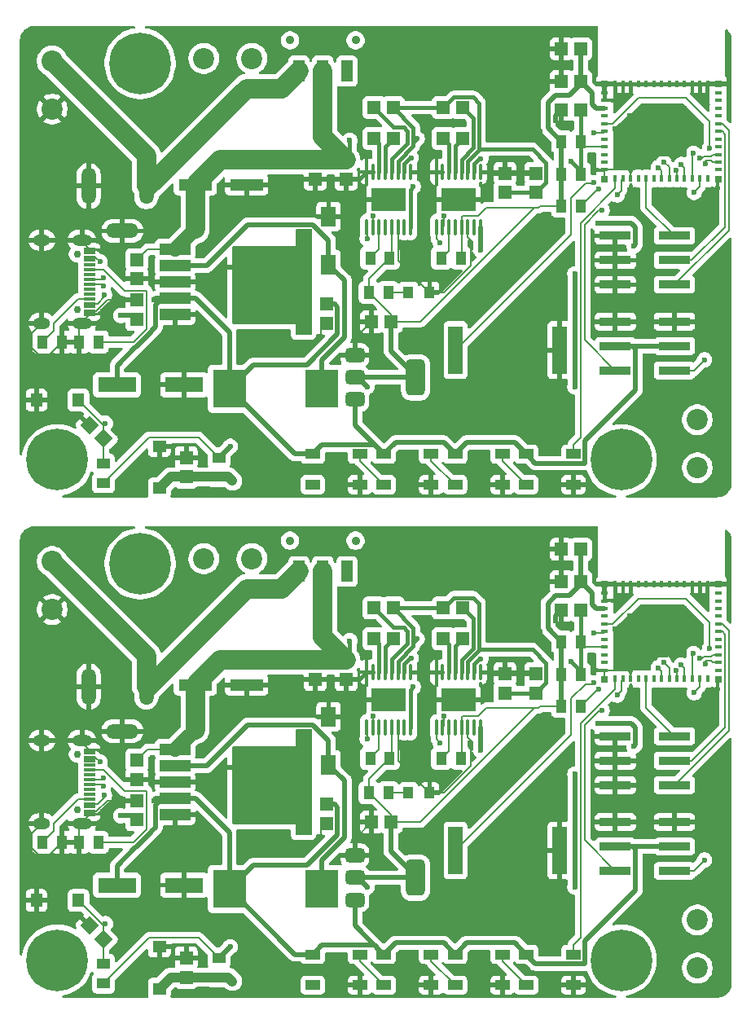
<source format=gbr>
%TF.GenerationSoftware,KiCad,Pcbnew,9.0.2*%
%TF.CreationDate,2025-11-24T16:37:35-05:00*%
%TF.ProjectId,carkit PANEL,6361726b-6974-4205-9041-4e454c2e6b69,rev?*%
%TF.SameCoordinates,Original*%
%TF.FileFunction,Copper,L1,Top*%
%TF.FilePolarity,Positive*%
%FSLAX46Y46*%
G04 Gerber Fmt 4.6, Leading zero omitted, Abs format (unit mm)*
G04 Created by KiCad (PCBNEW 9.0.2) date 2025-11-24 16:37:35*
%MOMM*%
%LPD*%
G01*
G04 APERTURE LIST*
G04 Aperture macros list*
%AMRoundRect*
0 Rectangle with rounded corners*
0 $1 Rounding radius*
0 $2 $3 $4 $5 $6 $7 $8 $9 X,Y pos of 4 corners*
0 Add a 4 corners polygon primitive as box body*
4,1,4,$2,$3,$4,$5,$6,$7,$8,$9,$2,$3,0*
0 Add four circle primitives for the rounded corners*
1,1,$1+$1,$2,$3*
1,1,$1+$1,$4,$5*
1,1,$1+$1,$6,$7*
1,1,$1+$1,$8,$9*
0 Add four rect primitives between the rounded corners*
20,1,$1+$1,$2,$3,$4,$5,0*
20,1,$1+$1,$4,$5,$6,$7,0*
20,1,$1+$1,$6,$7,$8,$9,0*
20,1,$1+$1,$8,$9,$2,$3,0*%
%AMRotRect*
0 Rectangle, with rotation*
0 The origin of the aperture is its center*
0 $1 length*
0 $2 width*
0 $3 Rotation angle, in degrees counterclockwise*
0 Add horizontal line*
21,1,$1,$2,0,0,$3*%
%AMFreePoly0*
4,1,6,0.725000,-0.725000,-0.725000,-0.725000,-0.725000,0.125000,-0.125000,0.725000,0.725000,0.725000,0.725000,-0.725000,0.725000,-0.725000,$1*%
%AMFreePoly1*
4,1,21,4.105355,5.815355,4.120000,5.780000,4.120000,-5.140000,4.105355,-5.175355,4.070000,-5.190000,2.540000,-5.190000,2.504645,-5.175355,2.490000,-5.140000,2.490000,-4.050000,-4.060000,-4.050000,-4.095355,-4.035355,-4.110000,-4.000000,-4.110000,4.000000,-4.095355,4.035355,-4.060000,4.050000,2.490000,4.050000,2.490000,5.780000,2.504645,5.815355,2.540000,5.830000,4.070000,5.830000,
4.105355,5.815355,4.105355,5.815355,$1*%
G04 Aperture macros list end*
%TA.AperFunction,SMDPad,CuDef*%
%ADD10RotRect,1.410000X1.350000X135.000000*%
%TD*%
%TA.AperFunction,ComponentPad*%
%ADD11C,0.610000*%
%TD*%
%TA.AperFunction,SMDPad,CuDef*%
%ADD12O,0.340000X1.750000*%
%TD*%
%TA.AperFunction,SMDPad,CuDef*%
%ADD13R,3.550000X2.460000*%
%TD*%
%TA.AperFunction,ComponentPad*%
%ADD14C,0.900000*%
%TD*%
%TA.AperFunction,SMDPad,CuDef*%
%ADD15R,1.200000X2.200000*%
%TD*%
%TA.AperFunction,ComponentPad*%
%ADD16C,2.200000*%
%TD*%
%TA.AperFunction,SMDPad,CuDef*%
%ADD17R,3.500000X1.200000*%
%TD*%
%TA.AperFunction,SMDPad,CuDef*%
%ADD18R,0.800000X0.400000*%
%TD*%
%TA.AperFunction,SMDPad,CuDef*%
%ADD19R,0.400000X0.800000*%
%TD*%
%TA.AperFunction,SMDPad,CuDef*%
%ADD20FreePoly0,0.000000*%
%TD*%
%TA.AperFunction,SMDPad,CuDef*%
%ADD21R,1.450000X1.450000*%
%TD*%
%TA.AperFunction,SMDPad,CuDef*%
%ADD22R,0.700000X0.700000*%
%TD*%
%TA.AperFunction,SMDPad,CuDef*%
%ADD23R,1.130000X1.380000*%
%TD*%
%TA.AperFunction,SMDPad,CuDef*%
%ADD24R,3.300000X0.850000*%
%TD*%
%TA.AperFunction,SMDPad,CuDef*%
%ADD25R,1.500000X1.000000*%
%TD*%
%TA.AperFunction,ComponentPad*%
%ADD26C,0.750000*%
%TD*%
%TA.AperFunction,SMDPad,CuDef*%
%ADD27R,1.300000X0.300000*%
%TD*%
%TA.AperFunction,ComponentPad*%
%ADD28O,2.000000X1.200000*%
%TD*%
%TA.AperFunction,ComponentPad*%
%ADD29O,1.800000X1.200000*%
%TD*%
%TA.AperFunction,ComponentPad*%
%ADD30O,1.500000X3.800000*%
%TD*%
%TA.AperFunction,ComponentPad*%
%ADD31O,3.400000X1.500000*%
%TD*%
%TA.AperFunction,SMDPad,CuDef*%
%ADD32R,1.380000X1.130000*%
%TD*%
%TA.AperFunction,SMDPad,CuDef*%
%ADD33R,1.350000X1.410000*%
%TD*%
%TA.AperFunction,SMDPad,CuDef*%
%ADD34R,1.000000X1.250000*%
%TD*%
%TA.AperFunction,SMDPad,CuDef*%
%ADD35R,1.410000X1.350000*%
%TD*%
%TA.AperFunction,ComponentPad*%
%ADD36C,0.800000*%
%TD*%
%TA.AperFunction,ComponentPad*%
%ADD37C,6.400000*%
%TD*%
%TA.AperFunction,SMDPad,CuDef*%
%ADD38R,4.000000X1.600000*%
%TD*%
%TA.AperFunction,SMDPad,CuDef*%
%ADD39R,1.230000X1.360000*%
%TD*%
%TA.AperFunction,SMDPad,CuDef*%
%ADD40R,1.500000X5.000000*%
%TD*%
%TA.AperFunction,SMDPad,CuDef*%
%ADD41R,1.360000X1.230000*%
%TD*%
%TA.AperFunction,SMDPad,CuDef*%
%ADD42R,1.540000X2.060000*%
%TD*%
%TA.AperFunction,SMDPad,CuDef*%
%ADD43RoundRect,0.375000X-0.625000X-0.375000X0.625000X-0.375000X0.625000X0.375000X-0.625000X0.375000X0*%
%TD*%
%TA.AperFunction,SMDPad,CuDef*%
%ADD44RoundRect,0.500000X-0.500000X-1.400000X0.500000X-1.400000X0.500000X1.400000X-0.500000X1.400000X0*%
%TD*%
%TA.AperFunction,SMDPad,CuDef*%
%ADD45R,3.200000X1.150000*%
%TD*%
%TA.AperFunction,SMDPad,CuDef*%
%ADD46FreePoly1,0.000000*%
%TD*%
%TA.AperFunction,SMDPad,CuDef*%
%ADD47R,3.500000X4.000000*%
%TD*%
%TA.AperFunction,ViaPad*%
%ADD48C,0.600000*%
%TD*%
%TA.AperFunction,Conductor*%
%ADD49C,0.200000*%
%TD*%
%TA.AperFunction,Conductor*%
%ADD50C,0.500000*%
%TD*%
%TA.AperFunction,Conductor*%
%ADD51C,0.400000*%
%TD*%
%TA.AperFunction,Conductor*%
%ADD52C,2.000000*%
%TD*%
%TA.AperFunction,Conductor*%
%ADD53C,1.500000*%
%TD*%
%TA.AperFunction,Conductor*%
%ADD54C,1.000000*%
%TD*%
G04 APERTURE END LIST*
D10*
%TO.P,C25,1*%
%TO.N,GPIO 9*%
X89200000Y-77400000D03*
%TO.P,C25,2*%
%TO.N,GND*%
X87785788Y-75985788D03*
%TD*%
D11*
%TO.P,U9,*%
%TO.N,*%
X118325000Y-52030000D03*
X118325000Y-53030000D03*
X119325000Y-52030000D03*
X119325000Y-53030000D03*
D12*
%TO.P,U9,1,EN/IN1*%
%TO.N,M1_IN1*%
X116545000Y-55400000D03*
%TO.P,U9,2,PH/IN2*%
%TO.N,M1_IN2*%
X117195000Y-55400000D03*
%TO.P,U9,3,nSLEEP*%
%TO.N,Net-(U4-nSLEEP)*%
X117845000Y-55400000D03*
%TO.P,U9,4,nFAULT*%
%TO.N,unconnected-(U4-nFAULT-Pad4)*%
X118505000Y-55400000D03*
%TO.P,U9,5,VREF*%
%TO.N,ESP_3V3*%
X119155000Y-55400000D03*
%TO.P,U9,6,IPROPI*%
%TO.N,GND*%
X119805000Y-55400000D03*
%TO.P,U9,7,IMODE*%
%TO.N,unconnected-(U4-IMODE-Pad7)*%
X120455000Y-55400000D03*
%TO.P,U9,8,OUT1*%
%TO.N,M1+*%
X121105000Y-55400000D03*
%TO.P,U9,9,PGND*%
%TO.N,GND*%
X121105000Y-49660000D03*
%TO.P,U9,10,OUT2*%
%TO.N,M1-*%
X120455000Y-49660000D03*
%TO.P,U9,11,VM*%
%TO.N,REG_BATT+*%
X119805000Y-49660000D03*
%TO.P,U9,12,VCP*%
%TO.N,Net-(U4-VCP)*%
X119155000Y-49660000D03*
%TO.P,U9,13,CPH*%
%TO.N,Net-(U4-CPH)*%
X118505000Y-49660000D03*
%TO.P,U9,14,CPL*%
%TO.N,Net-(U4-CPL)*%
X117845000Y-49660000D03*
%TO.P,U9,15,GND*%
%TO.N,GND*%
X117195000Y-49660000D03*
%TO.P,U9,16,PMODE*%
X116545000Y-49660000D03*
D13*
%TO.P,U9,17,EP*%
X118825000Y-52530000D03*
%TD*%
D14*
%TO.P,SW6,*%
%TO.N,*%
X115400000Y-36000000D03*
X108600000Y-36000000D03*
D15*
%TO.P,SW6,1,A*%
%TO.N,unconnected-(SW3-A-Pad1)*%
X114500000Y-39200000D03*
%TO.P,SW6,2,B*%
%TO.N,REG_BATT+*%
X112000000Y-39200000D03*
%TO.P,SW6,3,C*%
%TO.N,+BATT*%
X109500000Y-39200000D03*
%TD*%
D16*
%TO.P,J11,1,Pin_1*%
%TO.N,M1+*%
X104622500Y-37882500D03*
%TO.P,J11,2,Pin_2*%
%TO.N,M1-*%
X99622500Y-37882500D03*
%TD*%
D17*
%TO.P,C20,1,1*%
%TO.N,REG_BATT+*%
X98730000Y-51000000D03*
%TO.P,C20,2,2*%
%TO.N,GND*%
X104070000Y-51000000D03*
%TD*%
D18*
%TO.P,U6,1,GND*%
%TO.N,GND*%
X141300000Y-41455000D03*
%TO.P,U6,2,GND*%
X141300000Y-42255000D03*
%TO.P,U6,3,3V3*%
%TO.N,ESP_3V3*%
X141300000Y-43055000D03*
%TO.P,U6,4,NC*%
%TO.N,unconnected-(U1-NC-Pad4)*%
X141300000Y-43855000D03*
%TO.P,U6,5,GPIO2/ADC1_CH2*%
%TO.N,SERVO_PWM*%
X141300000Y-44655000D03*
%TO.P,U6,6,GPIO3/ADC1_CH3*%
%TO.N,BLDC_PWM*%
X141300000Y-45455000D03*
%TO.P,U6,7,NC*%
%TO.N,unconnected-(U1-NC-Pad7)*%
X141300000Y-46255000D03*
%TO.P,U6,8,EN/CHIP_PU*%
%TO.N,CHIP_PU*%
X141300000Y-47055000D03*
%TO.P,U6,9,NC*%
%TO.N,unconnected-(U1-NC-Pad9)*%
X141300000Y-47855000D03*
%TO.P,U6,10,NC*%
%TO.N,unconnected-(U1-NC-Pad10)*%
X141300000Y-48655000D03*
%TO.P,U6,11,GND*%
%TO.N,GND*%
X141300000Y-49455000D03*
D19*
%TO.P,U6,12,GPIO0/ADC1_CH0/XTAL_32K_P*%
%TO.N,LED_DATA*%
X142400000Y-50355000D03*
%TO.P,U6,13,GPIO1/ADC1_CH1/XTAL_32K_N*%
%TO.N,BUZZER_DATA*%
X143200000Y-50355000D03*
%TO.P,U6,14,GND*%
%TO.N,GND*%
X144000000Y-50355000D03*
%TO.P,U6,15,NC*%
%TO.N,unconnected-(U1-NC-Pad15)*%
X144800000Y-50355000D03*
%TO.P,U6,16,GPIO10*%
%TO.N,GPIO 10*%
X145600000Y-50355000D03*
%TO.P,U6,17,NC*%
%TO.N,unconnected-(U1-NC-Pad17)*%
X146400000Y-50355000D03*
%TO.P,U6,18,GPIO4/ADC1_CH4*%
%TO.N,M1_IN1*%
X147200000Y-50355000D03*
%TO.P,U6,19,GPIO5/ADC2_CH0*%
%TO.N,M1_IN2*%
X148000000Y-50355000D03*
%TO.P,U6,20,GPIO6*%
%TO.N,M2_IN1*%
X148800000Y-50355000D03*
%TO.P,U6,21,GPIO7*%
%TO.N,M2_IN2*%
X149600000Y-50355000D03*
%TO.P,U6,22,GPIO8*%
%TO.N,GPIO 8*%
X150400000Y-50355000D03*
%TO.P,U6,23,GPIO9*%
%TO.N,GPIO 9*%
X151200000Y-50355000D03*
%TO.P,U6,24,NC*%
%TO.N,unconnected-(U1-NC-Pad24)*%
X152000000Y-50355000D03*
D18*
%TO.P,U6,25,NC*%
%TO.N,unconnected-(U1-NC-Pad25)*%
X153100000Y-49455000D03*
%TO.P,U6,26,GPIO18/USB_D-*%
%TO.N,D-*%
X153100000Y-48655000D03*
%TO.P,U6,27,GPIO19/USB_D+*%
%TO.N,D+*%
X153100000Y-47855000D03*
%TO.P,U6,28,NC*%
%TO.N,unconnected-(U1-NC-Pad28)*%
X153100000Y-47055000D03*
%TO.P,U6,29,NC*%
%TO.N,unconnected-(U1-NC-Pad29)*%
X153100000Y-46255000D03*
%TO.P,U6,30,GPIO20/U0RXD*%
%TO.N,GPIO 20*%
X153100000Y-45455000D03*
%TO.P,U6,31,GPIO21/U0TXD*%
%TO.N,GPIO 21*%
X153100000Y-44655000D03*
%TO.P,U6,32,NC*%
%TO.N,unconnected-(U1-NC-Pad32)*%
X153100000Y-43855000D03*
%TO.P,U6,33,NC*%
%TO.N,unconnected-(U1-NC-Pad33)*%
X153100000Y-43055000D03*
%TO.P,U6,34,NC*%
%TO.N,unconnected-(U1-NC-Pad34)*%
X153100000Y-42255000D03*
%TO.P,U6,35,NC*%
%TO.N,unconnected-(U1-NC-Pad35)*%
X153100000Y-41455000D03*
D19*
%TO.P,U6,36,GND*%
%TO.N,GND*%
X152000000Y-40555000D03*
%TO.P,U6,37,GND*%
X151200000Y-40555000D03*
%TO.P,U6,38,GND*%
X150400000Y-40555000D03*
%TO.P,U6,39,GND*%
X149600000Y-40555000D03*
%TO.P,U6,40,GND*%
X148800000Y-40555000D03*
%TO.P,U6,41,GND*%
X148000000Y-40555000D03*
%TO.P,U6,42,GND*%
X147200000Y-40555000D03*
%TO.P,U6,43,GND*%
X146400000Y-40555000D03*
%TO.P,U6,44,GND*%
X145600000Y-40555000D03*
%TO.P,U6,45,GND*%
X144800000Y-40555000D03*
%TO.P,U6,46,GND*%
X144000000Y-40555000D03*
%TO.P,U6,47,GND*%
X143200000Y-40555000D03*
%TO.P,U6,48,GND*%
X142400000Y-40555000D03*
D20*
%TO.P,U6,49,GND*%
X145225000Y-43480000D03*
D21*
X145225000Y-45455000D03*
X145225000Y-47430000D03*
X147200000Y-43480000D03*
X147200000Y-45455000D03*
X147200000Y-47430000D03*
X149175000Y-43480000D03*
X149175000Y-45455000D03*
X149175000Y-47430000D03*
D22*
%TO.P,U6,50,GND*%
X153150000Y-40505000D03*
%TO.P,U6,51,GND*%
X153150000Y-50405000D03*
%TO.P,U6,52,GND*%
X141250000Y-50405000D03*
%TO.P,U6,53,GND*%
X141250000Y-40505000D03*
%TD*%
D23*
%TO.P,R11,1*%
%TO.N,ESP_3V3*%
X136800000Y-46505000D03*
%TO.P,R11,2*%
%TO.N,CHIP_PU*%
X138800000Y-46505000D03*
%TD*%
D24*
%TO.P,J10,1,Pin_1*%
%TO.N,GPIO 21*%
X148540000Y-61400000D03*
%TO.P,J10,2,Pin_2*%
%TO.N,GND*%
X142400000Y-61400000D03*
%TO.P,J10,3,Pin_3*%
%TO.N,GPIO 20*%
X148540000Y-58860000D03*
%TO.P,J10,4,Pin_4*%
%TO.N,GND*%
X142400000Y-58860000D03*
%TO.P,J10,5,Pin_5*%
%TO.N,GPIO 10*%
X148540000Y-56320000D03*
%TO.P,J10,6,Pin_6*%
%TO.N,GND*%
X142400000Y-56320000D03*
%TD*%
D23*
%TO.P,R18,1*%
%TO.N,ESP_3V3*%
X136800000Y-53200000D03*
%TO.P,R18,2*%
%TO.N,GPIO 8*%
X138800000Y-53200000D03*
%TD*%
D25*
%TO.P,D12,1,VSS*%
%TO.N,GND*%
X115850000Y-82200000D03*
%TO.P,D12,2,DIN*%
%TO.N,Net-(D5-DOUT)*%
X115850000Y-79000000D03*
%TO.P,D12,3,VDD*%
%TO.N,VCC_5V*%
X110950000Y-79000000D03*
%TO.P,D12,4,DOUT*%
%TO.N,unconnected-(D6-DOUT-Pad4)*%
X110950000Y-82200000D03*
%TD*%
D23*
%TO.P,R17,1*%
%TO.N,ESP_3V3*%
X116800000Y-62200000D03*
%TO.P,R17,2*%
%TO.N,Net-(D3-A)*%
X118800000Y-62200000D03*
%TD*%
D26*
%TO.P,P2,*%
%TO.N,*%
X86462500Y-58200000D03*
X86462500Y-64000000D03*
D27*
%TO.P,P2,A1,GND*%
%TO.N,GND*%
X87722500Y-57750000D03*
%TO.P,P2,A4,VBUS*%
%TO.N,VCC_5V*%
X87722500Y-58550000D03*
%TO.P,P2,A5,CC*%
%TO.N,Net-(P1-CC)*%
X87722500Y-59850000D03*
%TO.P,P2,A6,D+*%
%TO.N,D+*%
X87722500Y-60850000D03*
%TO.P,P2,A7,D-*%
%TO.N,D-*%
X87722500Y-61350000D03*
%TO.P,P2,A8,SBU1*%
%TO.N,unconnected-(P1-SBU1-PadA8)*%
X87722500Y-62350000D03*
%TO.P,P2,A9,VBUS*%
%TO.N,VCC_5V*%
X87722500Y-63650000D03*
%TO.P,P2,A12,GND*%
%TO.N,GND*%
X87722500Y-64450000D03*
%TO.P,P2,B1,GND*%
X87722500Y-64150000D03*
%TO.P,P2,B4,VBUS*%
%TO.N,VCC_5V*%
X87722500Y-63350000D03*
%TO.P,P2,B5,VCONN*%
%TO.N,Net-(P1-VCONN)*%
X87722500Y-62850000D03*
%TO.P,P2,B6*%
%TO.N,N/C*%
X87722500Y-61850000D03*
%TO.P,P2,B7*%
X87722500Y-60350000D03*
%TO.P,P2,B8,SBU2*%
%TO.N,unconnected-(P1-SBU2-PadB8)*%
X87722500Y-59350000D03*
%TO.P,P2,B9,VBUS*%
%TO.N,VCC_5V*%
X87722500Y-58850000D03*
%TO.P,P2,B12,GND*%
%TO.N,GND*%
X87722500Y-58050000D03*
D28*
%TO.P,P2,S1,SHIELD*%
X86962500Y-56770000D03*
D29*
X82782500Y-56770000D03*
D28*
X86962500Y-65430000D03*
D29*
X82782500Y-65430000D03*
%TD*%
D23*
%TO.P,R20,1*%
%TO.N,Net-(U5-nSLEEP)*%
X124325000Y-58630000D03*
%TO.P,R20,2*%
%TO.N,ESP_3V3*%
X126325000Y-58630000D03*
%TD*%
D30*
%TO.P,J7,1*%
%TO.N,+BATT*%
X93660000Y-51150000D03*
%TO.P,J7,2*%
%TO.N,GND*%
X87660000Y-51150000D03*
D31*
%TO.P,J7,MP,MountPin*%
X91160000Y-55810000D03*
%TD*%
D16*
%TO.P,J8,1,Pin_1*%
%TO.N,+BATT*%
X83860000Y-38150000D03*
%TO.P,J8,2,Pin_2*%
%TO.N,GND*%
X83860000Y-43150000D03*
%TD*%
D23*
%TO.P,R12,1*%
%TO.N,ESP_3V3*%
X136800000Y-49905000D03*
%TO.P,R12,2*%
%TO.N,CHIP_PU*%
X138800000Y-49905000D03*
%TD*%
D32*
%TO.P,R16,1*%
%TO.N,ESP_3V3*%
X101200000Y-79380000D03*
%TO.P,R16,2*%
%TO.N,CHIP_PU*%
X101200000Y-81380000D03*
%TD*%
D24*
%TO.P,J9,1,Pin_1*%
%TO.N,SERVO_PWM*%
X148540000Y-70310000D03*
%TO.P,J9,2,Pin_2*%
%TO.N,BLDC_PWM*%
X142400000Y-70310000D03*
%TO.P,J9,3,Pin_3*%
%TO.N,VCC_5V*%
X148540000Y-67770000D03*
%TO.P,J9,4,Pin_4*%
X142400000Y-67770000D03*
%TO.P,J9,5,Pin_5*%
%TO.N,GND*%
X148540000Y-65230000D03*
%TO.P,J9,6,Pin_6*%
X142400000Y-65230000D03*
%TD*%
D33*
%TO.P,C32,1*%
%TO.N,GND*%
X114400000Y-50430000D03*
%TO.P,C32,2*%
%TO.N,REG_BATT+*%
X114400000Y-48430000D03*
%TD*%
%TO.P,C36,1*%
%TO.N,GND*%
X130925000Y-49830000D03*
%TO.P,C36,2*%
%TO.N,REG_BATT+*%
X130925000Y-51830000D03*
%TD*%
D34*
%TO.P,D9,1,K*%
%TO.N,GND*%
X123100000Y-62200000D03*
%TO.P,D9,2,A*%
%TO.N,Net-(D3-A)*%
X120900000Y-62200000D03*
%TD*%
D33*
%TO.P,C37,1*%
%TO.N,GND*%
X134125000Y-49830000D03*
%TO.P,C37,2*%
%TO.N,REG_BATT+*%
X134125000Y-51830000D03*
%TD*%
D25*
%TO.P,D8,1,VSS*%
%TO.N,GND*%
X138050000Y-82200000D03*
%TO.P,D8,2,DIN*%
%TO.N,LED_DATA*%
X138050000Y-79000000D03*
%TO.P,D8,3,VDD*%
%TO.N,VCC_5V*%
X133150000Y-79000000D03*
%TO.P,D8,4,DOUT*%
%TO.N,Net-(D2-DOUT)*%
X133150000Y-82200000D03*
%TD*%
D35*
%TO.P,C24,1*%
%TO.N,ESP_3V3*%
X119080000Y-65230000D03*
%TO.P,C24,2*%
%TO.N,GND*%
X117080000Y-65230000D03*
%TD*%
D23*
%TO.P,R19,1*%
%TO.N,Net-(U4-nSLEEP)*%
X116925000Y-58630000D03*
%TO.P,R19,2*%
%TO.N,ESP_3V3*%
X118925000Y-58630000D03*
%TD*%
D33*
%TO.P,C33,1*%
%TO.N,GND*%
X111200000Y-50430000D03*
%TO.P,C33,2*%
%TO.N,REG_BATT+*%
X111200000Y-48430000D03*
%TD*%
D23*
%TO.P,R14,1*%
%TO.N,Net-(P1-CC)*%
X88660000Y-67350000D03*
%TO.P,R14,2*%
%TO.N,GND*%
X86660000Y-67350000D03*
%TD*%
D35*
%TO.P,C29,1*%
%TO.N,CHIP_PU*%
X138800000Y-43200000D03*
%TO.P,C29,2*%
%TO.N,GND*%
X136800000Y-43200000D03*
%TD*%
%TO.P,C31,1*%
%TO.N,REG_BATT+*%
X119325000Y-43000000D03*
%TO.P,C31,2*%
%TO.N,Net-(U4-VCP)*%
X117325000Y-43000000D03*
%TD*%
D25*
%TO.P,D10,1,VSS*%
%TO.N,GND*%
X130650000Y-82200000D03*
%TO.P,D10,2,DIN*%
%TO.N,Net-(D2-DOUT)*%
X130650000Y-79000000D03*
%TO.P,D10,3,VDD*%
%TO.N,VCC_5V*%
X125750000Y-79000000D03*
%TO.P,D10,4,DOUT*%
%TO.N,Net-(D4-DOUT)*%
X125750000Y-82200000D03*
%TD*%
D32*
%TO.P,R15,1*%
%TO.N,ESP_3V3*%
X89200000Y-82000000D03*
%TO.P,R15,2*%
%TO.N,GPIO 9*%
X89200000Y-80000000D03*
%TD*%
D36*
%TO.P,H5,1*%
%TO.N,N/C*%
X90600000Y-38400000D03*
X91302944Y-36702944D03*
X91302944Y-40097056D03*
X93000000Y-36000000D03*
D37*
X93000000Y-38400000D03*
D36*
X93000000Y-40800000D03*
X94697056Y-36702944D03*
X94697056Y-40097056D03*
X95400000Y-38400000D03*
%TD*%
D33*
%TO.P,C22,1*%
%TO.N,VCC_5V*%
X92680000Y-65000000D03*
%TO.P,C22,2*%
%TO.N,GND*%
X92680000Y-63000000D03*
%TD*%
D38*
%TO.P,C38,1,1*%
%TO.N,VCC_5V*%
X90600000Y-71800000D03*
%TO.P,C38,2,2*%
%TO.N,GND*%
X97600000Y-71800000D03*
%TD*%
D39*
%TO.P,SW4,1,1*%
%TO.N,GPIO 9*%
X86600000Y-73400000D03*
%TO.P,SW4,2,2*%
%TO.N,GND*%
X82240000Y-73400000D03*
%TD*%
D35*
%TO.P,C28,1*%
%TO.N,GND*%
X136800000Y-40255000D03*
%TO.P,C28,2*%
%TO.N,ESP_3V3*%
X138800000Y-40255000D03*
%TD*%
D11*
%TO.P,U10,*%
%TO.N,*%
X125580000Y-52030000D03*
X125580000Y-53030000D03*
X126580000Y-52030000D03*
X126580000Y-53030000D03*
D12*
%TO.P,U10,1,EN/IN1*%
%TO.N,M2_IN1*%
X123800000Y-55400000D03*
%TO.P,U10,2,PH/IN2*%
%TO.N,M2_IN2*%
X124450000Y-55400000D03*
%TO.P,U10,3,nSLEEP*%
%TO.N,Net-(U5-nSLEEP)*%
X125100000Y-55400000D03*
%TO.P,U10,4,nFAULT*%
%TO.N,unconnected-(U5-nFAULT-Pad4)*%
X125760000Y-55400000D03*
%TO.P,U10,5,VREF*%
%TO.N,ESP_3V3*%
X126410000Y-55400000D03*
%TO.P,U10,6,IPROPI*%
%TO.N,GND*%
X127060000Y-55400000D03*
%TO.P,U10,7,IMODE*%
%TO.N,unconnected-(U5-IMODE-Pad7)*%
X127710000Y-55400000D03*
%TO.P,U10,8,OUT1*%
%TO.N,M2+*%
X128360000Y-55400000D03*
%TO.P,U10,9,PGND*%
%TO.N,GND*%
X128360000Y-49660000D03*
%TO.P,U10,10,OUT2*%
%TO.N,M2-*%
X127710000Y-49660000D03*
%TO.P,U10,11,VM*%
%TO.N,REG_BATT+*%
X127060000Y-49660000D03*
%TO.P,U10,12,VCP*%
%TO.N,Net-(U5-VCP)*%
X126410000Y-49660000D03*
%TO.P,U10,13,CPH*%
%TO.N,Net-(U5-CPH)*%
X125760000Y-49660000D03*
%TO.P,U10,14,CPL*%
%TO.N,Net-(U5-CPL)*%
X125100000Y-49660000D03*
%TO.P,U10,15,GND*%
%TO.N,GND*%
X124450000Y-49660000D03*
%TO.P,U10,16,PMODE*%
X123800000Y-49660000D03*
D13*
%TO.P,U10,17,EP*%
X126080000Y-52530000D03*
%TD*%
D16*
%TO.P,J12,1,Pin_1*%
%TO.N,M2+*%
X150917500Y-80422500D03*
%TO.P,J12,2,Pin_2*%
%TO.N,M2-*%
X150917500Y-75422500D03*
%TD*%
D35*
%TO.P,C35,1*%
%TO.N,REG_BATT+*%
X124525000Y-43000000D03*
%TO.P,C35,2*%
%TO.N,Net-(U5-VCP)*%
X126525000Y-43000000D03*
%TD*%
%TO.P,C27,1*%
%TO.N,GND*%
X136800000Y-36905000D03*
%TO.P,C27,2*%
%TO.N,ESP_3V3*%
X138800000Y-36905000D03*
%TD*%
D36*
%TO.P,H6,1*%
%TO.N,N/C*%
X140600000Y-79600000D03*
X141302944Y-77902944D03*
X141302944Y-81297056D03*
X143000000Y-77200000D03*
D37*
X143000000Y-79600000D03*
D36*
X143000000Y-82000000D03*
X144697056Y-77902944D03*
X144697056Y-81297056D03*
X145400000Y-79600000D03*
%TD*%
D23*
%TO.P,R13,1*%
%TO.N,GND*%
X84860000Y-67350000D03*
%TO.P,R13,2*%
%TO.N,Net-(P1-VCONN)*%
X82860000Y-67350000D03*
%TD*%
D36*
%TO.P,H4,1*%
%TO.N,N/C*%
X82000000Y-79600000D03*
X82702944Y-77902944D03*
X82702944Y-81297056D03*
X84400000Y-77200000D03*
D37*
X84400000Y-79600000D03*
D36*
X84400000Y-82000000D03*
X86097056Y-77902944D03*
X86097056Y-81297056D03*
X86800000Y-79600000D03*
%TD*%
D35*
%TO.P,C34,1*%
%TO.N,Net-(U5-CPH)*%
X126525000Y-46200000D03*
%TO.P,C34,2*%
%TO.N,Net-(U5-CPL)*%
X124525000Y-46200000D03*
%TD*%
%TO.P,C30,1*%
%TO.N,Net-(U4-CPH)*%
X119325000Y-46200000D03*
%TO.P,C30,2*%
%TO.N,Net-(U4-CPL)*%
X117325000Y-46200000D03*
%TD*%
D40*
%TO.P,BUZZER2,1,+*%
%TO.N,BUZZER_DATA*%
X125800000Y-68200000D03*
%TO.P,BUZZER2,2,2*%
%TO.N,GND*%
X136600000Y-68200000D03*
%TD*%
D33*
%TO.P,C26,1*%
%TO.N,CHIP_PU*%
X97800000Y-81380000D03*
%TO.P,C26,2*%
%TO.N,GND*%
X97800000Y-79380000D03*
%TD*%
D41*
%TO.P,SW5,1,1*%
%TO.N,CHIP_PU*%
X95000000Y-82560000D03*
%TO.P,SW5,2,2*%
%TO.N,GND*%
X95000000Y-78200000D03*
%TD*%
D25*
%TO.P,D11,1,VSS*%
%TO.N,GND*%
X123250000Y-82200000D03*
%TO.P,D11,2,DIN*%
%TO.N,Net-(D4-DOUT)*%
X123250000Y-79000000D03*
%TO.P,D11,3,VDD*%
%TO.N,VCC_5V*%
X118350000Y-79000000D03*
%TO.P,D11,4,DOUT*%
%TO.N,Net-(D5-DOUT)*%
X118350000Y-82200000D03*
%TD*%
D33*
%TO.P,C21,1*%
%TO.N,GND*%
X92680000Y-60800000D03*
%TO.P,C21,2*%
%TO.N,REG_BATT+*%
X92680000Y-58800000D03*
%TD*%
D42*
%TO.P,D7,1,A*%
%TO.N,GND*%
X112600000Y-54300000D03*
%TO.P,D7,2,K*%
%TO.N,Net-(D1-K)*%
X112600000Y-59300000D03*
%TD*%
D33*
%TO.P,C23,1*%
%TO.N,VCC_5V*%
X112400000Y-63400000D03*
%TO.P,C23,2*%
%TO.N,GND*%
X112400000Y-65400000D03*
%TD*%
D43*
%TO.P,U8,1,GND*%
%TO.N,GND*%
X115330000Y-68730000D03*
%TO.P,U8,2,VO*%
%TO.N,ESP_3V3*%
X115330000Y-71030000D03*
D44*
X121630000Y-71030000D03*
D43*
%TO.P,U8,3,VI*%
%TO.N,VCC_5V*%
X115330000Y-73330000D03*
%TD*%
D45*
%TO.P,U7,1,VIN*%
%TO.N,REG_BATT+*%
X96660000Y-57710000D03*
%TO.P,U7,2,OUTPUT*%
%TO.N,Net-(D1-K)*%
X96660000Y-59410000D03*
%TO.P,U7,3,GND*%
%TO.N,GND*%
X96660000Y-61110000D03*
%TO.P,U7,4,FB*%
%TO.N,VCC_5V*%
X96660000Y-62810000D03*
%TO.P,U7,5,~{ON}/OFF*%
%TO.N,GND*%
X96660000Y-64510000D03*
D46*
%TO.P,U7,6,GND*%
X106680000Y-61430000D03*
%TD*%
D47*
%TO.P,L2,1,1*%
%TO.N,Net-(D1-K)*%
X111880000Y-72200000D03*
%TO.P,L2,2,2*%
%TO.N,VCC_5V*%
X102280000Y-72200000D03*
%TD*%
D10*
%TO.P,C6,1*%
%TO.N,GPIO 9*%
X89200000Y-129400000D03*
%TO.P,C6,2*%
%TO.N,GND*%
X87785788Y-127985788D03*
%TD*%
D47*
%TO.P,L1,1,1*%
%TO.N,Net-(D1-K)*%
X111880000Y-124200000D03*
%TO.P,L1,2,2*%
%TO.N,VCC_5V*%
X102280000Y-124200000D03*
%TD*%
D45*
%TO.P,U2,1,VIN*%
%TO.N,REG_BATT+*%
X96660000Y-109710000D03*
%TO.P,U2,2,OUTPUT*%
%TO.N,Net-(D1-K)*%
X96660000Y-111410000D03*
%TO.P,U2,3,GND*%
%TO.N,GND*%
X96660000Y-113110000D03*
%TO.P,U2,4,FB*%
%TO.N,VCC_5V*%
X96660000Y-114810000D03*
%TO.P,U2,5,~{ON}/OFF*%
%TO.N,GND*%
X96660000Y-116510000D03*
D46*
%TO.P,U2,6,GND*%
X106680000Y-113430000D03*
%TD*%
D43*
%TO.P,U3,1,GND*%
%TO.N,GND*%
X115330000Y-120730000D03*
%TO.P,U3,2,VO*%
%TO.N,ESP_3V3*%
X115330000Y-123030000D03*
D44*
X121630000Y-123030000D03*
D43*
%TO.P,U3,3,VI*%
%TO.N,VCC_5V*%
X115330000Y-125330000D03*
%TD*%
D33*
%TO.P,C4,1*%
%TO.N,VCC_5V*%
X112400000Y-115400000D03*
%TO.P,C4,2*%
%TO.N,GND*%
X112400000Y-117400000D03*
%TD*%
D42*
%TO.P,D1,1,A*%
%TO.N,GND*%
X112600000Y-106300000D03*
%TO.P,D1,2,K*%
%TO.N,Net-(D1-K)*%
X112600000Y-111300000D03*
%TD*%
D33*
%TO.P,C2,1*%
%TO.N,GND*%
X92680000Y-112800000D03*
%TO.P,C2,2*%
%TO.N,REG_BATT+*%
X92680000Y-110800000D03*
%TD*%
D25*
%TO.P,D5,1,VSS*%
%TO.N,GND*%
X123250000Y-134200000D03*
%TO.P,D5,2,DIN*%
%TO.N,Net-(D4-DOUT)*%
X123250000Y-131000000D03*
%TO.P,D5,3,VDD*%
%TO.N,VCC_5V*%
X118350000Y-131000000D03*
%TO.P,D5,4,DOUT*%
%TO.N,Net-(D5-DOUT)*%
X118350000Y-134200000D03*
%TD*%
D41*
%TO.P,SW2,1,1*%
%TO.N,CHIP_PU*%
X95000000Y-134560000D03*
%TO.P,SW2,2,2*%
%TO.N,GND*%
X95000000Y-130200000D03*
%TD*%
D33*
%TO.P,C7,1*%
%TO.N,CHIP_PU*%
X97800000Y-133380000D03*
%TO.P,C7,2*%
%TO.N,GND*%
X97800000Y-131380000D03*
%TD*%
D40*
%TO.P,BUZZER1,1,+*%
%TO.N,BUZZER_DATA*%
X125800000Y-120200000D03*
%TO.P,BUZZER1,2,2*%
%TO.N,GND*%
X136600000Y-120200000D03*
%TD*%
D36*
%TO.P,H3,1*%
%TO.N,N/C*%
X140600000Y-131600000D03*
X141302944Y-129902944D03*
X141302944Y-133297056D03*
X143000000Y-129200000D03*
D37*
X143000000Y-131600000D03*
D36*
X143000000Y-134000000D03*
X144697056Y-129902944D03*
X144697056Y-133297056D03*
X145400000Y-131600000D03*
%TD*%
D23*
%TO.P,R3,1*%
%TO.N,GND*%
X84860000Y-119350000D03*
%TO.P,R3,2*%
%TO.N,Net-(P1-VCONN)*%
X82860000Y-119350000D03*
%TD*%
D35*
%TO.P,C11,1*%
%TO.N,Net-(U4-CPH)*%
X119325000Y-98200000D03*
%TO.P,C11,2*%
%TO.N,Net-(U4-CPL)*%
X117325000Y-98200000D03*
%TD*%
%TO.P,C15,1*%
%TO.N,Net-(U5-CPH)*%
X126525000Y-98200000D03*
%TO.P,C15,2*%
%TO.N,Net-(U5-CPL)*%
X124525000Y-98200000D03*
%TD*%
D36*
%TO.P,H1,1*%
%TO.N,N/C*%
X82000000Y-131600000D03*
X82702944Y-129902944D03*
X82702944Y-133297056D03*
X84400000Y-129200000D03*
D37*
X84400000Y-131600000D03*
D36*
X84400000Y-134000000D03*
X86097056Y-129902944D03*
X86097056Y-133297056D03*
X86800000Y-131600000D03*
%TD*%
D35*
%TO.P,C9,1*%
%TO.N,GND*%
X136800000Y-92255000D03*
%TO.P,C9,2*%
%TO.N,ESP_3V3*%
X138800000Y-92255000D03*
%TD*%
D39*
%TO.P,SW1,1,1*%
%TO.N,GPIO 9*%
X86600000Y-125400000D03*
%TO.P,SW1,2,2*%
%TO.N,GND*%
X82240000Y-125400000D03*
%TD*%
D33*
%TO.P,C3,1*%
%TO.N,VCC_5V*%
X92680000Y-117000000D03*
%TO.P,C3,2*%
%TO.N,GND*%
X92680000Y-115000000D03*
%TD*%
D36*
%TO.P,H2,1*%
%TO.N,N/C*%
X90600000Y-90400000D03*
X91302944Y-88702944D03*
X91302944Y-92097056D03*
X93000000Y-88000000D03*
D37*
X93000000Y-90400000D03*
D36*
X93000000Y-92800000D03*
X94697056Y-88702944D03*
X94697056Y-92097056D03*
X95400000Y-90400000D03*
%TD*%
D35*
%TO.P,C16,1*%
%TO.N,REG_BATT+*%
X124525000Y-95000000D03*
%TO.P,C16,2*%
%TO.N,Net-(U5-VCP)*%
X126525000Y-95000000D03*
%TD*%
%TO.P,C8,1*%
%TO.N,GND*%
X136800000Y-88905000D03*
%TO.P,C8,2*%
%TO.N,ESP_3V3*%
X138800000Y-88905000D03*
%TD*%
D38*
%TO.P,C19,1,1*%
%TO.N,VCC_5V*%
X90600000Y-123800000D03*
%TO.P,C19,2,2*%
%TO.N,GND*%
X97600000Y-123800000D03*
%TD*%
D32*
%TO.P,R5,1*%
%TO.N,ESP_3V3*%
X89200000Y-134000000D03*
%TO.P,R5,2*%
%TO.N,GPIO 9*%
X89200000Y-132000000D03*
%TD*%
D25*
%TO.P,D4,1,VSS*%
%TO.N,GND*%
X130650000Y-134200000D03*
%TO.P,D4,2,DIN*%
%TO.N,Net-(D2-DOUT)*%
X130650000Y-131000000D03*
%TO.P,D4,3,VDD*%
%TO.N,VCC_5V*%
X125750000Y-131000000D03*
%TO.P,D4,4,DOUT*%
%TO.N,Net-(D4-DOUT)*%
X125750000Y-134200000D03*
%TD*%
D16*
%TO.P,J6,1,Pin_1*%
%TO.N,M2+*%
X150917500Y-132422500D03*
%TO.P,J6,2,Pin_2*%
%TO.N,M2-*%
X150917500Y-127422500D03*
%TD*%
D11*
%TO.P,U5,*%
%TO.N,*%
X125580000Y-104030000D03*
X125580000Y-105030000D03*
X126580000Y-104030000D03*
X126580000Y-105030000D03*
D12*
%TO.P,U5,1,EN/IN1*%
%TO.N,M2_IN1*%
X123800000Y-107400000D03*
%TO.P,U5,2,PH/IN2*%
%TO.N,M2_IN2*%
X124450000Y-107400000D03*
%TO.P,U5,3,nSLEEP*%
%TO.N,Net-(U5-nSLEEP)*%
X125100000Y-107400000D03*
%TO.P,U5,4,nFAULT*%
%TO.N,unconnected-(U5-nFAULT-Pad4)*%
X125760000Y-107400000D03*
%TO.P,U5,5,VREF*%
%TO.N,ESP_3V3*%
X126410000Y-107400000D03*
%TO.P,U5,6,IPROPI*%
%TO.N,GND*%
X127060000Y-107400000D03*
%TO.P,U5,7,IMODE*%
%TO.N,unconnected-(U5-IMODE-Pad7)*%
X127710000Y-107400000D03*
%TO.P,U5,8,OUT1*%
%TO.N,M2+*%
X128360000Y-107400000D03*
%TO.P,U5,9,PGND*%
%TO.N,GND*%
X128360000Y-101660000D03*
%TO.P,U5,10,OUT2*%
%TO.N,M2-*%
X127710000Y-101660000D03*
%TO.P,U5,11,VM*%
%TO.N,REG_BATT+*%
X127060000Y-101660000D03*
%TO.P,U5,12,VCP*%
%TO.N,Net-(U5-VCP)*%
X126410000Y-101660000D03*
%TO.P,U5,13,CPH*%
%TO.N,Net-(U5-CPH)*%
X125760000Y-101660000D03*
%TO.P,U5,14,CPL*%
%TO.N,Net-(U5-CPL)*%
X125100000Y-101660000D03*
%TO.P,U5,15,GND*%
%TO.N,GND*%
X124450000Y-101660000D03*
%TO.P,U5,16,PMODE*%
X123800000Y-101660000D03*
D13*
%TO.P,U5,17,EP*%
X126080000Y-104530000D03*
%TD*%
D35*
%TO.P,C12,1*%
%TO.N,REG_BATT+*%
X119325000Y-95000000D03*
%TO.P,C12,2*%
%TO.N,Net-(U4-VCP)*%
X117325000Y-95000000D03*
%TD*%
%TO.P,C10,1*%
%TO.N,CHIP_PU*%
X138800000Y-95200000D03*
%TO.P,C10,2*%
%TO.N,GND*%
X136800000Y-95200000D03*
%TD*%
D23*
%TO.P,R9,1*%
%TO.N,Net-(U4-nSLEEP)*%
X116925000Y-110630000D03*
%TO.P,R9,2*%
%TO.N,ESP_3V3*%
X118925000Y-110630000D03*
%TD*%
D35*
%TO.P,C5,1*%
%TO.N,ESP_3V3*%
X119080000Y-117230000D03*
%TO.P,C5,2*%
%TO.N,GND*%
X117080000Y-117230000D03*
%TD*%
D23*
%TO.P,R4,1*%
%TO.N,Net-(P1-CC)*%
X88660000Y-119350000D03*
%TO.P,R4,2*%
%TO.N,GND*%
X86660000Y-119350000D03*
%TD*%
D33*
%TO.P,C14,1*%
%TO.N,GND*%
X111200000Y-102430000D03*
%TO.P,C14,2*%
%TO.N,REG_BATT+*%
X111200000Y-100430000D03*
%TD*%
D25*
%TO.P,D2,1,VSS*%
%TO.N,GND*%
X138050000Y-134200000D03*
%TO.P,D2,2,DIN*%
%TO.N,LED_DATA*%
X138050000Y-131000000D03*
%TO.P,D2,3,VDD*%
%TO.N,VCC_5V*%
X133150000Y-131000000D03*
%TO.P,D2,4,DOUT*%
%TO.N,Net-(D2-DOUT)*%
X133150000Y-134200000D03*
%TD*%
D33*
%TO.P,C17,1*%
%TO.N,GND*%
X130925000Y-101830000D03*
%TO.P,C17,2*%
%TO.N,REG_BATT+*%
X130925000Y-103830000D03*
%TD*%
D32*
%TO.P,R6,1*%
%TO.N,ESP_3V3*%
X101200000Y-131380000D03*
%TO.P,R6,2*%
%TO.N,CHIP_PU*%
X101200000Y-133380000D03*
%TD*%
D16*
%TO.P,J2,1,Pin_1*%
%TO.N,+BATT*%
X83860000Y-90150000D03*
%TO.P,J2,2,Pin_2*%
%TO.N,GND*%
X83860000Y-95150000D03*
%TD*%
D23*
%TO.P,R2,1*%
%TO.N,ESP_3V3*%
X136800000Y-101905000D03*
%TO.P,R2,2*%
%TO.N,CHIP_PU*%
X138800000Y-101905000D03*
%TD*%
D24*
%TO.P,J3,1,Pin_1*%
%TO.N,SERVO_PWM*%
X148540000Y-122310000D03*
%TO.P,J3,2,Pin_2*%
%TO.N,BLDC_PWM*%
X142400000Y-122310000D03*
%TO.P,J3,3,Pin_3*%
%TO.N,VCC_5V*%
X148540000Y-119770000D03*
%TO.P,J3,4,Pin_4*%
X142400000Y-119770000D03*
%TO.P,J3,5,Pin_5*%
%TO.N,GND*%
X148540000Y-117230000D03*
%TO.P,J3,6,Pin_6*%
X142400000Y-117230000D03*
%TD*%
D33*
%TO.P,C18,1*%
%TO.N,GND*%
X134125000Y-101830000D03*
%TO.P,C18,2*%
%TO.N,REG_BATT+*%
X134125000Y-103830000D03*
%TD*%
D23*
%TO.P,R10,1*%
%TO.N,Net-(U5-nSLEEP)*%
X124325000Y-110630000D03*
%TO.P,R10,2*%
%TO.N,ESP_3V3*%
X126325000Y-110630000D03*
%TD*%
D30*
%TO.P,J1,1*%
%TO.N,+BATT*%
X93660000Y-103150000D03*
%TO.P,J1,2*%
%TO.N,GND*%
X87660000Y-103150000D03*
D31*
%TO.P,J1,MP,MountPin*%
X91160000Y-107810000D03*
%TD*%
D34*
%TO.P,D3,1,K*%
%TO.N,GND*%
X123100000Y-114200000D03*
%TO.P,D3,2,A*%
%TO.N,Net-(D3-A)*%
X120900000Y-114200000D03*
%TD*%
D26*
%TO.P,P1,*%
%TO.N,*%
X86462500Y-110200000D03*
X86462500Y-116000000D03*
D27*
%TO.P,P1,A1,GND*%
%TO.N,GND*%
X87722500Y-109750000D03*
%TO.P,P1,A4,VBUS*%
%TO.N,VCC_5V*%
X87722500Y-110550000D03*
%TO.P,P1,A5,CC*%
%TO.N,Net-(P1-CC)*%
X87722500Y-111850000D03*
%TO.P,P1,A6,D+*%
%TO.N,D+*%
X87722500Y-112850000D03*
%TO.P,P1,A7,D-*%
%TO.N,D-*%
X87722500Y-113350000D03*
%TO.P,P1,A8,SBU1*%
%TO.N,unconnected-(P1-SBU1-PadA8)*%
X87722500Y-114350000D03*
%TO.P,P1,A9,VBUS*%
%TO.N,VCC_5V*%
X87722500Y-115650000D03*
%TO.P,P1,A12,GND*%
%TO.N,GND*%
X87722500Y-116450000D03*
%TO.P,P1,B1,GND*%
X87722500Y-116150000D03*
%TO.P,P1,B4,VBUS*%
%TO.N,VCC_5V*%
X87722500Y-115350000D03*
%TO.P,P1,B5,VCONN*%
%TO.N,Net-(P1-VCONN)*%
X87722500Y-114850000D03*
%TO.P,P1,B6*%
%TO.N,N/C*%
X87722500Y-113850000D03*
%TO.P,P1,B7*%
X87722500Y-112350000D03*
%TO.P,P1,B8,SBU2*%
%TO.N,unconnected-(P1-SBU2-PadB8)*%
X87722500Y-111350000D03*
%TO.P,P1,B9,VBUS*%
%TO.N,VCC_5V*%
X87722500Y-110850000D03*
%TO.P,P1,B12,GND*%
%TO.N,GND*%
X87722500Y-110050000D03*
D28*
%TO.P,P1,S1,SHIELD*%
X86962500Y-108770000D03*
D29*
X82782500Y-108770000D03*
D28*
X86962500Y-117430000D03*
D29*
X82782500Y-117430000D03*
%TD*%
D33*
%TO.P,C13,1*%
%TO.N,GND*%
X114400000Y-102430000D03*
%TO.P,C13,2*%
%TO.N,REG_BATT+*%
X114400000Y-100430000D03*
%TD*%
D23*
%TO.P,R7,1*%
%TO.N,ESP_3V3*%
X116800000Y-114200000D03*
%TO.P,R7,2*%
%TO.N,Net-(D3-A)*%
X118800000Y-114200000D03*
%TD*%
D25*
%TO.P,D6,1,VSS*%
%TO.N,GND*%
X115850000Y-134200000D03*
%TO.P,D6,2,DIN*%
%TO.N,Net-(D5-DOUT)*%
X115850000Y-131000000D03*
%TO.P,D6,3,VDD*%
%TO.N,VCC_5V*%
X110950000Y-131000000D03*
%TO.P,D6,4,DOUT*%
%TO.N,unconnected-(D6-DOUT-Pad4)*%
X110950000Y-134200000D03*
%TD*%
D24*
%TO.P,J4,1,Pin_1*%
%TO.N,GPIO 21*%
X148540000Y-113400000D03*
%TO.P,J4,2,Pin_2*%
%TO.N,GND*%
X142400000Y-113400000D03*
%TO.P,J4,3,Pin_3*%
%TO.N,GPIO 20*%
X148540000Y-110860000D03*
%TO.P,J4,4,Pin_4*%
%TO.N,GND*%
X142400000Y-110860000D03*
%TO.P,J4,5,Pin_5*%
%TO.N,GPIO 10*%
X148540000Y-108320000D03*
%TO.P,J4,6,Pin_6*%
%TO.N,GND*%
X142400000Y-108320000D03*
%TD*%
D23*
%TO.P,R8,1*%
%TO.N,ESP_3V3*%
X136800000Y-105200000D03*
%TO.P,R8,2*%
%TO.N,GPIO 8*%
X138800000Y-105200000D03*
%TD*%
D18*
%TO.P,U1,1,GND*%
%TO.N,GND*%
X141300000Y-93455000D03*
%TO.P,U1,2,GND*%
X141300000Y-94255000D03*
%TO.P,U1,3,3V3*%
%TO.N,ESP_3V3*%
X141300000Y-95055000D03*
%TO.P,U1,4,NC*%
%TO.N,unconnected-(U1-NC-Pad4)*%
X141300000Y-95855000D03*
%TO.P,U1,5,GPIO2/ADC1_CH2*%
%TO.N,SERVO_PWM*%
X141300000Y-96655000D03*
%TO.P,U1,6,GPIO3/ADC1_CH3*%
%TO.N,BLDC_PWM*%
X141300000Y-97455000D03*
%TO.P,U1,7,NC*%
%TO.N,unconnected-(U1-NC-Pad7)*%
X141300000Y-98255000D03*
%TO.P,U1,8,EN/CHIP_PU*%
%TO.N,CHIP_PU*%
X141300000Y-99055000D03*
%TO.P,U1,9,NC*%
%TO.N,unconnected-(U1-NC-Pad9)*%
X141300000Y-99855000D03*
%TO.P,U1,10,NC*%
%TO.N,unconnected-(U1-NC-Pad10)*%
X141300000Y-100655000D03*
%TO.P,U1,11,GND*%
%TO.N,GND*%
X141300000Y-101455000D03*
D19*
%TO.P,U1,12,GPIO0/ADC1_CH0/XTAL_32K_P*%
%TO.N,LED_DATA*%
X142400000Y-102355000D03*
%TO.P,U1,13,GPIO1/ADC1_CH1/XTAL_32K_N*%
%TO.N,BUZZER_DATA*%
X143200000Y-102355000D03*
%TO.P,U1,14,GND*%
%TO.N,GND*%
X144000000Y-102355000D03*
%TO.P,U1,15,NC*%
%TO.N,unconnected-(U1-NC-Pad15)*%
X144800000Y-102355000D03*
%TO.P,U1,16,GPIO10*%
%TO.N,GPIO 10*%
X145600000Y-102355000D03*
%TO.P,U1,17,NC*%
%TO.N,unconnected-(U1-NC-Pad17)*%
X146400000Y-102355000D03*
%TO.P,U1,18,GPIO4/ADC1_CH4*%
%TO.N,M1_IN1*%
X147200000Y-102355000D03*
%TO.P,U1,19,GPIO5/ADC2_CH0*%
%TO.N,M1_IN2*%
X148000000Y-102355000D03*
%TO.P,U1,20,GPIO6*%
%TO.N,M2_IN1*%
X148800000Y-102355000D03*
%TO.P,U1,21,GPIO7*%
%TO.N,M2_IN2*%
X149600000Y-102355000D03*
%TO.P,U1,22,GPIO8*%
%TO.N,GPIO 8*%
X150400000Y-102355000D03*
%TO.P,U1,23,GPIO9*%
%TO.N,GPIO 9*%
X151200000Y-102355000D03*
%TO.P,U1,24,NC*%
%TO.N,unconnected-(U1-NC-Pad24)*%
X152000000Y-102355000D03*
D18*
%TO.P,U1,25,NC*%
%TO.N,unconnected-(U1-NC-Pad25)*%
X153100000Y-101455000D03*
%TO.P,U1,26,GPIO18/USB_D-*%
%TO.N,D-*%
X153100000Y-100655000D03*
%TO.P,U1,27,GPIO19/USB_D+*%
%TO.N,D+*%
X153100000Y-99855000D03*
%TO.P,U1,28,NC*%
%TO.N,unconnected-(U1-NC-Pad28)*%
X153100000Y-99055000D03*
%TO.P,U1,29,NC*%
%TO.N,unconnected-(U1-NC-Pad29)*%
X153100000Y-98255000D03*
%TO.P,U1,30,GPIO20/U0RXD*%
%TO.N,GPIO 20*%
X153100000Y-97455000D03*
%TO.P,U1,31,GPIO21/U0TXD*%
%TO.N,GPIO 21*%
X153100000Y-96655000D03*
%TO.P,U1,32,NC*%
%TO.N,unconnected-(U1-NC-Pad32)*%
X153100000Y-95855000D03*
%TO.P,U1,33,NC*%
%TO.N,unconnected-(U1-NC-Pad33)*%
X153100000Y-95055000D03*
%TO.P,U1,34,NC*%
%TO.N,unconnected-(U1-NC-Pad34)*%
X153100000Y-94255000D03*
%TO.P,U1,35,NC*%
%TO.N,unconnected-(U1-NC-Pad35)*%
X153100000Y-93455000D03*
D19*
%TO.P,U1,36,GND*%
%TO.N,GND*%
X152000000Y-92555000D03*
%TO.P,U1,37,GND*%
X151200000Y-92555000D03*
%TO.P,U1,38,GND*%
X150400000Y-92555000D03*
%TO.P,U1,39,GND*%
X149600000Y-92555000D03*
%TO.P,U1,40,GND*%
X148800000Y-92555000D03*
%TO.P,U1,41,GND*%
X148000000Y-92555000D03*
%TO.P,U1,42,GND*%
X147200000Y-92555000D03*
%TO.P,U1,43,GND*%
X146400000Y-92555000D03*
%TO.P,U1,44,GND*%
X145600000Y-92555000D03*
%TO.P,U1,45,GND*%
X144800000Y-92555000D03*
%TO.P,U1,46,GND*%
X144000000Y-92555000D03*
%TO.P,U1,47,GND*%
X143200000Y-92555000D03*
%TO.P,U1,48,GND*%
X142400000Y-92555000D03*
D20*
%TO.P,U1,49,GND*%
X145225000Y-95480000D03*
D21*
X145225000Y-97455000D03*
X145225000Y-99430000D03*
X147200000Y-95480000D03*
X147200000Y-97455000D03*
X147200000Y-99430000D03*
X149175000Y-95480000D03*
X149175000Y-97455000D03*
X149175000Y-99430000D03*
D22*
%TO.P,U1,50,GND*%
X153150000Y-92505000D03*
%TO.P,U1,51,GND*%
X153150000Y-102405000D03*
%TO.P,U1,52,GND*%
X141250000Y-102405000D03*
%TO.P,U1,53,GND*%
X141250000Y-92505000D03*
%TD*%
D23*
%TO.P,R1,1*%
%TO.N,ESP_3V3*%
X136800000Y-98505000D03*
%TO.P,R1,2*%
%TO.N,CHIP_PU*%
X138800000Y-98505000D03*
%TD*%
D14*
%TO.P,SW3,*%
%TO.N,*%
X115400000Y-88000000D03*
X108600000Y-88000000D03*
D15*
%TO.P,SW3,1,A*%
%TO.N,unconnected-(SW3-A-Pad1)*%
X114500000Y-91200000D03*
%TO.P,SW3,2,B*%
%TO.N,REG_BATT+*%
X112000000Y-91200000D03*
%TO.P,SW3,3,C*%
%TO.N,+BATT*%
X109500000Y-91200000D03*
%TD*%
D11*
%TO.P,U4,*%
%TO.N,*%
X118325000Y-104030000D03*
X118325000Y-105030000D03*
X119325000Y-104030000D03*
X119325000Y-105030000D03*
D12*
%TO.P,U4,1,EN/IN1*%
%TO.N,M1_IN1*%
X116545000Y-107400000D03*
%TO.P,U4,2,PH/IN2*%
%TO.N,M1_IN2*%
X117195000Y-107400000D03*
%TO.P,U4,3,nSLEEP*%
%TO.N,Net-(U4-nSLEEP)*%
X117845000Y-107400000D03*
%TO.P,U4,4,nFAULT*%
%TO.N,unconnected-(U4-nFAULT-Pad4)*%
X118505000Y-107400000D03*
%TO.P,U4,5,VREF*%
%TO.N,ESP_3V3*%
X119155000Y-107400000D03*
%TO.P,U4,6,IPROPI*%
%TO.N,GND*%
X119805000Y-107400000D03*
%TO.P,U4,7,IMODE*%
%TO.N,unconnected-(U4-IMODE-Pad7)*%
X120455000Y-107400000D03*
%TO.P,U4,8,OUT1*%
%TO.N,M1+*%
X121105000Y-107400000D03*
%TO.P,U4,9,PGND*%
%TO.N,GND*%
X121105000Y-101660000D03*
%TO.P,U4,10,OUT2*%
%TO.N,M1-*%
X120455000Y-101660000D03*
%TO.P,U4,11,VM*%
%TO.N,REG_BATT+*%
X119805000Y-101660000D03*
%TO.P,U4,12,VCP*%
%TO.N,Net-(U4-VCP)*%
X119155000Y-101660000D03*
%TO.P,U4,13,CPH*%
%TO.N,Net-(U4-CPH)*%
X118505000Y-101660000D03*
%TO.P,U4,14,CPL*%
%TO.N,Net-(U4-CPL)*%
X117845000Y-101660000D03*
%TO.P,U4,15,GND*%
%TO.N,GND*%
X117195000Y-101660000D03*
%TO.P,U4,16,PMODE*%
X116545000Y-101660000D03*
D13*
%TO.P,U4,17,EP*%
X118825000Y-104530000D03*
%TD*%
D17*
%TO.P,C1,1,1*%
%TO.N,REG_BATT+*%
X98730000Y-103000000D03*
%TO.P,C1,2,2*%
%TO.N,GND*%
X104070000Y-103000000D03*
%TD*%
D16*
%TO.P,J5,1,Pin_1*%
%TO.N,M1+*%
X104622500Y-89882500D03*
%TO.P,J5,2,Pin_2*%
%TO.N,M1-*%
X99622500Y-89882500D03*
%TD*%
D48*
%TO.N,M2_IN2*%
X149250000Y-48905000D03*
%TO.N,M2_IN1*%
X124200000Y-57000000D03*
%TO.N,M2-*%
X144344414Y-57344414D03*
%TO.N,M1_IN1*%
X116600000Y-56600000D03*
%TO.N,D-*%
X89200000Y-61525000D03*
%TO.N,M2+*%
X138200000Y-72000000D03*
%TO.N,GPIO 8*%
X140653235Y-51453235D03*
%TO.N,M2+*%
X138200000Y-60274999D03*
X128400000Y-57800000D03*
%TO.N,M1_IN1*%
X146885784Y-49220686D03*
%TO.N,M1_IN2*%
X147451471Y-48655000D03*
%TO.N,D+*%
X89200000Y-60675000D03*
%TO.N,M2_IN1*%
X148684313Y-49470687D03*
%TO.N,GPIO 8*%
X150505208Y-47730222D03*
%TO.N,D+*%
X151149479Y-48204479D03*
%TO.N,M2-*%
X140600000Y-55005173D03*
%TO.N,REG_BATT+*%
X114800000Y-46400000D03*
%TO.N,M1_IN2*%
X117200000Y-54260002D03*
%TO.N,M2-*%
X128408163Y-48286733D03*
%TO.N,REG_BATT+*%
X121800000Y-46200000D03*
%TO.N,M2_IN2*%
X124590416Y-54259999D03*
%TO.N,D-*%
X151750521Y-48805521D03*
%TO.N,M1+*%
X121400000Y-51200000D03*
%TO.N,M1-*%
X121200000Y-48200000D03*
%TO.N,SERVO_PWM*%
X151667500Y-69200000D03*
X152200000Y-47200000D03*
%TO.N,BLDC_PWM*%
X140200000Y-45600000D03*
%TO.N,CHIP_PU*%
X137800000Y-48600000D03*
%TO.N,GND*%
X143849528Y-43799000D03*
X153000000Y-51400000D03*
%TO.N,BUZZER_DATA*%
X140200000Y-50794010D03*
%TO.N,GND*%
X111800000Y-66800000D03*
X142400000Y-45200000D03*
%TO.N,BUZZER_DATA*%
X142588925Y-52059604D03*
%TO.N,BLDC_PWM*%
X141024265Y-53624265D03*
%TO.N,GND*%
X136600000Y-64600000D03*
%TO.N,CHIP_PU*%
X102600000Y-81800000D03*
%TO.N,ESP_3V3*%
X116600000Y-72000000D03*
%TO.N,VCC_5V*%
X88825390Y-58988122D03*
%TO.N,GND*%
X101600000Y-59600000D03*
%TO.N,VCC_5V*%
X91000000Y-64600000D03*
%TO.N,GPIO 9*%
X150600000Y-51800000D03*
X89400000Y-75800000D03*
%TO.N,VCC_5V*%
X89306485Y-62476694D03*
X94400000Y-63000000D03*
%TO.N,ESP_3V3*%
X102380000Y-78200000D03*
%TO.N,GND*%
X95000000Y-80400000D03*
X136200000Y-44305000D03*
X134600000Y-45400000D03*
X136200000Y-96305000D03*
X95000000Y-132400000D03*
X134600000Y-97400000D03*
X153000000Y-103400000D03*
X101600000Y-111600000D03*
X142400000Y-97200000D03*
X143849528Y-95799000D03*
X111800000Y-118800000D03*
X136600000Y-116600000D03*
%TO.N,VCC_5V*%
X94400000Y-115000000D03*
X88825390Y-110988122D03*
X89306485Y-114476694D03*
X91000000Y-116600000D03*
%TO.N,BUZZER_DATA*%
X140200000Y-102794010D03*
X142588925Y-104059604D03*
%TO.N,ESP_3V3*%
X102380000Y-130200000D03*
X116600000Y-124000000D03*
%TO.N,GPIO 9*%
X89400000Y-127800000D03*
X150600000Y-103800000D03*
%TO.N,CHIP_PU*%
X137800000Y-100600000D03*
X102600000Y-133800000D03*
%TO.N,BLDC_PWM*%
X141024265Y-105624265D03*
X140200000Y-97600000D03*
%TO.N,SERVO_PWM*%
X151667500Y-121200000D03*
X152200000Y-99200000D03*
%TO.N,M1-*%
X121200000Y-100200000D03*
%TO.N,M1+*%
X121400000Y-103200000D03*
%TO.N,M2-*%
X144344414Y-109344414D03*
X140600000Y-107005173D03*
X128408163Y-100286733D03*
%TO.N,M2+*%
X128400000Y-109800000D03*
X138200000Y-124000000D03*
X138200000Y-112274999D03*
%TO.N,D-*%
X151750521Y-100805521D03*
X89200000Y-113525000D03*
%TO.N,D+*%
X151149479Y-100204479D03*
X89200000Y-112675000D03*
%TO.N,GPIO 8*%
X140653235Y-103453235D03*
X150505208Y-99730222D03*
%TO.N,M1_IN1*%
X146885784Y-101220686D03*
X116600000Y-108600000D03*
%TO.N,M1_IN2*%
X117200000Y-106260002D03*
X147451471Y-100655000D03*
%TO.N,M2_IN1*%
X148684313Y-101470687D03*
X124200000Y-109000000D03*
%TO.N,M2_IN2*%
X124590416Y-106259999D03*
X149250000Y-100905000D03*
%TO.N,REG_BATT+*%
X114800000Y-98400000D03*
X121800000Y-98200000D03*
%TD*%
D49*
%TO.N,GND*%
X81600000Y-67800000D02*
X82400000Y-68600000D01*
X81600000Y-66612500D02*
X81600000Y-67800000D01*
D50*
X104850000Y-59600000D02*
X106680000Y-61430000D01*
X101600000Y-59600000D02*
X104850000Y-59600000D01*
D49*
X127060000Y-56460000D02*
X127060000Y-55400000D01*
X86660000Y-67350000D02*
X86660000Y-65732500D01*
D50*
X136200000Y-43800000D02*
X136800000Y-43200000D01*
D49*
X82782500Y-65430000D02*
X81600000Y-66612500D01*
D51*
X115775000Y-50430000D02*
X111200000Y-50430000D01*
D49*
X141250000Y-50405000D02*
X141250000Y-49505000D01*
X87722500Y-64150000D02*
X88450000Y-64150000D01*
X86962500Y-56990000D02*
X87722500Y-57750000D01*
X86962500Y-56770000D02*
X86962500Y-56990000D01*
X144000000Y-50355000D02*
X144000000Y-49755000D01*
X141250000Y-42205000D02*
X141300000Y-42255000D01*
X124606000Y-62200000D02*
X127400000Y-59406000D01*
X145225000Y-47430000D02*
X149175000Y-47430000D01*
X86962500Y-65430000D02*
X86962500Y-65210000D01*
X145225000Y-43480000D02*
X149175000Y-43480000D01*
X143700000Y-49455000D02*
X141300000Y-49455000D01*
X96350000Y-60800000D02*
X96660000Y-61110000D01*
D51*
X128360000Y-49660000D02*
X133955000Y-49660000D01*
D49*
X141250000Y-40505000D02*
X141250000Y-42205000D01*
D51*
X121105000Y-49660000D02*
X124450000Y-49660000D01*
D49*
X88450000Y-64150000D02*
X89600000Y-63000000D01*
X111800000Y-66800000D02*
X111800000Y-66000000D01*
X115330000Y-68730000D02*
X115330000Y-66980000D01*
X115330000Y-66980000D02*
X117080000Y-65230000D01*
X142400000Y-45200000D02*
X143801000Y-43799000D01*
X83610000Y-68600000D02*
X84860000Y-67350000D01*
X141250000Y-40505000D02*
X153150000Y-40505000D01*
X82400000Y-68600000D02*
X83610000Y-68600000D01*
D51*
%TO.N,REG_BATT+*%
X127631000Y-41924000D02*
X125601000Y-41924000D01*
X128232000Y-47412942D02*
X128232000Y-42525000D01*
D52*
X111200000Y-48430000D02*
X101300000Y-48430000D01*
D51*
X121401000Y-46600000D02*
X121401000Y-46599000D01*
D49*
X92680000Y-58800000D02*
X93770000Y-57710000D01*
D51*
X128232000Y-42525000D02*
X127631000Y-41924000D01*
X133794574Y-47317574D02*
X135201000Y-48724000D01*
D49*
%TO.N,GPIO 20*%
X153801000Y-45754000D02*
X153502000Y-45455000D01*
D51*
%TO.N,REG_BATT+*%
X119805000Y-49660000D02*
X119805000Y-48544942D01*
X135201000Y-50754000D02*
X134125000Y-51830000D01*
D53*
X96660000Y-57710000D02*
X98730000Y-55640000D01*
D49*
%TO.N,GPIO 20*%
X150340000Y-58860000D02*
X153801000Y-55399000D01*
%TO.N,Net-(D4-DOUT)*%
X123250000Y-79000000D02*
X123250000Y-79700000D01*
D51*
%TO.N,REG_BATT+*%
X127060000Y-49660000D02*
X127060000Y-48583528D01*
X134125000Y-51830000D02*
X130925000Y-51830000D01*
X135201000Y-48724000D02*
X135201000Y-50754000D01*
X114800000Y-46400000D02*
X114800000Y-47624000D01*
D49*
%TO.N,Net-(D5-DOUT)*%
X115850000Y-79700000D02*
X118350000Y-82200000D01*
D51*
%TO.N,REG_BATT+*%
X127060000Y-48584942D02*
X128232000Y-47412942D01*
D49*
%TO.N,GPIO 10*%
X148540000Y-56320000D02*
X145600000Y-53380000D01*
%TO.N,Net-(D5-DOUT)*%
X115850000Y-79000000D02*
X115850000Y-79700000D01*
D51*
%TO.N,REG_BATT+*%
X121401000Y-45076000D02*
X119325000Y-43000000D01*
X128325954Y-47317574D02*
X133794574Y-47317574D01*
D49*
X93770000Y-57710000D02*
X96660000Y-57710000D01*
D51*
X121401000Y-46948942D02*
X121401000Y-46600000D01*
X114800000Y-47624000D02*
X114400000Y-48024000D01*
X121401000Y-46600000D02*
X121401000Y-45076000D01*
D52*
X112000000Y-46030000D02*
X114400000Y-48430000D01*
D49*
%TO.N,Net-(D2-DOUT)*%
X130650000Y-79000000D02*
X130650000Y-79700000D01*
D51*
%TO.N,REG_BATT+*%
X125601000Y-41924000D02*
X124525000Y-43000000D01*
D49*
%TO.N,GPIO 20*%
X148540000Y-58860000D02*
X150340000Y-58860000D01*
X153502000Y-45455000D02*
X153100000Y-45455000D01*
D52*
%TO.N,REG_BATT+*%
X112000000Y-39200000D02*
X112000000Y-46030000D01*
D51*
X121401000Y-46599000D02*
X121800000Y-46200000D01*
X124525000Y-43000000D02*
X119325000Y-43000000D01*
D52*
X101300000Y-48430000D02*
X98730000Y-51000000D01*
D51*
X127060000Y-48583528D02*
X128325954Y-47317574D01*
D52*
X98730000Y-51000000D02*
X98730000Y-55640000D01*
D49*
%TO.N,Net-(D4-DOUT)*%
X123250000Y-79700000D02*
X125750000Y-82200000D01*
D51*
%TO.N,REG_BATT+*%
X119805000Y-48544942D02*
X121401000Y-46948942D01*
D49*
%TO.N,Net-(D2-DOUT)*%
X130650000Y-79700000D02*
X133150000Y-82200000D01*
D52*
%TO.N,REG_BATT+*%
X114400000Y-48430000D02*
X111200000Y-48430000D01*
D49*
%TO.N,GPIO 20*%
X153801000Y-55399000D02*
X153801000Y-45754000D01*
D51*
%TO.N,REG_BATT+*%
X127060000Y-49660000D02*
X127060000Y-48584942D01*
D49*
%TO.N,GPIO 21*%
X154202000Y-55738000D02*
X148540000Y-61400000D01*
%TO.N,M2_IN2*%
X124590416Y-55259584D02*
X124450000Y-55400000D01*
%TO.N,GPIO 21*%
X154202000Y-45355000D02*
X154202000Y-55738000D01*
%TO.N,GPIO 10*%
X145600000Y-53380000D02*
X145600000Y-50355000D01*
%TO.N,GPIO 21*%
X153502000Y-44655000D02*
X154202000Y-45355000D01*
%TO.N,M2_IN2*%
X149600000Y-49255000D02*
X149250000Y-48905000D01*
X149600000Y-50355000D02*
X149600000Y-49255000D01*
%TO.N,GPIO 21*%
X153100000Y-44655000D02*
X153502000Y-44655000D01*
%TO.N,M2_IN2*%
X124590416Y-54259999D02*
X124590416Y-55259584D01*
%TO.N,D+*%
X152499999Y-47855000D02*
X153100000Y-47855000D01*
%TO.N,GPIO 8*%
X150400000Y-48000000D02*
X150400000Y-50355000D01*
%TO.N,M1_IN1*%
X116600000Y-56600000D02*
X116600000Y-55455000D01*
%TO.N,Net-(P1-CC)*%
X89224943Y-59850000D02*
X87722500Y-59850000D01*
%TO.N,Net-(U4-nSLEEP)*%
X117845000Y-55400000D02*
X117845000Y-57710000D01*
%TO.N,GPIO 8*%
X140546765Y-51453235D02*
X140653235Y-51453235D01*
X138800000Y-53200000D02*
X140546765Y-51453235D01*
%TO.N,D+*%
X151606801Y-48030000D02*
X152324999Y-48030000D01*
%TO.N,M2_IN1*%
X148800000Y-49586374D02*
X148684313Y-49470687D01*
%TO.N,GPIO 8*%
X150505208Y-47730222D02*
X150505208Y-47894792D01*
%TO.N,D+*%
X87722500Y-60850000D02*
X87747499Y-60874999D01*
%TO.N,M2_IN1*%
X124200000Y-57000000D02*
X123800000Y-56600000D01*
X123800000Y-56600000D02*
X123800000Y-55400000D01*
%TO.N,D+*%
X152324999Y-48030000D02*
X152499999Y-47855000D01*
X89000001Y-60874999D02*
X89200000Y-60675000D01*
%TO.N,M1_IN2*%
X148000000Y-49203529D02*
X147451471Y-48655000D01*
%TO.N,Net-(U4-nSLEEP)*%
X117845000Y-57710000D02*
X116925000Y-58630000D01*
%TO.N,Net-(U5-nSLEEP)*%
X125100000Y-57855000D02*
X124325000Y-58630000D01*
X125100000Y-55400000D02*
X125100000Y-57855000D01*
%TO.N,M1_IN1*%
X147200000Y-49534902D02*
X146885784Y-49220686D01*
%TO.N,M2_IN1*%
X148800000Y-50355000D02*
X148800000Y-49586374D01*
%TO.N,M1_IN2*%
X148000000Y-50355000D02*
X148000000Y-49203529D01*
%TO.N,Net-(P1-CC)*%
X91368943Y-61994000D02*
X89224943Y-59850000D01*
%TO.N,GPIO 8*%
X150505208Y-47894792D02*
X150400000Y-48000000D01*
%TO.N,D+*%
X151149479Y-48204479D02*
X151432322Y-48204479D01*
%TO.N,M1_IN1*%
X116600000Y-55455000D02*
X116545000Y-55400000D01*
%TO.N,Net-(P1-CC)*%
X93656000Y-61994000D02*
X91368943Y-61994000D01*
%TO.N,D+*%
X151432322Y-48204479D02*
X151606801Y-48030000D01*
%TO.N,M1_IN1*%
X147200000Y-50355000D02*
X147200000Y-49534902D01*
%TO.N,D+*%
X87747499Y-60874999D02*
X89000001Y-60874999D01*
%TO.N,M1_IN2*%
X117200000Y-54260002D02*
X117200000Y-55395000D01*
X117200000Y-55395000D02*
X117195000Y-55400000D01*
D50*
%TO.N,VCC_5V*%
X94207000Y-66234232D02*
X92540232Y-67901000D01*
D49*
X88624500Y-63350000D02*
X89306485Y-62668015D01*
D50*
X117399000Y-78049000D02*
X118350000Y-79000000D01*
X91000000Y-64600000D02*
X92280000Y-64600000D01*
X96660000Y-62810000D02*
X95283000Y-62810000D01*
X115330000Y-75980000D02*
X118350000Y-79000000D01*
X96660000Y-62810000D02*
X98760000Y-62810000D01*
X142400000Y-67770000D02*
X148540000Y-67770000D01*
X111901000Y-78049000D02*
X117399000Y-78049000D01*
X95283000Y-62810000D02*
X94609000Y-63484000D01*
X118350000Y-79000000D02*
X119550000Y-77800000D01*
X98760000Y-62810000D02*
X102280000Y-66330000D01*
X144501000Y-72323740D02*
X144501000Y-68041000D01*
X92540232Y-67901000D02*
X92499000Y-67901000D01*
D49*
%TO.N,GND*%
X86660000Y-65732500D02*
X86962500Y-65430000D01*
D50*
%TO.N,VCC_5V*%
X92280000Y-64600000D02*
X92680000Y-65000000D01*
X110333000Y-69749000D02*
X113526000Y-66556000D01*
X113200000Y-63400000D02*
X112400000Y-63400000D01*
D49*
%TO.N,GND*%
X144000000Y-49755000D02*
X143700000Y-49455000D01*
X153000000Y-50555000D02*
X153150000Y-50405000D01*
X111800000Y-66000000D02*
X112400000Y-65400000D01*
D50*
X136200000Y-44305000D02*
X136200000Y-43800000D01*
%TO.N,VCC_5V*%
X144501000Y-68041000D02*
X144230000Y-67770000D01*
X90600000Y-69800000D02*
X90600000Y-71800000D01*
D49*
X88387268Y-58550000D02*
X87722500Y-58550000D01*
D50*
X119550000Y-77800000D02*
X124550000Y-77800000D01*
D49*
%TO.N,GND*%
X147200000Y-43480000D02*
X147200000Y-47430000D01*
D50*
%TO.N,VCC_5V*%
X104731000Y-69749000D02*
X110333000Y-69749000D01*
X139251000Y-77573740D02*
X144501000Y-72323740D01*
X134101000Y-79951000D02*
X139251000Y-79951000D01*
X110950000Y-79000000D02*
X111901000Y-78049000D01*
D49*
X115000000Y-73000000D02*
X114800000Y-73000000D01*
D50*
X109080000Y-79000000D02*
X110950000Y-79000000D01*
X125750000Y-79000000D02*
X126950000Y-77800000D01*
D49*
%TO.N,GND*%
X143801000Y-43799000D02*
X143849528Y-43799000D01*
X127400000Y-56800000D02*
X127060000Y-56460000D01*
D50*
%TO.N,VCC_5V*%
X94609000Y-63484000D02*
X94609000Y-65791000D01*
D49*
X87722500Y-63350000D02*
X88624500Y-63350000D01*
D50*
X124550000Y-77800000D02*
X125750000Y-79000000D01*
X92499000Y-67901000D02*
X90600000Y-69800000D01*
X113526000Y-66556000D02*
X113526000Y-63726000D01*
D49*
%TO.N,GND*%
X89600000Y-63000000D02*
X92680000Y-63000000D01*
D50*
%TO.N,VCC_5V*%
X102280000Y-72200000D02*
X109080000Y-79000000D01*
X96660000Y-62810000D02*
X94590000Y-62810000D01*
X115330000Y-73330000D02*
X115330000Y-75980000D01*
D51*
%TO.N,GND*%
X117195000Y-49660000D02*
X116545000Y-49660000D01*
D50*
%TO.N,VCC_5V*%
X102280000Y-72200000D02*
X104731000Y-69749000D01*
D49*
%TO.N,GND*%
X86660000Y-67350000D02*
X84860000Y-67350000D01*
D50*
%TO.N,VCC_5V*%
X144230000Y-67770000D02*
X142400000Y-67770000D01*
X139251000Y-79951000D02*
X139251000Y-77573740D01*
X113526000Y-63726000D02*
X113200000Y-63400000D01*
X94207000Y-66193000D02*
X94207000Y-66234232D01*
D49*
%TO.N,GND*%
X123100000Y-62200000D02*
X124606000Y-62200000D01*
%TO.N,VCC_5V*%
X89306485Y-62668015D02*
X89306485Y-62476694D01*
X88825390Y-58988122D02*
X88387268Y-58550000D01*
%TO.N,GND*%
X106360000Y-61110000D02*
X106680000Y-61430000D01*
X149175000Y-45455000D02*
X145225000Y-45455000D01*
D50*
%TO.N,VCC_5V*%
X126950000Y-77800000D02*
X131950000Y-77800000D01*
X94609000Y-65791000D02*
X94207000Y-66193000D01*
X102280000Y-66330000D02*
X102280000Y-72200000D01*
X131950000Y-77800000D02*
X133150000Y-79000000D01*
D49*
%TO.N,GND*%
X145225000Y-43480000D02*
X145225000Y-47430000D01*
X127400000Y-59406000D02*
X127400000Y-56800000D01*
X153000000Y-51400000D02*
X153000000Y-50555000D01*
D50*
%TO.N,VCC_5V*%
X94590000Y-62810000D02*
X94400000Y-63000000D01*
D49*
%TO.N,GND*%
X86962500Y-65210000D02*
X87722500Y-64450000D01*
D51*
X116545000Y-49660000D02*
X115775000Y-50430000D01*
D49*
X82782500Y-56770000D02*
X86962500Y-56770000D01*
D51*
X133955000Y-49660000D02*
X134125000Y-49830000D01*
D49*
X149175000Y-43480000D02*
X149175000Y-47430000D01*
X119805000Y-58905000D02*
X119805000Y-55400000D01*
X141250000Y-49505000D02*
X141300000Y-49455000D01*
D50*
%TO.N,VCC_5V*%
X133150000Y-79000000D02*
X134101000Y-79951000D01*
D49*
%TO.N,GND*%
X123100000Y-62200000D02*
X119805000Y-58905000D01*
D54*
%TO.N,CHIP_PU*%
X101200000Y-81380000D02*
X96180000Y-81380000D01*
D51*
X138800000Y-49905000D02*
X138800000Y-49600000D01*
D54*
X102180000Y-81380000D02*
X102600000Y-81800000D01*
X96180000Y-81380000D02*
X95000000Y-82560000D01*
D49*
X139350000Y-47055000D02*
X138800000Y-46505000D01*
X141300000Y-47055000D02*
X139350000Y-47055000D01*
D51*
X138800000Y-49905000D02*
X138800000Y-43200000D01*
D54*
X101200000Y-81380000D02*
X102180000Y-81380000D01*
D51*
X138800000Y-49600000D02*
X137800000Y-48600000D01*
%TO.N,M1-*%
X120455000Y-48797484D02*
X121052484Y-48200000D01*
D49*
%TO.N,SERVO_PWM*%
X151667500Y-69200000D02*
X150557500Y-70310000D01*
%TO.N,BLDC_PWM*%
X139201000Y-55166100D02*
X140600000Y-53767100D01*
X139201000Y-67111000D02*
X139201000Y-55601000D01*
D51*
%TO.N,Net-(U4-CPL)*%
X117845000Y-46720000D02*
X117845000Y-49660000D01*
D50*
%TO.N,Net-(D1-K)*%
X114227000Y-66846364D02*
X114227000Y-60927000D01*
D51*
%TO.N,Net-(U5-CPL)*%
X124525000Y-46200000D02*
X125100000Y-46775000D01*
D49*
%TO.N,Net-(D3-A)*%
X118800000Y-62200000D02*
X120900000Y-62200000D01*
D51*
%TO.N,Net-(U5-VCP)*%
X127631000Y-44106000D02*
X127631000Y-47164000D01*
%TO.N,Net-(U5-CPH)*%
X125760000Y-46965000D02*
X125760000Y-49660000D01*
D50*
%TO.N,Net-(D1-K)*%
X99917876Y-59410000D02*
X96660000Y-59410000D01*
X104188876Y-55139000D02*
X99917876Y-59410000D01*
X111880000Y-72200000D02*
X111880000Y-69193364D01*
D51*
%TO.N,Net-(U5-VCP)*%
X126410000Y-48385000D02*
X126410000Y-49660000D01*
D50*
%TO.N,Net-(D1-K)*%
X111880000Y-69193364D02*
X114227000Y-66846364D01*
D49*
%TO.N,SERVO_PWM*%
X149747000Y-42000000D02*
X152200000Y-44453000D01*
X144800000Y-42000000D02*
X149747000Y-42000000D01*
D51*
%TO.N,Net-(U4-CPL)*%
X117325000Y-46200000D02*
X117845000Y-46720000D01*
D49*
%TO.N,SERVO_PWM*%
X150557500Y-70310000D02*
X148540000Y-70310000D01*
%TO.N,BLDC_PWM*%
X142400000Y-70310000D02*
X139201000Y-67111000D01*
X141155000Y-45600000D02*
X141300000Y-45455000D01*
X140742835Y-53624265D02*
X141024265Y-53624265D01*
D51*
%TO.N,Net-(U5-VCP)*%
X126525000Y-43000000D02*
X127631000Y-44106000D01*
%TO.N,Net-(U4-VCP)*%
X120800000Y-46700000D02*
X119155000Y-48345000D01*
D49*
%TO.N,BLDC_PWM*%
X140600000Y-53767100D02*
X140742835Y-53624265D01*
D50*
%TO.N,Net-(D1-K)*%
X112600000Y-56777876D02*
X110961124Y-55139000D01*
D51*
%TO.N,Net-(U5-CPL)*%
X125100000Y-46775000D02*
X125100000Y-49660000D01*
D49*
%TO.N,BLDC_PWM*%
X139201000Y-55601000D02*
X139201000Y-55166100D01*
%TO.N,SERVO_PWM*%
X152200000Y-44453000D02*
X152200000Y-47200000D01*
D51*
%TO.N,Net-(U4-CPH)*%
X119325000Y-46200000D02*
X118505000Y-47020000D01*
D50*
%TO.N,Net-(D1-K)*%
X112600000Y-59300000D02*
X112600000Y-56777876D01*
D51*
%TO.N,Net-(U5-CPH)*%
X126525000Y-46200000D02*
X125760000Y-46965000D01*
%TO.N,Net-(U4-VCP)*%
X119155000Y-48345000D02*
X119155000Y-49660000D01*
%TO.N,M1+*%
X121105000Y-51495000D02*
X121400000Y-51200000D01*
X121105000Y-55400000D02*
X121105000Y-51495000D01*
%TO.N,Net-(U5-VCP)*%
X127631000Y-47164000D02*
X126410000Y-48385000D01*
%TO.N,M1-*%
X121052484Y-48200000D02*
X121200000Y-48200000D01*
X120455000Y-49660000D02*
X120455000Y-48797484D01*
D50*
%TO.N,Net-(D1-K)*%
X110961124Y-55139000D02*
X104188876Y-55139000D01*
X114227000Y-60927000D02*
X112600000Y-59300000D01*
D51*
%TO.N,Net-(U4-VCP)*%
X119325000Y-45000000D02*
X120400000Y-45000000D01*
X120800000Y-45400000D02*
X120800000Y-46700000D01*
D49*
%TO.N,SERVO_PWM*%
X142145000Y-44655000D02*
X144800000Y-42000000D01*
D51*
%TO.N,Net-(U4-CPH)*%
X118505000Y-47020000D02*
X118505000Y-49660000D01*
%TO.N,Net-(U4-VCP)*%
X120400000Y-45000000D02*
X120800000Y-45400000D01*
D49*
%TO.N,SERVO_PWM*%
X141300000Y-44655000D02*
X142145000Y-44655000D01*
%TO.N,BLDC_PWM*%
X140200000Y-45600000D02*
X141155000Y-45600000D01*
D51*
%TO.N,Net-(U4-VCP)*%
X117325000Y-43000000D02*
X119325000Y-45000000D01*
D49*
%TO.N,ESP_3V3*%
X133973100Y-53400000D02*
X129000000Y-53400000D01*
X93916000Y-77284000D02*
X99104000Y-77284000D01*
%TO.N,GPIO 9*%
X150600000Y-51800000D02*
X151200000Y-51200000D01*
X89200000Y-76000000D02*
X86600000Y-73400000D01*
X151200000Y-51200000D02*
X151200000Y-50355000D01*
D50*
%TO.N,ESP_3V3*%
X136800000Y-46505000D02*
X136800000Y-47305000D01*
D49*
%TO.N,GPIO 9*%
X89200000Y-77400000D02*
X89200000Y-76000000D01*
D50*
%TO.N,ESP_3V3*%
X136200000Y-41705000D02*
X135400000Y-42505000D01*
D49*
X122143100Y-65230000D02*
X133973100Y-53400000D01*
D50*
X135400000Y-42505000D02*
X135400000Y-45105000D01*
D49*
X116800000Y-60755000D02*
X118925000Y-58630000D01*
D50*
X138800000Y-40255000D02*
X140005000Y-41460000D01*
D49*
%TO.N,GPIO 9*%
X89200000Y-76000000D02*
X89400000Y-75800000D01*
X89200000Y-77400000D02*
X89200000Y-80000000D01*
%TO.N,ESP_3V3*%
X126410000Y-58545000D02*
X126325000Y-58630000D01*
D50*
X135400000Y-45105000D02*
X136800000Y-46505000D01*
D52*
%TO.N,+BATT*%
X93660000Y-47950000D02*
X83860000Y-38150000D01*
X107700000Y-41000000D02*
X109500000Y-39200000D01*
D50*
%TO.N,ESP_3V3*%
X115630000Y-71030000D02*
X116600000Y-72000000D01*
D49*
X119080000Y-65230000D02*
X119080000Y-64480000D01*
X116800000Y-62200000D02*
X116800000Y-60755000D01*
D50*
X138800000Y-40255000D02*
X138800000Y-36905000D01*
D49*
X134600000Y-53200000D02*
X136800000Y-53200000D01*
%TO.N,BUZZER_DATA*%
X137800000Y-56200000D02*
X137800000Y-52400000D01*
X143000000Y-50555000D02*
X143200000Y-50355000D01*
%TO.N,ESP_3V3*%
X129000000Y-53400000D02*
X128176000Y-54224000D01*
D50*
X138800000Y-40255000D02*
X138800000Y-40537000D01*
X119080000Y-68280000D02*
X119080000Y-65230000D01*
D49*
X99104000Y-77284000D02*
X101200000Y-79380000D01*
X119080000Y-64480000D02*
X116800000Y-62200000D01*
X126410000Y-54325000D02*
X126410000Y-55400000D01*
%TO.N,LED_DATA*%
X138050000Y-79000000D02*
X138050000Y-77995508D01*
D50*
%TO.N,ESP_3V3*%
X138800000Y-40537000D02*
X137632000Y-41705000D01*
D49*
X89200000Y-82000000D02*
X93916000Y-77284000D01*
D50*
X121630000Y-71030000D02*
X121630000Y-70830000D01*
D49*
%TO.N,BUZZER_DATA*%
X143000000Y-51648529D02*
X143000000Y-50555000D01*
%TO.N,ESP_3V3*%
X128176000Y-54224000D02*
X126511000Y-54224000D01*
X133973100Y-53400000D02*
X134400000Y-53400000D01*
D50*
X136800000Y-47305000D02*
X136800000Y-49905000D01*
D49*
%TO.N,BUZZER_DATA*%
X140098008Y-50896000D02*
X140200000Y-50794010D01*
D52*
%TO.N,+BATT*%
X104051998Y-41000000D02*
X107700000Y-41000000D01*
D49*
%TO.N,ESP_3V3*%
X119155000Y-55400000D02*
X119155000Y-58400000D01*
D50*
X115330000Y-71030000D02*
X115630000Y-71030000D01*
D49*
%TO.N,BUZZER_DATA*%
X137800000Y-52400000D02*
X139304000Y-50896000D01*
D50*
%TO.N,ESP_3V3*%
X115330000Y-71030000D02*
X121630000Y-71030000D01*
D49*
%TO.N,LED_DATA*%
X138800000Y-60025056D02*
X138800000Y-55000000D01*
D52*
%TO.N,+BATT*%
X93901998Y-51150000D02*
X104051998Y-41000000D01*
D50*
%TO.N,ESP_3V3*%
X140400000Y-43055000D02*
X141300000Y-43055000D01*
D49*
%TO.N,LED_DATA*%
X138800000Y-55000000D02*
X142400000Y-51400000D01*
%TO.N,ESP_3V3*%
X126511000Y-54224000D02*
X126410000Y-54325000D01*
D54*
%TO.N,+BATT*%
X93660000Y-51150000D02*
X93901998Y-51150000D01*
D50*
%TO.N,ESP_3V3*%
X140005000Y-41460000D02*
X140005000Y-42660000D01*
X102380000Y-78200000D02*
X101200000Y-79380000D01*
D49*
%TO.N,LED_DATA*%
X142400000Y-51400000D02*
X142400000Y-50355000D01*
D50*
%TO.N,ESP_3V3*%
X140005000Y-42660000D02*
X140400000Y-43055000D01*
D49*
%TO.N,BUZZER_DATA*%
X125800000Y-68200000D02*
X137800000Y-56200000D01*
%TO.N,LED_DATA*%
X138801000Y-60523942D02*
X138801000Y-60026056D01*
X138800000Y-60524942D02*
X138801000Y-60523942D01*
%TO.N,ESP_3V3*%
X119080000Y-65230000D02*
X122143100Y-65230000D01*
%TO.N,LED_DATA*%
X138050000Y-77995508D02*
X138800000Y-77245508D01*
X138801000Y-60026056D02*
X138800000Y-60025056D01*
%TO.N,ESP_3V3*%
X134400000Y-53400000D02*
X134600000Y-53200000D01*
D52*
%TO.N,+BATT*%
X93660000Y-51150000D02*
X93660000Y-47950000D01*
D49*
%TO.N,LED_DATA*%
X138800000Y-77245508D02*
X138800000Y-60524942D01*
D50*
%TO.N,ESP_3V3*%
X121630000Y-70830000D02*
X119080000Y-68280000D01*
D49*
%TO.N,BUZZER_DATA*%
X139304000Y-50896000D02*
X140098008Y-50896000D01*
%TO.N,ESP_3V3*%
X119155000Y-58400000D02*
X118925000Y-58630000D01*
D50*
X136800000Y-49905000D02*
X136800000Y-53200000D01*
D49*
X126410000Y-55400000D02*
X126410000Y-58545000D01*
D50*
X137632000Y-41705000D02*
X136200000Y-41705000D01*
D49*
%TO.N,BUZZER_DATA*%
X142588925Y-52059604D02*
X143000000Y-51648529D01*
%TO.N,Net-(P1-VCONN)*%
X87722500Y-62850000D02*
X86585781Y-62850000D01*
D50*
%TO.N,M2+*%
X128360000Y-57760000D02*
X128400000Y-57800000D01*
X128360000Y-55400000D02*
X128360000Y-57760000D01*
D51*
%TO.N,M2-*%
X127710000Y-49660000D02*
X127710000Y-48797484D01*
D50*
X144344414Y-57344414D02*
X144501000Y-57187828D01*
D49*
%TO.N,Net-(P1-CC)*%
X88660000Y-67350000D02*
X92312000Y-67350000D01*
D50*
%TO.N,M2-*%
X144501000Y-57187828D02*
X144501000Y-55444000D01*
D49*
%TO.N,Net-(P1-CC)*%
X93656000Y-66006000D02*
X93656000Y-61994000D01*
X92312000Y-67350000D02*
X93656000Y-66006000D01*
D50*
%TO.N,M2-*%
X144062173Y-55005173D02*
X140600000Y-55005173D01*
D49*
%TO.N,D-*%
X152324999Y-48480000D02*
X152499999Y-48655000D01*
X151750521Y-48522678D02*
X151793199Y-48480000D01*
X87747499Y-61325001D02*
X87722500Y-61350000D01*
X89000001Y-61325001D02*
X87747499Y-61325001D01*
%TO.N,Net-(P1-VCONN)*%
X84000000Y-65435781D02*
X84000000Y-66210000D01*
%TO.N,D-*%
X151750521Y-48805521D02*
X151750521Y-48522678D01*
D50*
%TO.N,M2-*%
X144501000Y-55444000D02*
X144062173Y-55005173D01*
D49*
%TO.N,Net-(P1-VCONN)*%
X84000000Y-66210000D02*
X82860000Y-67350000D01*
D51*
%TO.N,M2-*%
X128220751Y-48286733D02*
X128408163Y-48286733D01*
D49*
%TO.N,D-*%
X89200000Y-61525000D02*
X89000001Y-61325001D01*
X152499999Y-48655000D02*
X153100000Y-48655000D01*
D50*
%TO.N,M2+*%
X138200000Y-72000000D02*
X138200000Y-60274999D01*
D51*
%TO.N,M2-*%
X127710000Y-48797484D02*
X128220751Y-48286733D01*
D49*
%TO.N,Net-(P1-VCONN)*%
X86585781Y-62850000D02*
X84000000Y-65435781D01*
%TO.N,D-*%
X151793199Y-48480000D02*
X152324999Y-48480000D01*
%TO.N,GND*%
X145225000Y-95480000D02*
X149175000Y-95480000D01*
X81600000Y-119800000D02*
X82400000Y-120600000D01*
X86660000Y-119350000D02*
X86660000Y-117732500D01*
D50*
X136200000Y-95800000D02*
X136800000Y-95200000D01*
D49*
X86962500Y-108770000D02*
X86962500Y-108990000D01*
X115330000Y-118980000D02*
X117080000Y-117230000D01*
D50*
X101600000Y-111600000D02*
X104850000Y-111600000D01*
D49*
X145225000Y-99430000D02*
X149175000Y-99430000D01*
D51*
X128360000Y-101660000D02*
X133955000Y-101660000D01*
D49*
X86962500Y-117430000D02*
X86962500Y-117210000D01*
X96350000Y-112800000D02*
X96660000Y-113110000D01*
X124606000Y-114200000D02*
X127400000Y-111406000D01*
X143700000Y-101455000D02*
X141300000Y-101455000D01*
X141250000Y-94205000D02*
X141300000Y-94255000D01*
X142400000Y-97200000D02*
X143801000Y-95799000D01*
X144000000Y-102355000D02*
X144000000Y-101755000D01*
D51*
X121105000Y-101660000D02*
X124450000Y-101660000D01*
D49*
X86962500Y-108990000D02*
X87722500Y-109750000D01*
D50*
X104850000Y-111600000D02*
X106680000Y-113430000D01*
D49*
X87722500Y-116150000D02*
X88450000Y-116150000D01*
X81600000Y-118612500D02*
X81600000Y-119800000D01*
X82400000Y-120600000D02*
X83610000Y-120600000D01*
X141250000Y-102405000D02*
X141250000Y-101505000D01*
D51*
X115775000Y-102430000D02*
X111200000Y-102430000D01*
D49*
X115330000Y-120730000D02*
X115330000Y-118980000D01*
X82782500Y-117430000D02*
X81600000Y-118612500D01*
X141250000Y-92505000D02*
X153150000Y-92505000D01*
X127060000Y-108460000D02*
X127060000Y-107400000D01*
X83610000Y-120600000D02*
X84860000Y-119350000D01*
X88450000Y-116150000D02*
X89600000Y-115000000D01*
X111800000Y-118800000D02*
X111800000Y-118000000D01*
X141250000Y-92505000D02*
X141250000Y-94205000D01*
X149175000Y-97455000D02*
X145225000Y-97455000D01*
X153000000Y-103400000D02*
X153000000Y-102555000D01*
X86962500Y-117210000D02*
X87722500Y-116450000D01*
X145225000Y-95480000D02*
X145225000Y-99430000D01*
X123100000Y-114200000D02*
X119805000Y-110905000D01*
X141250000Y-101505000D02*
X141300000Y-101455000D01*
D50*
X136200000Y-96305000D02*
X136200000Y-95800000D01*
D49*
X149175000Y-95480000D02*
X149175000Y-99430000D01*
X111800000Y-118000000D02*
X112400000Y-117400000D01*
X147200000Y-95480000D02*
X147200000Y-99430000D01*
D51*
X117195000Y-101660000D02*
X116545000Y-101660000D01*
D49*
X143801000Y-95799000D02*
X143849528Y-95799000D01*
X86660000Y-119350000D02*
X84860000Y-119350000D01*
X86660000Y-117732500D02*
X86962500Y-117430000D01*
X119805000Y-110905000D02*
X119805000Y-107400000D01*
X123100000Y-114200000D02*
X124606000Y-114200000D01*
X127400000Y-108800000D02*
X127060000Y-108460000D01*
X153000000Y-102555000D02*
X153150000Y-102405000D01*
D51*
X133955000Y-101660000D02*
X134125000Y-101830000D01*
D49*
X106360000Y-113110000D02*
X106680000Y-113430000D01*
X89600000Y-115000000D02*
X92680000Y-115000000D01*
X82782500Y-108770000D02*
X86962500Y-108770000D01*
D51*
X116545000Y-101660000D02*
X115775000Y-102430000D01*
D49*
X144000000Y-101755000D02*
X143700000Y-101455000D01*
X127400000Y-111406000D02*
X127400000Y-108800000D01*
D50*
%TO.N,VCC_5V*%
X92540232Y-119901000D02*
X92499000Y-119901000D01*
X113200000Y-115400000D02*
X112400000Y-115400000D01*
X94590000Y-114810000D02*
X94400000Y-115000000D01*
X131950000Y-129800000D02*
X133150000Y-131000000D01*
X133150000Y-131000000D02*
X134101000Y-131951000D01*
X102280000Y-118330000D02*
X102280000Y-124200000D01*
X94609000Y-117791000D02*
X94207000Y-118193000D01*
X126950000Y-129800000D02*
X131950000Y-129800000D01*
D49*
X88825390Y-110988122D02*
X88387268Y-110550000D01*
D50*
X144501000Y-120041000D02*
X144230000Y-119770000D01*
D49*
X89306485Y-114668015D02*
X89306485Y-114476694D01*
D50*
X94207000Y-118193000D02*
X94207000Y-118234232D01*
D49*
X87722500Y-115350000D02*
X88624500Y-115350000D01*
D50*
X113526000Y-115726000D02*
X113200000Y-115400000D01*
X110333000Y-121749000D02*
X113526000Y-118556000D01*
X139251000Y-131951000D02*
X139251000Y-129573740D01*
X144230000Y-119770000D02*
X142400000Y-119770000D01*
D49*
X88387268Y-110550000D02*
X87722500Y-110550000D01*
D50*
X94609000Y-115484000D02*
X94609000Y-117791000D01*
X102280000Y-124200000D02*
X104731000Y-121749000D01*
X92280000Y-116600000D02*
X92680000Y-117000000D01*
X92499000Y-119901000D02*
X90600000Y-121800000D01*
X124550000Y-129800000D02*
X125750000Y-131000000D01*
X115330000Y-125330000D02*
X115330000Y-127980000D01*
X96660000Y-114810000D02*
X94590000Y-114810000D01*
X102280000Y-124200000D02*
X109080000Y-131000000D01*
X113526000Y-118556000D02*
X113526000Y-115726000D01*
X125750000Y-131000000D02*
X126950000Y-129800000D01*
X109080000Y-131000000D02*
X110950000Y-131000000D01*
D49*
X115000000Y-125000000D02*
X114800000Y-125000000D01*
D50*
X110950000Y-131000000D02*
X111901000Y-130049000D01*
X134101000Y-131951000D02*
X139251000Y-131951000D01*
X139251000Y-129573740D02*
X144501000Y-124323740D01*
X104731000Y-121749000D02*
X110333000Y-121749000D01*
X119550000Y-129800000D02*
X124550000Y-129800000D01*
X90600000Y-121800000D02*
X90600000Y-123800000D01*
X115330000Y-127980000D02*
X118350000Y-131000000D01*
X91000000Y-116600000D02*
X92280000Y-116600000D01*
X118350000Y-131000000D02*
X119550000Y-129800000D01*
X117399000Y-130049000D02*
X118350000Y-131000000D01*
X111901000Y-130049000D02*
X117399000Y-130049000D01*
X96660000Y-114810000D02*
X98760000Y-114810000D01*
X95283000Y-114810000D02*
X94609000Y-115484000D01*
X144501000Y-124323740D02*
X144501000Y-120041000D01*
X98760000Y-114810000D02*
X102280000Y-118330000D01*
D49*
X88624500Y-115350000D02*
X89306485Y-114668015D01*
D50*
X142400000Y-119770000D02*
X148540000Y-119770000D01*
X96660000Y-114810000D02*
X95283000Y-114810000D01*
X94207000Y-118234232D02*
X92540232Y-119901000D01*
D49*
%TO.N,LED_DATA*%
X138800000Y-112025056D02*
X138800000Y-107000000D01*
X138800000Y-107000000D02*
X142400000Y-103400000D01*
X138801000Y-112026056D02*
X138800000Y-112025056D01*
X138800000Y-129245508D02*
X138800000Y-112524942D01*
X138050000Y-129995508D02*
X138800000Y-129245508D01*
X138800000Y-112524942D02*
X138801000Y-112523942D01*
X138801000Y-112523942D02*
X138801000Y-112026056D01*
X138050000Y-131000000D02*
X138050000Y-129995508D01*
X142400000Y-103400000D02*
X142400000Y-102355000D01*
%TO.N,BUZZER_DATA*%
X143000000Y-102555000D02*
X143200000Y-102355000D01*
X142588925Y-104059604D02*
X143000000Y-103648529D01*
X137800000Y-108200000D02*
X137800000Y-104400000D01*
X137800000Y-104400000D02*
X139304000Y-102896000D01*
X140098008Y-102896000D02*
X140200000Y-102794010D01*
X139304000Y-102896000D02*
X140098008Y-102896000D01*
X143000000Y-103648529D02*
X143000000Y-102555000D01*
X125800000Y-120200000D02*
X137800000Y-108200000D01*
D52*
%TO.N,+BATT*%
X107700000Y-93000000D02*
X109500000Y-91200000D01*
X93901998Y-103150000D02*
X104051998Y-93000000D01*
X93660000Y-99950000D02*
X83860000Y-90150000D01*
X104051998Y-93000000D02*
X107700000Y-93000000D01*
D54*
X93660000Y-103150000D02*
X93901998Y-103150000D01*
D52*
X93660000Y-103150000D02*
X93660000Y-99950000D01*
D50*
%TO.N,ESP_3V3*%
X102380000Y-130200000D02*
X101200000Y-131380000D01*
X138800000Y-92537000D02*
X137632000Y-93705000D01*
D49*
X134400000Y-105400000D02*
X134600000Y-105200000D01*
X119080000Y-117230000D02*
X122143100Y-117230000D01*
D50*
X136800000Y-101905000D02*
X136800000Y-105200000D01*
X136800000Y-99305000D02*
X136800000Y-101905000D01*
D49*
X126410000Y-106325000D02*
X126410000Y-107400000D01*
D50*
X115330000Y-123030000D02*
X121630000Y-123030000D01*
X121630000Y-123030000D02*
X121630000Y-122830000D01*
X140005000Y-94660000D02*
X140400000Y-95055000D01*
X140005000Y-93460000D02*
X140005000Y-94660000D01*
D49*
X134600000Y-105200000D02*
X136800000Y-105200000D01*
D50*
X115330000Y-123030000D02*
X115630000Y-123030000D01*
D49*
X119080000Y-116480000D02*
X116800000Y-114200000D01*
X126511000Y-106224000D02*
X126410000Y-106325000D01*
X119155000Y-107400000D02*
X119155000Y-110400000D01*
D50*
X140400000Y-95055000D02*
X141300000Y-95055000D01*
D49*
X99104000Y-129284000D02*
X101200000Y-131380000D01*
X133973100Y-105400000D02*
X134400000Y-105400000D01*
X128176000Y-106224000D02*
X126511000Y-106224000D01*
X89200000Y-134000000D02*
X93916000Y-129284000D01*
D50*
X119080000Y-120280000D02*
X119080000Y-117230000D01*
X135400000Y-97105000D02*
X136800000Y-98505000D01*
X138800000Y-92255000D02*
X138800000Y-88905000D01*
X138800000Y-92255000D02*
X138800000Y-92537000D01*
D49*
X126410000Y-107400000D02*
X126410000Y-110545000D01*
D50*
X121630000Y-122830000D02*
X119080000Y-120280000D01*
D49*
X129000000Y-105400000D02*
X128176000Y-106224000D01*
X116800000Y-114200000D02*
X116800000Y-112755000D01*
X119080000Y-117230000D02*
X119080000Y-116480000D01*
D50*
X115630000Y-123030000D02*
X116600000Y-124000000D01*
X137632000Y-93705000D02*
X136200000Y-93705000D01*
D49*
X119155000Y-110400000D02*
X118925000Y-110630000D01*
X122143100Y-117230000D02*
X133973100Y-105400000D01*
X116800000Y-112755000D02*
X118925000Y-110630000D01*
D50*
X136200000Y-93705000D02*
X135400000Y-94505000D01*
X138800000Y-92255000D02*
X140005000Y-93460000D01*
X135400000Y-94505000D02*
X135400000Y-97105000D01*
D49*
X126410000Y-110545000D02*
X126325000Y-110630000D01*
X93916000Y-129284000D02*
X99104000Y-129284000D01*
D50*
X136800000Y-98505000D02*
X136800000Y-99305000D01*
D49*
X133973100Y-105400000D02*
X129000000Y-105400000D01*
%TO.N,GPIO 9*%
X89200000Y-129400000D02*
X89200000Y-128000000D01*
X89200000Y-129400000D02*
X89200000Y-132000000D01*
X89200000Y-128000000D02*
X89400000Y-127800000D01*
X151200000Y-103200000D02*
X151200000Y-102355000D01*
X89200000Y-128000000D02*
X86600000Y-125400000D01*
X150600000Y-103800000D02*
X151200000Y-103200000D01*
%TO.N,CHIP_PU*%
X141300000Y-99055000D02*
X139350000Y-99055000D01*
D51*
X138800000Y-101600000D02*
X137800000Y-100600000D01*
D54*
X101200000Y-133380000D02*
X102180000Y-133380000D01*
X102180000Y-133380000D02*
X102600000Y-133800000D01*
D49*
X139350000Y-99055000D02*
X138800000Y-98505000D01*
D54*
X96180000Y-133380000D02*
X95000000Y-134560000D01*
X101200000Y-133380000D02*
X96180000Y-133380000D01*
D51*
X138800000Y-101905000D02*
X138800000Y-95200000D01*
X138800000Y-101905000D02*
X138800000Y-101600000D01*
%TO.N,Net-(U4-CPH)*%
X118505000Y-99020000D02*
X118505000Y-101660000D01*
X119325000Y-98200000D02*
X118505000Y-99020000D01*
%TO.N,Net-(U4-CPL)*%
X117325000Y-98200000D02*
X117845000Y-98720000D01*
X117845000Y-98720000D02*
X117845000Y-101660000D01*
%TO.N,Net-(U4-VCP)*%
X120800000Y-97400000D02*
X120800000Y-98700000D01*
X119155000Y-100345000D02*
X119155000Y-101660000D01*
X120800000Y-98700000D02*
X119155000Y-100345000D01*
X119325000Y-97000000D02*
X120400000Y-97000000D01*
X120400000Y-97000000D02*
X120800000Y-97400000D01*
X117325000Y-95000000D02*
X119325000Y-97000000D01*
%TO.N,Net-(U5-CPH)*%
X125760000Y-98965000D02*
X125760000Y-101660000D01*
X126525000Y-98200000D02*
X125760000Y-98965000D01*
%TO.N,Net-(U5-CPL)*%
X124525000Y-98200000D02*
X125100000Y-98775000D01*
X125100000Y-98775000D02*
X125100000Y-101660000D01*
%TO.N,Net-(U5-VCP)*%
X126410000Y-100385000D02*
X126410000Y-101660000D01*
X126525000Y-95000000D02*
X127631000Y-96106000D01*
X127631000Y-96106000D02*
X127631000Y-99164000D01*
X127631000Y-99164000D02*
X126410000Y-100385000D01*
D50*
%TO.N,Net-(D1-K)*%
X114227000Y-112927000D02*
X112600000Y-111300000D01*
X104188876Y-107139000D02*
X99917876Y-111410000D01*
X112600000Y-111300000D02*
X112600000Y-108777876D01*
X110961124Y-107139000D02*
X104188876Y-107139000D01*
X114227000Y-118846364D02*
X114227000Y-112927000D01*
X111880000Y-124200000D02*
X111880000Y-121193364D01*
X111880000Y-121193364D02*
X114227000Y-118846364D01*
X99917876Y-111410000D02*
X96660000Y-111410000D01*
X112600000Y-108777876D02*
X110961124Y-107139000D01*
D49*
%TO.N,Net-(D3-A)*%
X118800000Y-114200000D02*
X120900000Y-114200000D01*
%TO.N,BLDC_PWM*%
X140600000Y-105767100D02*
X140742835Y-105624265D01*
X139201000Y-107601000D02*
X139201000Y-107166100D01*
X139201000Y-119111000D02*
X139201000Y-107601000D01*
X140742835Y-105624265D02*
X141024265Y-105624265D01*
X141155000Y-97600000D02*
X141300000Y-97455000D01*
X139201000Y-107166100D02*
X140600000Y-105767100D01*
X140200000Y-97600000D02*
X141155000Y-97600000D01*
X142400000Y-122310000D02*
X139201000Y-119111000D01*
%TO.N,SERVO_PWM*%
X141300000Y-96655000D02*
X142145000Y-96655000D01*
X150557500Y-122310000D02*
X148540000Y-122310000D01*
X144800000Y-94000000D02*
X149747000Y-94000000D01*
X151667500Y-121200000D02*
X150557500Y-122310000D01*
X152200000Y-96453000D02*
X152200000Y-99200000D01*
X149747000Y-94000000D02*
X152200000Y-96453000D01*
X142145000Y-96655000D02*
X144800000Y-94000000D01*
D51*
%TO.N,M1-*%
X120455000Y-101660000D02*
X120455000Y-100797484D01*
X120455000Y-100797484D02*
X121052484Y-100200000D01*
X121052484Y-100200000D02*
X121200000Y-100200000D01*
%TO.N,M1+*%
X121105000Y-107400000D02*
X121105000Y-103495000D01*
X121105000Y-103495000D02*
X121400000Y-103200000D01*
D50*
%TO.N,M2-*%
X144501000Y-107444000D02*
X144062173Y-107005173D01*
D51*
X127710000Y-101660000D02*
X127710000Y-100797484D01*
D50*
X144501000Y-109187828D02*
X144501000Y-107444000D01*
D51*
X127710000Y-100797484D02*
X128220751Y-100286733D01*
D50*
X144344414Y-109344414D02*
X144501000Y-109187828D01*
D51*
X128220751Y-100286733D02*
X128408163Y-100286733D01*
D50*
X144062173Y-107005173D02*
X140600000Y-107005173D01*
%TO.N,M2+*%
X128360000Y-109760000D02*
X128400000Y-109800000D01*
X128360000Y-107400000D02*
X128360000Y-109760000D01*
X138200000Y-124000000D02*
X138200000Y-112274999D01*
D49*
%TO.N,Net-(P1-VCONN)*%
X87722500Y-114850000D02*
X86585781Y-114850000D01*
X84000000Y-118210000D02*
X82860000Y-119350000D01*
X84000000Y-117435781D02*
X84000000Y-118210000D01*
X86585781Y-114850000D02*
X84000000Y-117435781D01*
%TO.N,D-*%
X152499999Y-100655000D02*
X153100000Y-100655000D01*
X152324999Y-100480000D02*
X152499999Y-100655000D01*
X89000001Y-113325001D02*
X87747499Y-113325001D01*
X87747499Y-113325001D02*
X87722500Y-113350000D01*
X151793199Y-100480000D02*
X152324999Y-100480000D01*
X151750521Y-100522678D02*
X151793199Y-100480000D01*
X151750521Y-100805521D02*
X151750521Y-100522678D01*
X89200000Y-113525000D02*
X89000001Y-113325001D01*
%TO.N,Net-(P1-CC)*%
X92312000Y-119350000D02*
X93656000Y-118006000D01*
X93656000Y-118006000D02*
X93656000Y-113994000D01*
X88660000Y-119350000D02*
X92312000Y-119350000D01*
X89224943Y-111850000D02*
X87722500Y-111850000D01*
X93656000Y-113994000D02*
X91368943Y-113994000D01*
X91368943Y-113994000D02*
X89224943Y-111850000D01*
%TO.N,D+*%
X152324999Y-100030000D02*
X152499999Y-99855000D01*
X151432322Y-100204479D02*
X151606801Y-100030000D01*
X151606801Y-100030000D02*
X152324999Y-100030000D01*
X87747499Y-112874999D02*
X89000001Y-112874999D01*
X152499999Y-99855000D02*
X153100000Y-99855000D01*
X87722500Y-112850000D02*
X87747499Y-112874999D01*
X151149479Y-100204479D02*
X151432322Y-100204479D01*
X89000001Y-112874999D02*
X89200000Y-112675000D01*
%TO.N,GPIO 8*%
X150505208Y-99730222D02*
X150505208Y-99894792D01*
X150505208Y-99894792D02*
X150400000Y-100000000D01*
X138800000Y-105200000D02*
X140546765Y-103453235D01*
X150400000Y-100000000D02*
X150400000Y-102355000D01*
X140546765Y-103453235D02*
X140653235Y-103453235D01*
%TO.N,Net-(U4-nSLEEP)*%
X117845000Y-109710000D02*
X116925000Y-110630000D01*
X117845000Y-107400000D02*
X117845000Y-109710000D01*
%TO.N,Net-(U5-nSLEEP)*%
X125100000Y-107400000D02*
X125100000Y-109855000D01*
X125100000Y-109855000D02*
X124325000Y-110630000D01*
%TO.N,M1_IN1*%
X116600000Y-107455000D02*
X116545000Y-107400000D01*
X147200000Y-101534902D02*
X146885784Y-101220686D01*
X116600000Y-108600000D02*
X116600000Y-107455000D01*
X147200000Y-102355000D02*
X147200000Y-101534902D01*
%TO.N,M1_IN2*%
X117200000Y-106260002D02*
X117200000Y-107395000D01*
X148000000Y-101203529D02*
X147451471Y-100655000D01*
X148000000Y-102355000D02*
X148000000Y-101203529D01*
X117200000Y-107395000D02*
X117195000Y-107400000D01*
%TO.N,M2_IN1*%
X123800000Y-108600000D02*
X123800000Y-107400000D01*
X148800000Y-102355000D02*
X148800000Y-101586374D01*
X124200000Y-109000000D02*
X123800000Y-108600000D01*
X148800000Y-101586374D02*
X148684313Y-101470687D01*
%TO.N,M2_IN2*%
X124590416Y-106259999D02*
X124590416Y-107259584D01*
X149600000Y-101255000D02*
X149250000Y-100905000D01*
X124590416Y-107259584D02*
X124450000Y-107400000D01*
X149600000Y-102355000D02*
X149600000Y-101255000D01*
%TO.N,GPIO 21*%
X154202000Y-97355000D02*
X154202000Y-107738000D01*
X153100000Y-96655000D02*
X153502000Y-96655000D01*
X153502000Y-96655000D02*
X154202000Y-97355000D01*
X154202000Y-107738000D02*
X148540000Y-113400000D01*
%TO.N,GPIO 10*%
X145600000Y-105380000D02*
X145600000Y-102355000D01*
X148540000Y-108320000D02*
X145600000Y-105380000D01*
%TO.N,GPIO 20*%
X153502000Y-97455000D02*
X153100000Y-97455000D01*
X150340000Y-110860000D02*
X153801000Y-107399000D01*
X148540000Y-110860000D02*
X150340000Y-110860000D01*
X153801000Y-97754000D02*
X153502000Y-97455000D01*
X153801000Y-107399000D02*
X153801000Y-97754000D01*
%TO.N,Net-(D2-DOUT)*%
X130650000Y-131000000D02*
X130650000Y-131700000D01*
X130650000Y-131700000D02*
X133150000Y-134200000D01*
%TO.N,Net-(D4-DOUT)*%
X123250000Y-131700000D02*
X125750000Y-134200000D01*
X123250000Y-131000000D02*
X123250000Y-131700000D01*
%TO.N,Net-(D5-DOUT)*%
X115850000Y-131000000D02*
X115850000Y-131700000D01*
X115850000Y-131700000D02*
X118350000Y-134200000D01*
D51*
%TO.N,REG_BATT+*%
X121401000Y-97076000D02*
X119325000Y-95000000D01*
X127631000Y-93924000D02*
X125601000Y-93924000D01*
D52*
X114400000Y-100430000D02*
X111200000Y-100430000D01*
D51*
X114800000Y-99624000D02*
X114400000Y-100024000D01*
X127060000Y-101660000D02*
X127060000Y-100584942D01*
X133794574Y-99317574D02*
X135201000Y-100724000D01*
X128232000Y-94525000D02*
X127631000Y-93924000D01*
D52*
X98730000Y-103000000D02*
X98730000Y-107640000D01*
D49*
X93770000Y-109710000D02*
X96660000Y-109710000D01*
D51*
X119805000Y-100544942D02*
X121401000Y-98948942D01*
X121401000Y-98948942D02*
X121401000Y-98600000D01*
D49*
X92680000Y-110800000D02*
X93770000Y-109710000D01*
D53*
X96660000Y-109710000D02*
X98730000Y-107640000D01*
D51*
X127060000Y-100583528D02*
X128325954Y-99317574D01*
X119805000Y-101660000D02*
X119805000Y-100544942D01*
D52*
X112000000Y-98030000D02*
X114400000Y-100430000D01*
D51*
X135201000Y-100724000D02*
X135201000Y-102754000D01*
D52*
X101300000Y-100430000D02*
X98730000Y-103000000D01*
D51*
X128232000Y-99412942D02*
X128232000Y-94525000D01*
X121401000Y-98600000D02*
X121401000Y-98599000D01*
X124525000Y-95000000D02*
X119325000Y-95000000D01*
X134125000Y-103830000D02*
X130925000Y-103830000D01*
X121401000Y-98600000D02*
X121401000Y-97076000D01*
X121401000Y-98599000D02*
X121800000Y-98200000D01*
D52*
X111200000Y-100430000D02*
X101300000Y-100430000D01*
D51*
X125601000Y-93924000D02*
X124525000Y-95000000D01*
X114800000Y-98400000D02*
X114800000Y-99624000D01*
X127060000Y-101660000D02*
X127060000Y-100583528D01*
X127060000Y-100584942D02*
X128232000Y-99412942D01*
X135201000Y-102754000D02*
X134125000Y-103830000D01*
D52*
X112000000Y-91200000D02*
X112000000Y-98030000D01*
D51*
X128325954Y-99317574D02*
X133794574Y-99317574D01*
%TD*%
%TA.AperFunction,Conductor*%
%TO.N,GND*%
G36*
X98870942Y-129904185D02*
G01*
X98891584Y-129920819D01*
X99973181Y-131002416D01*
X100006666Y-131063739D01*
X100009500Y-131090097D01*
X100009500Y-131992870D01*
X100009501Y-131992876D01*
X100015908Y-132052483D01*
X100066202Y-132187328D01*
X100070454Y-132195114D01*
X100067419Y-132196770D01*
X100086024Y-132246666D01*
X100071165Y-132314938D01*
X100021755Y-132364338D01*
X99962339Y-132379500D01*
X99077398Y-132379500D01*
X99010359Y-132359815D01*
X98964604Y-132307011D01*
X98954660Y-132237853D01*
X98961217Y-132212165D01*
X98968596Y-132192380D01*
X98968598Y-132192372D01*
X98974999Y-132132844D01*
X98975000Y-132132827D01*
X98975000Y-131630000D01*
X96625000Y-131630000D01*
X96625000Y-132132844D01*
X96631401Y-132192372D01*
X96631403Y-132192380D01*
X96638783Y-132212165D01*
X96643769Y-132281856D01*
X96610285Y-132343180D01*
X96548962Y-132376666D01*
X96522602Y-132379500D01*
X96081457Y-132379500D01*
X95999215Y-132395859D01*
X95999205Y-132395861D01*
X95995714Y-132396556D01*
X95888164Y-132417949D01*
X95852627Y-132432669D01*
X95844669Y-132435964D01*
X95844662Y-132435967D01*
X95706092Y-132493364D01*
X95706079Y-132493371D01*
X95542219Y-132602859D01*
X95472596Y-132672483D01*
X95402861Y-132742218D01*
X95402858Y-132742221D01*
X94736897Y-133408181D01*
X94675574Y-133441666D01*
X94649216Y-133444500D01*
X94272130Y-133444500D01*
X94272123Y-133444501D01*
X94212516Y-133450908D01*
X94077671Y-133501202D01*
X94077664Y-133501206D01*
X93962455Y-133587452D01*
X93962452Y-133587455D01*
X93876206Y-133702664D01*
X93876202Y-133702671D01*
X93825908Y-133837517D01*
X93819501Y-133897116D01*
X93819500Y-133897135D01*
X93819500Y-135222870D01*
X93819501Y-135222876D01*
X93825908Y-135282481D01*
X93844440Y-135332166D01*
X93849424Y-135401858D01*
X93815939Y-135463181D01*
X93754616Y-135496666D01*
X93728258Y-135499500D01*
X85023019Y-135499500D01*
X84955980Y-135479815D01*
X84910225Y-135427011D01*
X84900281Y-135357853D01*
X84929306Y-135294297D01*
X84988084Y-135256523D01*
X84998828Y-135253883D01*
X85300212Y-135193935D01*
X85300223Y-135193932D01*
X85300223Y-135193931D01*
X85300233Y-135193930D01*
X85648164Y-135088386D01*
X85984076Y-134949247D01*
X86304732Y-134777853D01*
X86607044Y-134575854D01*
X86888101Y-134345197D01*
X87145197Y-134088101D01*
X87375854Y-133807044D01*
X87577853Y-133504732D01*
X87749247Y-133184076D01*
X87879285Y-132870134D01*
X87883564Y-132864824D01*
X87885014Y-132858160D01*
X87905208Y-132837965D01*
X87923126Y-132815731D01*
X87929596Y-132813577D01*
X87934419Y-132808755D01*
X87962323Y-132802684D01*
X87989420Y-132793666D01*
X87996028Y-132795352D01*
X88002692Y-132793903D01*
X88029447Y-132803882D01*
X88057119Y-132810945D01*
X88063322Y-132816517D01*
X88068156Y-132818320D01*
X88093110Y-132843273D01*
X88152454Y-132922546D01*
X88154807Y-132925689D01*
X88179224Y-132991154D01*
X88164372Y-133059427D01*
X88154807Y-133074311D01*
X88066203Y-133192669D01*
X88066202Y-133192671D01*
X88015908Y-133327517D01*
X88009501Y-133387116D01*
X88009500Y-133387135D01*
X88009500Y-134612870D01*
X88009501Y-134612876D01*
X88015908Y-134672483D01*
X88066202Y-134807328D01*
X88066206Y-134807335D01*
X88152452Y-134922544D01*
X88152455Y-134922547D01*
X88267664Y-135008793D01*
X88267671Y-135008797D01*
X88402517Y-135059091D01*
X88402516Y-135059091D01*
X88409444Y-135059835D01*
X88462127Y-135065500D01*
X89937872Y-135065499D01*
X89997483Y-135059091D01*
X90132331Y-135008796D01*
X90247546Y-134922546D01*
X90333796Y-134807331D01*
X90384091Y-134672483D01*
X90390500Y-134612873D01*
X90390499Y-133710095D01*
X90410183Y-133643057D01*
X90426813Y-133622420D01*
X93608320Y-130440913D01*
X93669642Y-130407430D01*
X93739334Y-130412414D01*
X93795267Y-130454286D01*
X93819684Y-130519750D01*
X93820000Y-130528596D01*
X93820000Y-130862844D01*
X93826401Y-130922372D01*
X93826403Y-130922379D01*
X93876645Y-131057086D01*
X93876649Y-131057093D01*
X93962809Y-131172187D01*
X93962812Y-131172190D01*
X94077906Y-131258350D01*
X94077913Y-131258354D01*
X94212620Y-131308596D01*
X94212627Y-131308598D01*
X94272155Y-131314999D01*
X94272172Y-131315000D01*
X94750000Y-131315000D01*
X95250000Y-131315000D01*
X95727828Y-131315000D01*
X95727844Y-131314999D01*
X95787372Y-131308598D01*
X95787379Y-131308596D01*
X95922086Y-131258354D01*
X95922093Y-131258350D01*
X96037187Y-131172190D01*
X96037190Y-131172187D01*
X96123350Y-131057093D01*
X96123354Y-131057086D01*
X96173596Y-130922379D01*
X96173598Y-130922372D01*
X96179999Y-130862844D01*
X96180000Y-130862827D01*
X96180000Y-130627155D01*
X96625000Y-130627155D01*
X96625000Y-131130000D01*
X97550000Y-131130000D01*
X98050000Y-131130000D01*
X98975000Y-131130000D01*
X98975000Y-130627172D01*
X98974999Y-130627155D01*
X98968598Y-130567627D01*
X98968596Y-130567620D01*
X98918354Y-130432913D01*
X98918350Y-130432906D01*
X98832190Y-130317812D01*
X98832187Y-130317809D01*
X98717093Y-130231649D01*
X98717086Y-130231645D01*
X98582379Y-130181403D01*
X98582372Y-130181401D01*
X98522844Y-130175000D01*
X98050000Y-130175000D01*
X98050000Y-131130000D01*
X97550000Y-131130000D01*
X97550000Y-130175000D01*
X97077155Y-130175000D01*
X97017627Y-130181401D01*
X97017620Y-130181403D01*
X96882913Y-130231645D01*
X96882906Y-130231649D01*
X96767812Y-130317809D01*
X96767809Y-130317812D01*
X96681649Y-130432906D01*
X96681645Y-130432913D01*
X96631403Y-130567620D01*
X96631401Y-130567627D01*
X96625000Y-130627155D01*
X96180000Y-130627155D01*
X96180000Y-130450000D01*
X95250000Y-130450000D01*
X95250000Y-131315000D01*
X94750000Y-131315000D01*
X94750000Y-130324000D01*
X94769685Y-130256961D01*
X94822489Y-130211206D01*
X94874000Y-130200000D01*
X95000000Y-130200000D01*
X95000000Y-130074000D01*
X95019685Y-130006961D01*
X95072489Y-129961206D01*
X95124000Y-129950000D01*
X96180000Y-129950000D01*
X96209181Y-129920819D01*
X96270504Y-129887334D01*
X96296862Y-129884500D01*
X98803903Y-129884500D01*
X98870942Y-129904185D01*
G37*
%TD.AperFunction*%
%TA.AperFunction,Conductor*%
G36*
X92444020Y-86520185D02*
G01*
X92489775Y-86572989D01*
X92499719Y-86642147D01*
X92470694Y-86705703D01*
X92411916Y-86743477D01*
X92401172Y-86746117D01*
X92099787Y-86806064D01*
X92099776Y-86806067D01*
X91751834Y-86911614D01*
X91415921Y-87050754D01*
X91415916Y-87050756D01*
X91095279Y-87222140D01*
X91095261Y-87222151D01*
X90792964Y-87424140D01*
X90792950Y-87424150D01*
X90511893Y-87654807D01*
X90254807Y-87911893D01*
X90024150Y-88192950D01*
X90024140Y-88192964D01*
X89822151Y-88495261D01*
X89822140Y-88495279D01*
X89650756Y-88815916D01*
X89650754Y-88815921D01*
X89511614Y-89151834D01*
X89406067Y-89499776D01*
X89406064Y-89499787D01*
X89335137Y-89856369D01*
X89310238Y-90109179D01*
X89299837Y-90214791D01*
X89299500Y-90218209D01*
X89299500Y-90581790D01*
X89335137Y-90943630D01*
X89406064Y-91300212D01*
X89406067Y-91300223D01*
X89511614Y-91648165D01*
X89573601Y-91797814D01*
X89621273Y-91912906D01*
X89650754Y-91984078D01*
X89650756Y-91984083D01*
X89822140Y-92304720D01*
X89822151Y-92304738D01*
X90024140Y-92607035D01*
X90024150Y-92607049D01*
X90254807Y-92888106D01*
X90511893Y-93145192D01*
X90511898Y-93145196D01*
X90511899Y-93145197D01*
X90792956Y-93375854D01*
X91095268Y-93577853D01*
X91095277Y-93577858D01*
X91095279Y-93577859D01*
X91415916Y-93749243D01*
X91415918Y-93749243D01*
X91415924Y-93749247D01*
X91751836Y-93888386D01*
X92099767Y-93993930D01*
X92099773Y-93993931D01*
X92099776Y-93993932D01*
X92099787Y-93993935D01*
X92456369Y-94064862D01*
X92818206Y-94100500D01*
X92818209Y-94100500D01*
X93181791Y-94100500D01*
X93181794Y-94100500D01*
X93543631Y-94064862D01*
X93613045Y-94051054D01*
X93900212Y-93993935D01*
X93900223Y-93993932D01*
X93900223Y-93993931D01*
X93900233Y-93993930D01*
X94248164Y-93888386D01*
X94584076Y-93749247D01*
X94904732Y-93577853D01*
X95207044Y-93375854D01*
X95488101Y-93145197D01*
X95745197Y-92888101D01*
X95975854Y-92607044D01*
X96177853Y-92304732D01*
X96349247Y-91984076D01*
X96488386Y-91648164D01*
X96593930Y-91300233D01*
X96593932Y-91300223D01*
X96593935Y-91300212D01*
X96664862Y-90943630D01*
X96686755Y-90721345D01*
X96700500Y-90581794D01*
X96700500Y-90218206D01*
X96664862Y-89856369D01*
X96648847Y-89775855D01*
X96648847Y-89775853D01*
X96645005Y-89756538D01*
X98022000Y-89756538D01*
X98022000Y-90008462D01*
X98050477Y-90188259D01*
X98061410Y-90257285D01*
X98139260Y-90496883D01*
X98253632Y-90721348D01*
X98401701Y-90925149D01*
X98401705Y-90925154D01*
X98579845Y-91103294D01*
X98579850Y-91103298D01*
X98702832Y-91192649D01*
X98783655Y-91251370D01*
X98926684Y-91324247D01*
X99008116Y-91365739D01*
X99008118Y-91365739D01*
X99008121Y-91365741D01*
X99247715Y-91443590D01*
X99496538Y-91483000D01*
X99496539Y-91483000D01*
X99748461Y-91483000D01*
X99748462Y-91483000D01*
X99997285Y-91443590D01*
X100236879Y-91365741D01*
X100461345Y-91251370D01*
X100665156Y-91103293D01*
X100843293Y-90925156D01*
X100991370Y-90721345D01*
X101105741Y-90496879D01*
X101183590Y-90257285D01*
X101223000Y-90008462D01*
X101223000Y-89756538D01*
X101183590Y-89507715D01*
X101105741Y-89268121D01*
X101105739Y-89268118D01*
X101105739Y-89268116D01*
X101064247Y-89186684D01*
X100991370Y-89043655D01*
X100923689Y-88950500D01*
X100843298Y-88839850D01*
X100843294Y-88839845D01*
X100665154Y-88661705D01*
X100665149Y-88661701D01*
X100461348Y-88513632D01*
X100461347Y-88513631D01*
X100461345Y-88513630D01*
X100391247Y-88477913D01*
X100236883Y-88399260D01*
X99997285Y-88321410D01*
X99748462Y-88282000D01*
X99496538Y-88282000D01*
X99372126Y-88301705D01*
X99247714Y-88321410D01*
X99008116Y-88399260D01*
X98783651Y-88513632D01*
X98579850Y-88661701D01*
X98579845Y-88661705D01*
X98401705Y-88839845D01*
X98401701Y-88839850D01*
X98253632Y-89043651D01*
X98139260Y-89268116D01*
X98061410Y-89507714D01*
X98046872Y-89599501D01*
X98022000Y-89756538D01*
X96645005Y-89756538D01*
X96593935Y-89499787D01*
X96593932Y-89499776D01*
X96593931Y-89499773D01*
X96593930Y-89499767D01*
X96488386Y-89151836D01*
X96349247Y-88815924D01*
X96330650Y-88781132D01*
X96177859Y-88495279D01*
X96177858Y-88495277D01*
X96177853Y-88495268D01*
X95975854Y-88192956D01*
X95745197Y-87911899D01*
X95745196Y-87911898D01*
X95745192Y-87911893D01*
X95739678Y-87906379D01*
X107649500Y-87906379D01*
X107649500Y-88093620D01*
X107686025Y-88277243D01*
X107686027Y-88277251D01*
X107757676Y-88450228D01*
X107757681Y-88450237D01*
X107861697Y-88605907D01*
X107861700Y-88605911D01*
X107994088Y-88738299D01*
X107994092Y-88738302D01*
X108149762Y-88842318D01*
X108149768Y-88842321D01*
X108149769Y-88842322D01*
X108322749Y-88913973D01*
X108506379Y-88950499D01*
X108506383Y-88950500D01*
X108506384Y-88950500D01*
X108693617Y-88950500D01*
X108693618Y-88950499D01*
X108877251Y-88913973D01*
X109050231Y-88842322D01*
X109205908Y-88738302D01*
X109338302Y-88605908D01*
X109442322Y-88450231D01*
X109513973Y-88277251D01*
X109550500Y-88093616D01*
X109550500Y-87906384D01*
X109550499Y-87906379D01*
X114449500Y-87906379D01*
X114449500Y-88093620D01*
X114486025Y-88277243D01*
X114486027Y-88277251D01*
X114557676Y-88450228D01*
X114557681Y-88450237D01*
X114661697Y-88605907D01*
X114661700Y-88605911D01*
X114794088Y-88738299D01*
X114794092Y-88738302D01*
X114949762Y-88842318D01*
X114949768Y-88842321D01*
X114949769Y-88842322D01*
X115122749Y-88913973D01*
X115306379Y-88950499D01*
X115306383Y-88950500D01*
X115306384Y-88950500D01*
X115493617Y-88950500D01*
X115493618Y-88950499D01*
X115677251Y-88913973D01*
X115850231Y-88842322D01*
X116005908Y-88738302D01*
X116138302Y-88605908D01*
X116242322Y-88450231D01*
X116313973Y-88277251D01*
X116332889Y-88182155D01*
X135595000Y-88182155D01*
X135595000Y-88655000D01*
X136550000Y-88655000D01*
X136550000Y-87730000D01*
X136047155Y-87730000D01*
X135987627Y-87736401D01*
X135987620Y-87736403D01*
X135852913Y-87786645D01*
X135852906Y-87786649D01*
X135737812Y-87872809D01*
X135737809Y-87872812D01*
X135651649Y-87987906D01*
X135651645Y-87987913D01*
X135601403Y-88122620D01*
X135601401Y-88122627D01*
X135595000Y-88182155D01*
X116332889Y-88182155D01*
X116350500Y-88093616D01*
X116350500Y-87906384D01*
X116313973Y-87722749D01*
X116242322Y-87549769D01*
X116242321Y-87549768D01*
X116242318Y-87549762D01*
X116138302Y-87394092D01*
X116138299Y-87394088D01*
X116005911Y-87261700D01*
X116005907Y-87261697D01*
X115850237Y-87157681D01*
X115850228Y-87157676D01*
X115677251Y-87086027D01*
X115677243Y-87086025D01*
X115493620Y-87049500D01*
X115493616Y-87049500D01*
X115306384Y-87049500D01*
X115306379Y-87049500D01*
X115122756Y-87086025D01*
X115122748Y-87086027D01*
X114949771Y-87157676D01*
X114949762Y-87157681D01*
X114794092Y-87261697D01*
X114794088Y-87261700D01*
X114661700Y-87394088D01*
X114661697Y-87394092D01*
X114557681Y-87549762D01*
X114557676Y-87549771D01*
X114486027Y-87722748D01*
X114486025Y-87722756D01*
X114449500Y-87906379D01*
X109550499Y-87906379D01*
X109513973Y-87722749D01*
X109442322Y-87549769D01*
X109442321Y-87549768D01*
X109442318Y-87549762D01*
X109338302Y-87394092D01*
X109338299Y-87394088D01*
X109205911Y-87261700D01*
X109205907Y-87261697D01*
X109050237Y-87157681D01*
X109050228Y-87157676D01*
X108877251Y-87086027D01*
X108877243Y-87086025D01*
X108693620Y-87049500D01*
X108693616Y-87049500D01*
X108506384Y-87049500D01*
X108506379Y-87049500D01*
X108322756Y-87086025D01*
X108322748Y-87086027D01*
X108149771Y-87157676D01*
X108149762Y-87157681D01*
X107994092Y-87261697D01*
X107994088Y-87261700D01*
X107861700Y-87394088D01*
X107861697Y-87394092D01*
X107757681Y-87549762D01*
X107757676Y-87549771D01*
X107686027Y-87722748D01*
X107686025Y-87722756D01*
X107649500Y-87906379D01*
X95739678Y-87906379D01*
X95488106Y-87654807D01*
X95207049Y-87424150D01*
X95207048Y-87424149D01*
X95207044Y-87424146D01*
X94904732Y-87222147D01*
X94904727Y-87222144D01*
X94904720Y-87222140D01*
X94584083Y-87050756D01*
X94584078Y-87050754D01*
X94248165Y-86911614D01*
X93900223Y-86806067D01*
X93900212Y-86806064D01*
X93598828Y-86746117D01*
X93536917Y-86713733D01*
X93502343Y-86653017D01*
X93506082Y-86583247D01*
X93546948Y-86526575D01*
X93611966Y-86500994D01*
X93623019Y-86500500D01*
X140476000Y-86500500D01*
X140543039Y-86520185D01*
X140588794Y-86572989D01*
X140600000Y-86624500D01*
X140600000Y-91692929D01*
X140580315Y-91759968D01*
X140550313Y-91792194D01*
X140542816Y-91797806D01*
X140542808Y-91797814D01*
X140456649Y-91912906D01*
X140456645Y-91912913D01*
X140406403Y-92047620D01*
X140406401Y-92047627D01*
X140400000Y-92107155D01*
X140400000Y-92255000D01*
X142106000Y-92255000D01*
X142173039Y-92274685D01*
X142218794Y-92327489D01*
X142223327Y-92348327D01*
X142230000Y-92355000D01*
X152170000Y-92355000D01*
X152179976Y-92345023D01*
X152189685Y-92311961D01*
X152242489Y-92266206D01*
X152294000Y-92255000D01*
X154000000Y-92255000D01*
X154000000Y-92107172D01*
X153999999Y-92107155D01*
X153993598Y-92047627D01*
X153993596Y-92047620D01*
X153943354Y-91912913D01*
X153943350Y-91912906D01*
X153857191Y-91797814D01*
X153857183Y-91797806D01*
X153849687Y-91792194D01*
X153807817Y-91736260D01*
X153800000Y-91692929D01*
X153800000Y-86984152D01*
X153806238Y-86962906D01*
X153807818Y-86940818D01*
X153815890Y-86930034D01*
X153819685Y-86917113D01*
X153836418Y-86902613D01*
X153849690Y-86884885D01*
X153862310Y-86880177D01*
X153872489Y-86871358D01*
X153894406Y-86868206D01*
X153915154Y-86860468D01*
X153928314Y-86863330D01*
X153941647Y-86861414D01*
X153961790Y-86870613D01*
X153983427Y-86875320D01*
X154001152Y-86888588D01*
X154005203Y-86890439D01*
X154011681Y-86896471D01*
X154126972Y-87011762D01*
X154138558Y-87025132D01*
X154237783Y-87157681D01*
X154256146Y-87182210D01*
X154265711Y-87197095D01*
X154359740Y-87369298D01*
X154367090Y-87385390D01*
X154435662Y-87569236D01*
X154440646Y-87586212D01*
X154482351Y-87777931D01*
X154484869Y-87795442D01*
X154499184Y-87995580D01*
X154499500Y-88004427D01*
X154499500Y-96503903D01*
X154479815Y-96570942D01*
X154427011Y-96616697D01*
X154357853Y-96626641D01*
X154294297Y-96597616D01*
X154287819Y-96591584D01*
X154013665Y-96317430D01*
X153980180Y-96256107D01*
X153985163Y-96186417D01*
X153994091Y-96162483D01*
X154000500Y-96102873D01*
X154000499Y-95607128D01*
X153994091Y-95547517D01*
X153983482Y-95519072D01*
X153975747Y-95498334D01*
X153970762Y-95428643D01*
X153975747Y-95411665D01*
X153994089Y-95362488D01*
X153994088Y-95362488D01*
X153994091Y-95362483D01*
X154000500Y-95302873D01*
X154000499Y-94807128D01*
X153994091Y-94747517D01*
X153975747Y-94698334D01*
X153970762Y-94628643D01*
X153975747Y-94611665D01*
X153994089Y-94562488D01*
X153994088Y-94562488D01*
X153994091Y-94562483D01*
X154000500Y-94502873D01*
X154000499Y-94007128D01*
X153994091Y-93947517D01*
X153994089Y-93947511D01*
X153975747Y-93898334D01*
X153970762Y-93828643D01*
X153975747Y-93811665D01*
X153994089Y-93762488D01*
X153994088Y-93762488D01*
X153994091Y-93762483D01*
X154000500Y-93702873D01*
X154000499Y-93207128D01*
X153994091Y-93147517D01*
X153975480Y-93097618D01*
X153970495Y-93027927D01*
X153975480Y-93010949D01*
X153993597Y-92962375D01*
X153993598Y-92962372D01*
X153999999Y-92902844D01*
X154000000Y-92902827D01*
X154000000Y-92755000D01*
X153559167Y-92755000D01*
X153551188Y-92754572D01*
X153551183Y-92754678D01*
X153547879Y-92754500D01*
X153547873Y-92754500D01*
X153547866Y-92754500D01*
X152652129Y-92754500D01*
X152648805Y-92754679D01*
X152648799Y-92754573D01*
X152640837Y-92755000D01*
X152200000Y-92755000D01*
X152200000Y-93195826D01*
X152199572Y-93203797D01*
X152199678Y-93203803D01*
X152199500Y-93207128D01*
X152199500Y-93702870D01*
X152199501Y-93702876D01*
X152205908Y-93762482D01*
X152218362Y-93795871D01*
X152224252Y-93811665D01*
X152224253Y-93811666D01*
X152229237Y-93881358D01*
X152224253Y-93898331D01*
X152205910Y-93947511D01*
X152205910Y-93947514D01*
X152205909Y-93947517D01*
X152199500Y-94007127D01*
X152199500Y-94007134D01*
X152199500Y-94007135D01*
X152199500Y-94502870D01*
X152199501Y-94502876D01*
X152205908Y-94562482D01*
X152219004Y-94597593D01*
X152224252Y-94611665D01*
X152224253Y-94611666D01*
X152229237Y-94681358D01*
X152224253Y-94698331D01*
X152205910Y-94747511D01*
X152205910Y-94747514D01*
X152205909Y-94747517D01*
X152199500Y-94807127D01*
X152199500Y-94807134D01*
X152199500Y-94807135D01*
X152199500Y-95303903D01*
X152179815Y-95370942D01*
X152127011Y-95416697D01*
X152057853Y-95426641D01*
X151994297Y-95397616D01*
X151987819Y-95391584D01*
X150234588Y-93638353D01*
X150227520Y-93631285D01*
X150227520Y-93631284D01*
X150213297Y-93617061D01*
X150191034Y-93576288D01*
X150179814Y-93555740D01*
X150179814Y-93555738D01*
X150179813Y-93555737D01*
X150182973Y-93511562D01*
X150184798Y-93486048D01*
X150200000Y-93462393D01*
X150200000Y-93455000D01*
X150600000Y-93455000D01*
X150647828Y-93455000D01*
X150647844Y-93454999D01*
X150707377Y-93448597D01*
X150707378Y-93448597D01*
X150756665Y-93430214D01*
X150826356Y-93425228D01*
X150843335Y-93430214D01*
X150892621Y-93448597D01*
X150952155Y-93454999D01*
X150952172Y-93455000D01*
X151000000Y-93455000D01*
X151400000Y-93455000D01*
X151447828Y-93455000D01*
X151447844Y-93454999D01*
X151507377Y-93448597D01*
X151507378Y-93448597D01*
X151556665Y-93430214D01*
X151626356Y-93425228D01*
X151643335Y-93430214D01*
X151692621Y-93448597D01*
X151752155Y-93454999D01*
X151752172Y-93455000D01*
X151800000Y-93455000D01*
X151800000Y-92755000D01*
X151400000Y-92755000D01*
X151400000Y-93455000D01*
X151000000Y-93455000D01*
X151000000Y-92755000D01*
X150600000Y-92755000D01*
X150600000Y-93455000D01*
X150200000Y-93455000D01*
X150200000Y-92755000D01*
X144200000Y-92755000D01*
X144200000Y-93455000D01*
X144201495Y-93456495D01*
X144263441Y-93474685D01*
X144309196Y-93527489D01*
X144319140Y-93596647D01*
X144290115Y-93660203D01*
X144284083Y-93666681D01*
X142387346Y-95563416D01*
X142387345Y-95563419D01*
X142326022Y-95596904D01*
X142326021Y-95596903D01*
X142326021Y-95596904D01*
X142256329Y-95591920D01*
X142218257Y-95563419D01*
X142200396Y-95550049D01*
X142183482Y-95519075D01*
X142175745Y-95498331D01*
X142170762Y-95428643D01*
X142175747Y-95411665D01*
X142194089Y-95362488D01*
X142194088Y-95362488D01*
X142194091Y-95362483D01*
X142200500Y-95302873D01*
X142200499Y-94807128D01*
X142194091Y-94747517D01*
X142175480Y-94697618D01*
X142170495Y-94627927D01*
X142175480Y-94610949D01*
X142193597Y-94562375D01*
X142193598Y-94562372D01*
X142199999Y-94502844D01*
X142200000Y-94502827D01*
X142200000Y-94455000D01*
X142042107Y-94455000D01*
X141975068Y-94435315D01*
X141967796Y-94430267D01*
X141942331Y-94411204D01*
X141942328Y-94411202D01*
X141807482Y-94360908D01*
X141807483Y-94360908D01*
X141747883Y-94354501D01*
X141747881Y-94354500D01*
X141747873Y-94354500D01*
X141747865Y-94354500D01*
X141594658Y-94354500D01*
X141547206Y-94345061D01*
X141518917Y-94333343D01*
X141518907Y-94333340D01*
X141380327Y-94305774D01*
X141318416Y-94273389D01*
X141316838Y-94271838D01*
X141300000Y-94255000D01*
X141224000Y-94255000D01*
X141156961Y-94235315D01*
X141111206Y-94182511D01*
X141100000Y-94131000D01*
X141100000Y-94055000D01*
X141500000Y-94055000D01*
X142200000Y-94055000D01*
X142200000Y-94007172D01*
X142199999Y-94007155D01*
X142193597Y-93947622D01*
X142193597Y-93947621D01*
X142175214Y-93898335D01*
X142170228Y-93828644D01*
X142175214Y-93811665D01*
X142193597Y-93762378D01*
X142193597Y-93762377D01*
X142199999Y-93702844D01*
X142200000Y-93702827D01*
X142200000Y-93455000D01*
X142600000Y-93455000D01*
X142647828Y-93455000D01*
X142647844Y-93454999D01*
X142707377Y-93448597D01*
X142707378Y-93448597D01*
X142756665Y-93430214D01*
X142826356Y-93425228D01*
X142843335Y-93430214D01*
X142892621Y-93448597D01*
X142952155Y-93454999D01*
X142952172Y-93455000D01*
X143000000Y-93455000D01*
X143400000Y-93455000D01*
X143447828Y-93455000D01*
X143447844Y-93454999D01*
X143507377Y-93448597D01*
X143507378Y-93448597D01*
X143556665Y-93430214D01*
X143626356Y-93425228D01*
X143643335Y-93430214D01*
X143692621Y-93448597D01*
X143752155Y-93454999D01*
X143752172Y-93455000D01*
X143800000Y-93455000D01*
X143800000Y-92755000D01*
X143400000Y-92755000D01*
X143400000Y-93455000D01*
X143000000Y-93455000D01*
X143000000Y-92755000D01*
X142600000Y-92755000D01*
X142600000Y-93455000D01*
X142200000Y-93455000D01*
X142200000Y-92755000D01*
X141500000Y-92755000D01*
X141500000Y-94055000D01*
X141100000Y-94055000D01*
X141100000Y-93485000D01*
X141090023Y-93475023D01*
X141056961Y-93465315D01*
X141011206Y-93412511D01*
X141000000Y-93361000D01*
X141000000Y-92755000D01*
X140412729Y-92755000D01*
X140345690Y-92735315D01*
X140325048Y-92718681D01*
X140041818Y-92435451D01*
X140008333Y-92374128D01*
X140005499Y-92347770D01*
X140005499Y-91532129D01*
X140005498Y-91532123D01*
X140005146Y-91528851D01*
X139999091Y-91472517D01*
X139982118Y-91427011D01*
X139948797Y-91337671D01*
X139948793Y-91337664D01*
X139862547Y-91222455D01*
X139862544Y-91222452D01*
X139747335Y-91136206D01*
X139747328Y-91136202D01*
X139631167Y-91092877D01*
X139575233Y-91051006D01*
X139550816Y-90985541D01*
X139550500Y-90976695D01*
X139550500Y-90183304D01*
X139570185Y-90116265D01*
X139622989Y-90070510D01*
X139631168Y-90067122D01*
X139747326Y-90023798D01*
X139747326Y-90023797D01*
X139747331Y-90023796D01*
X139862546Y-89937546D01*
X139948796Y-89822331D01*
X139999091Y-89687483D01*
X140005500Y-89627873D01*
X140005499Y-88182128D01*
X139999091Y-88122517D01*
X139955046Y-88004427D01*
X139948797Y-87987671D01*
X139948793Y-87987664D01*
X139862547Y-87872455D01*
X139862544Y-87872452D01*
X139747335Y-87786206D01*
X139747328Y-87786202D01*
X139612482Y-87735908D01*
X139612483Y-87735908D01*
X139552883Y-87729501D01*
X139552881Y-87729500D01*
X139552873Y-87729500D01*
X139552864Y-87729500D01*
X138047129Y-87729500D01*
X138047123Y-87729501D01*
X137987516Y-87735908D01*
X137844359Y-87789303D01*
X137843210Y-87786223D01*
X137790565Y-87797648D01*
X137756213Y-87787563D01*
X137755399Y-87789746D01*
X137612379Y-87736403D01*
X137612372Y-87736401D01*
X137552844Y-87730000D01*
X137050000Y-87730000D01*
X137050000Y-90080000D01*
X137552828Y-90080000D01*
X137552844Y-90079999D01*
X137612372Y-90073598D01*
X137612376Y-90073597D01*
X137755398Y-90020253D01*
X137756629Y-90023555D01*
X137774078Y-90019794D01*
X137808198Y-90012337D01*
X137808432Y-90012388D01*
X137808549Y-90012363D01*
X137809207Y-90012557D01*
X137843022Y-90019929D01*
X137852004Y-90023298D01*
X137852669Y-90023796D01*
X137969050Y-90067203D01*
X137997147Y-90088318D01*
X138024766Y-90108993D01*
X138024807Y-90109105D01*
X138024906Y-90109179D01*
X138037060Y-90141954D01*
X138049184Y-90174457D01*
X138049191Y-90174665D01*
X138049200Y-90174689D01*
X138049193Y-90174719D01*
X138049500Y-90183304D01*
X138049500Y-90976695D01*
X138029815Y-91043734D01*
X137977011Y-91089489D01*
X137968833Y-91092877D01*
X137844359Y-91139303D01*
X137843210Y-91136223D01*
X137790565Y-91147648D01*
X137756213Y-91137563D01*
X137755399Y-91139746D01*
X137612379Y-91086403D01*
X137612372Y-91086401D01*
X137552844Y-91080000D01*
X137050000Y-91080000D01*
X137050000Y-92131000D01*
X137030315Y-92198039D01*
X136977511Y-92243794D01*
X136926000Y-92255000D01*
X136800000Y-92255000D01*
X136800000Y-92381000D01*
X136780315Y-92448039D01*
X136727511Y-92493794D01*
X136676000Y-92505000D01*
X135595000Y-92505000D01*
X135595000Y-92977844D01*
X135601401Y-93037372D01*
X135601403Y-93037379D01*
X135629203Y-93111914D01*
X135634187Y-93181605D01*
X135600702Y-93242928D01*
X134817047Y-94026584D01*
X134817043Y-94026589D01*
X134780553Y-94081203D01*
X134780553Y-94081204D01*
X134734913Y-94149508D01*
X134678343Y-94286082D01*
X134678340Y-94286092D01*
X134649500Y-94431079D01*
X134649500Y-94431082D01*
X134649500Y-97178918D01*
X134649500Y-97178920D01*
X134649499Y-97178920D01*
X134678340Y-97323907D01*
X134678343Y-97323917D01*
X134734631Y-97459807D01*
X134734916Y-97460495D01*
X134750771Y-97484224D01*
X134760977Y-97499499D01*
X134817049Y-97583418D01*
X134817052Y-97583421D01*
X135698181Y-98464549D01*
X135731666Y-98525872D01*
X135734500Y-98552230D01*
X135734500Y-99242870D01*
X135734501Y-99242876D01*
X135740908Y-99302483D01*
X135791202Y-99437328D01*
X135791206Y-99437335D01*
X135877452Y-99552544D01*
X135877455Y-99552547D01*
X135999769Y-99644112D01*
X135997332Y-99647366D01*
X136033289Y-99682101D01*
X136049500Y-99743400D01*
X136049500Y-100324230D01*
X136029815Y-100391269D01*
X135977011Y-100437024D01*
X135907853Y-100446968D01*
X135844297Y-100417943D01*
X135822398Y-100393120D01*
X135745117Y-100277461D01*
X135745111Y-100277453D01*
X134241119Y-98773461D01*
X134126381Y-98696796D01*
X133998906Y-98643995D01*
X133998896Y-98643992D01*
X133863570Y-98617074D01*
X133863568Y-98617074D01*
X133863567Y-98617074D01*
X129056500Y-98617074D01*
X128989461Y-98597389D01*
X128943706Y-98544585D01*
X128932500Y-98493074D01*
X128932500Y-94456004D01*
X128910034Y-94343065D01*
X128908100Y-94333342D01*
X128905580Y-94320671D01*
X128868762Y-94231785D01*
X128859449Y-94209301D01*
X128852778Y-94193195D01*
X128852771Y-94193182D01*
X128776115Y-94078459D01*
X128752656Y-94055000D01*
X128678542Y-93980886D01*
X128528564Y-93830908D01*
X128077546Y-93379888D01*
X128077545Y-93379887D01*
X127962807Y-93303222D01*
X127835332Y-93250421D01*
X127835322Y-93250418D01*
X127699996Y-93223500D01*
X127699994Y-93223500D01*
X127699993Y-93223500D01*
X125669994Y-93223500D01*
X125532006Y-93223500D01*
X125532004Y-93223500D01*
X125396677Y-93250418D01*
X125396667Y-93250421D01*
X125269192Y-93303222D01*
X125154454Y-93379887D01*
X124746160Y-93788181D01*
X124684837Y-93821666D01*
X124658479Y-93824500D01*
X123772129Y-93824500D01*
X123772123Y-93824501D01*
X123712516Y-93830908D01*
X123577671Y-93881202D01*
X123577664Y-93881206D01*
X123462455Y-93967452D01*
X123462452Y-93967455D01*
X123376206Y-94082664D01*
X123376202Y-94082671D01*
X123325418Y-94218833D01*
X123283547Y-94274767D01*
X123218083Y-94299184D01*
X123209236Y-94299500D01*
X120640764Y-94299500D01*
X120573725Y-94279815D01*
X120527970Y-94227011D01*
X120524582Y-94218833D01*
X120473797Y-94082671D01*
X120473793Y-94082664D01*
X120387547Y-93967455D01*
X120387544Y-93967452D01*
X120272335Y-93881206D01*
X120272328Y-93881202D01*
X120137482Y-93830908D01*
X120137483Y-93830908D01*
X120077883Y-93824501D01*
X120077881Y-93824500D01*
X120077873Y-93824500D01*
X120077864Y-93824500D01*
X118572129Y-93824500D01*
X118572123Y-93824501D01*
X118512516Y-93830908D01*
X118369359Y-93884303D01*
X118368148Y-93881057D01*
X118316132Y-93892363D01*
X118281434Y-93882175D01*
X118280641Y-93884303D01*
X118137482Y-93830908D01*
X118137483Y-93830908D01*
X118077883Y-93824501D01*
X118077881Y-93824500D01*
X118077873Y-93824500D01*
X118077864Y-93824500D01*
X116572129Y-93824500D01*
X116572123Y-93824501D01*
X116512516Y-93830908D01*
X116377671Y-93881202D01*
X116377664Y-93881206D01*
X116262455Y-93967452D01*
X116262452Y-93967455D01*
X116176206Y-94082664D01*
X116176202Y-94082671D01*
X116125908Y-94217517D01*
X116119501Y-94277116D01*
X116119500Y-94277135D01*
X116119500Y-95722870D01*
X116119501Y-95722876D01*
X116125908Y-95782483D01*
X116176202Y-95917328D01*
X116176206Y-95917335D01*
X116262452Y-96032544D01*
X116262455Y-96032547D01*
X116377664Y-96118793D01*
X116377671Y-96118797D01*
X116512517Y-96169091D01*
X116512516Y-96169091D01*
X116519444Y-96169835D01*
X116572127Y-96175500D01*
X117458480Y-96175499D01*
X117525519Y-96195183D01*
X117546161Y-96211818D01*
X118147162Y-96812819D01*
X118180647Y-96874142D01*
X118175663Y-96943834D01*
X118133791Y-96999767D01*
X118068327Y-97024184D01*
X118059481Y-97024500D01*
X116572129Y-97024500D01*
X116572123Y-97024501D01*
X116512516Y-97030908D01*
X116377671Y-97081202D01*
X116377664Y-97081206D01*
X116262455Y-97167452D01*
X116262454Y-97167454D01*
X116176206Y-97282664D01*
X116176202Y-97282671D01*
X116125908Y-97417517D01*
X116119501Y-97477116D01*
X116119500Y-97477135D01*
X116119500Y-98922870D01*
X116119501Y-98922872D01*
X116125908Y-98982483D01*
X116176202Y-99117328D01*
X116176206Y-99117335D01*
X116262452Y-99232544D01*
X116262455Y-99232547D01*
X116377664Y-99318793D01*
X116377671Y-99318797D01*
X116412489Y-99331783D01*
X116512517Y-99369091D01*
X116572127Y-99375500D01*
X117020500Y-99375499D01*
X117087539Y-99395183D01*
X117133294Y-99447987D01*
X117144500Y-99499499D01*
X117144500Y-100180154D01*
X117137652Y-100203472D01*
X117135048Y-100227638D01*
X117127984Y-100236397D01*
X117124815Y-100247193D01*
X117106448Y-100263107D01*
X117091192Y-100282029D01*
X117078290Y-100287506D01*
X117072011Y-100292948D01*
X117059627Y-100297819D01*
X116909127Y-100347865D01*
X116878477Y-100348951D01*
X116847983Y-100352230D01*
X116841304Y-100350268D01*
X116839301Y-100350340D01*
X116837103Y-100349035D01*
X116822548Y-100344761D01*
X116740434Y-100310748D01*
X116740425Y-100310745D01*
X116715000Y-100305688D01*
X116715000Y-103041000D01*
X116695315Y-103108039D01*
X116642511Y-103153794D01*
X116617404Y-103162156D01*
X116563373Y-103173931D01*
X116556403Y-103192620D01*
X116556401Y-103192627D01*
X116550000Y-103252155D01*
X116550000Y-104280000D01*
X117473833Y-104280000D01*
X117487279Y-104283948D01*
X117501266Y-104283073D01*
X117520138Y-104293597D01*
X117540872Y-104299685D01*
X117551276Y-104310960D01*
X117562289Y-104317101D01*
X117575844Y-104337583D01*
X117583188Y-104345542D01*
X117586063Y-104350921D01*
X117611176Y-104411547D01*
X117647667Y-104466160D01*
X117650544Y-104471542D01*
X117656476Y-104500025D01*
X117665169Y-104527789D01*
X117663514Y-104533819D01*
X117664790Y-104539944D01*
X117654379Y-104567114D01*
X117646683Y-104595169D01*
X117644292Y-104598889D01*
X117611176Y-104648451D01*
X117588394Y-104703453D01*
X117544553Y-104757856D01*
X117478259Y-104779921D01*
X117473833Y-104780000D01*
X116550000Y-104780000D01*
X116550000Y-105754318D01*
X116546802Y-105767525D01*
X116547781Y-105777671D01*
X116539398Y-105798106D01*
X116536269Y-105811035D01*
X116533032Y-105817327D01*
X116490606Y-105880823D01*
X116450204Y-105978360D01*
X116447867Y-105982906D01*
X116427160Y-106004663D01*
X116408318Y-106028045D01*
X116402593Y-106030476D01*
X116399699Y-106033518D01*
X116389695Y-106035954D01*
X116361793Y-106047806D01*
X116349423Y-106050266D01*
X116349421Y-106050267D01*
X116227401Y-106100809D01*
X116227392Y-106100814D01*
X116117581Y-106174188D01*
X116117577Y-106174191D01*
X116024191Y-106267577D01*
X116024188Y-106267581D01*
X115950814Y-106377392D01*
X115950809Y-106377401D01*
X115900267Y-106499421D01*
X115900265Y-106499429D01*
X115874500Y-106628957D01*
X115874500Y-106628961D01*
X115874500Y-106628962D01*
X115874500Y-108171038D01*
X115874501Y-108171042D01*
X115879077Y-108194048D01*
X115872848Y-108263639D01*
X115872020Y-108265690D01*
X115830264Y-108366498D01*
X115830261Y-108366510D01*
X115799500Y-108521153D01*
X115799500Y-108678846D01*
X115830261Y-108833489D01*
X115830264Y-108833501D01*
X115890602Y-108979172D01*
X115890609Y-108979185D01*
X115978210Y-109110288D01*
X115978213Y-109110292D01*
X116089707Y-109221786D01*
X116089711Y-109221789D01*
X116161833Y-109269980D01*
X116206638Y-109323592D01*
X116215345Y-109392917D01*
X116185190Y-109455945D01*
X116136275Y-109489264D01*
X116117671Y-109496202D01*
X116117664Y-109496206D01*
X116002455Y-109582452D01*
X116002452Y-109582455D01*
X115916206Y-109697664D01*
X115916202Y-109697671D01*
X115865908Y-109832517D01*
X115860023Y-109887259D01*
X115859501Y-109892123D01*
X115859500Y-109892135D01*
X115859500Y-111367870D01*
X115859501Y-111367876D01*
X115865908Y-111427483D01*
X115916202Y-111562328D01*
X115916206Y-111562335D01*
X116002452Y-111677544D01*
X116002455Y-111677547D01*
X116117664Y-111763793D01*
X116117671Y-111763797D01*
X116157350Y-111778596D01*
X116252517Y-111814091D01*
X116312127Y-111820500D01*
X116585903Y-111820499D01*
X116652941Y-111840183D01*
X116698696Y-111892987D01*
X116708640Y-111962146D01*
X116679615Y-112025701D01*
X116673583Y-112032180D01*
X116431286Y-112274478D01*
X116319481Y-112386282D01*
X116319475Y-112386290D01*
X116282405Y-112450499D01*
X116282405Y-112450500D01*
X116240423Y-112523215D01*
X116199499Y-112675943D01*
X116199499Y-112675945D01*
X116199499Y-112844046D01*
X116199500Y-112844059D01*
X116199500Y-112902965D01*
X116179815Y-112970004D01*
X116127011Y-113015759D01*
X116118833Y-113019147D01*
X115992671Y-113066202D01*
X115992664Y-113066206D01*
X115877455Y-113152452D01*
X115877452Y-113152455D01*
X115791206Y-113267664D01*
X115791202Y-113267671D01*
X115740908Y-113402517D01*
X115734501Y-113462116D01*
X115734500Y-113462135D01*
X115734500Y-114937870D01*
X115734501Y-114937876D01*
X115740908Y-114997483D01*
X115791202Y-115132328D01*
X115791206Y-115132335D01*
X115877452Y-115247544D01*
X115877455Y-115247547D01*
X115992664Y-115333793D01*
X115992671Y-115333797D01*
X116127517Y-115384091D01*
X116127516Y-115384091D01*
X116134444Y-115384835D01*
X116187127Y-115390500D01*
X117089902Y-115390499D01*
X117156941Y-115410183D01*
X117177583Y-115426818D01*
X117594084Y-115843319D01*
X117627569Y-115904642D01*
X117622585Y-115974334D01*
X117580713Y-116030267D01*
X117515249Y-116054684D01*
X117506403Y-116055000D01*
X117330000Y-116055000D01*
X117330000Y-118405000D01*
X117832828Y-118405000D01*
X117832844Y-118404999D01*
X117892372Y-118398598D01*
X117892376Y-118398597D01*
X118035398Y-118345253D01*
X118036629Y-118348555D01*
X118054058Y-118344798D01*
X118088198Y-118337337D01*
X118088432Y-118337388D01*
X118088549Y-118337363D01*
X118089207Y-118337557D01*
X118123022Y-118344929D01*
X118132004Y-118348298D01*
X118132669Y-118348796D01*
X118249050Y-118392203D01*
X118277147Y-118413318D01*
X118304766Y-118433993D01*
X118304807Y-118434105D01*
X118304906Y-118434179D01*
X118317060Y-118466954D01*
X118329184Y-118499457D01*
X118329191Y-118499665D01*
X118329200Y-118499689D01*
X118329193Y-118499719D01*
X118329500Y-118508304D01*
X118329500Y-120353918D01*
X118329500Y-120353920D01*
X118329499Y-120353920D01*
X118358340Y-120498907D01*
X118358343Y-120498917D01*
X118414912Y-120635488D01*
X118414920Y-120635503D01*
X118444998Y-120680516D01*
X118444999Y-120680519D01*
X118497046Y-120758414D01*
X118497052Y-120758421D01*
X119806452Y-122067819D01*
X119839937Y-122129142D01*
X119834953Y-122198833D01*
X119793082Y-122254767D01*
X119727617Y-122279184D01*
X119718771Y-122279500D01*
X116822942Y-122279500D01*
X116755903Y-122259815D01*
X116711854Y-122210594D01*
X116697030Y-122180704D01*
X116577724Y-122032280D01*
X116577722Y-122032278D01*
X116508112Y-121976324D01*
X116468196Y-121918985D01*
X116465616Y-121849163D01*
X116501194Y-121789030D01*
X116508115Y-121783033D01*
X116577366Y-121727367D01*
X116577367Y-121727366D01*
X116696607Y-121579025D01*
X116696609Y-121579022D01*
X116781168Y-121408523D01*
X116827102Y-121223824D01*
X116830000Y-121181096D01*
X116830000Y-120980000D01*
X113830000Y-120980000D01*
X113830000Y-121181096D01*
X113832897Y-121223824D01*
X113878831Y-121408523D01*
X113952603Y-121557272D01*
X113964755Y-121626077D01*
X113937778Y-121690529D01*
X113880239Y-121730164D01*
X113810405Y-121732400D01*
X113798182Y-121728548D01*
X113737482Y-121705908D01*
X113737483Y-121705908D01*
X113677883Y-121699501D01*
X113677881Y-121699500D01*
X113677873Y-121699500D01*
X113677865Y-121699500D01*
X112754500Y-121699500D01*
X112745814Y-121696949D01*
X112736853Y-121698238D01*
X112712812Y-121687259D01*
X112687461Y-121679815D01*
X112681533Y-121672974D01*
X112673297Y-121669213D01*
X112659007Y-121646978D01*
X112641706Y-121627011D01*
X112639418Y-121616496D01*
X112635523Y-121610435D01*
X112630500Y-121575500D01*
X112630500Y-121555593D01*
X112650185Y-121488554D01*
X112666819Y-121467912D01*
X113154731Y-120980000D01*
X113654686Y-120480044D01*
X113716007Y-120446561D01*
X113785698Y-120451545D01*
X113829974Y-120480000D01*
X115080000Y-120480000D01*
X115580000Y-120480000D01*
X116830000Y-120480000D01*
X116830000Y-120278903D01*
X116827102Y-120236175D01*
X116781168Y-120051476D01*
X116696609Y-119880977D01*
X116696607Y-119880974D01*
X116577367Y-119732633D01*
X116577366Y-119732632D01*
X116429025Y-119613392D01*
X116429022Y-119613390D01*
X116258523Y-119528831D01*
X116073824Y-119482897D01*
X116031097Y-119480000D01*
X115580000Y-119480000D01*
X115580000Y-120480000D01*
X115080000Y-120480000D01*
X115080000Y-119480000D01*
X114938224Y-119480000D01*
X114871185Y-119460315D01*
X114825430Y-119407511D01*
X114815486Y-119338353D01*
X114835122Y-119287109D01*
X114892080Y-119201865D01*
X114892080Y-119201864D01*
X114892084Y-119201859D01*
X114901186Y-119179886D01*
X114905147Y-119170321D01*
X114948658Y-119065277D01*
X114977500Y-118920282D01*
X114977500Y-118772447D01*
X114977500Y-117952844D01*
X115875000Y-117952844D01*
X115881401Y-118012372D01*
X115881403Y-118012379D01*
X115931645Y-118147086D01*
X115931649Y-118147093D01*
X116017809Y-118262187D01*
X116017812Y-118262190D01*
X116132906Y-118348350D01*
X116132913Y-118348354D01*
X116267620Y-118398596D01*
X116267627Y-118398598D01*
X116327155Y-118404999D01*
X116327172Y-118405000D01*
X116830000Y-118405000D01*
X116830000Y-117480000D01*
X115875000Y-117480000D01*
X115875000Y-117952844D01*
X114977500Y-117952844D01*
X114977500Y-116507155D01*
X115875000Y-116507155D01*
X115875000Y-116980000D01*
X116830000Y-116980000D01*
X116830000Y-116055000D01*
X116327155Y-116055000D01*
X116267627Y-116061401D01*
X116267620Y-116061403D01*
X116132913Y-116111645D01*
X116132906Y-116111649D01*
X116017812Y-116197809D01*
X116017809Y-116197812D01*
X115931649Y-116312906D01*
X115931645Y-116312913D01*
X115881403Y-116447620D01*
X115881401Y-116447627D01*
X115875000Y-116507155D01*
X114977500Y-116507155D01*
X114977500Y-112853082D01*
X114977500Y-112853079D01*
X114948659Y-112708092D01*
X114948658Y-112708091D01*
X114948658Y-112708087D01*
X114940150Y-112687546D01*
X114892087Y-112571511D01*
X114892080Y-112571498D01*
X114809952Y-112448585D01*
X114778083Y-112416716D01*
X114705416Y-112344049D01*
X113906818Y-111545451D01*
X113873333Y-111484128D01*
X113870499Y-111457770D01*
X113870499Y-110222129D01*
X113870498Y-110222123D01*
X113870096Y-110218386D01*
X113864091Y-110162517D01*
X113861660Y-110156000D01*
X113813797Y-110027671D01*
X113813793Y-110027664D01*
X113727547Y-109912455D01*
X113727544Y-109912452D01*
X113612335Y-109826206D01*
X113612328Y-109826202D01*
X113477483Y-109775909D01*
X113461240Y-109774162D01*
X113396690Y-109747421D01*
X113356844Y-109690027D01*
X113350500Y-109650873D01*
X113350500Y-108703957D01*
X113347962Y-108691202D01*
X113342565Y-108664069D01*
X113321659Y-108558964D01*
X113283222Y-108466170D01*
X113269081Y-108432030D01*
X113265087Y-108422387D01*
X113265080Y-108422374D01*
X113182952Y-108299461D01*
X113143503Y-108260012D01*
X113078416Y-108194925D01*
X112925171Y-108041680D01*
X112891687Y-107980358D01*
X112896671Y-107910666D01*
X112938543Y-107854733D01*
X113004007Y-107830316D01*
X113012853Y-107830000D01*
X113417828Y-107830000D01*
X113417844Y-107829999D01*
X113477372Y-107823598D01*
X113477379Y-107823596D01*
X113612086Y-107773354D01*
X113612093Y-107773350D01*
X113727187Y-107687190D01*
X113727190Y-107687187D01*
X113813350Y-107572093D01*
X113813354Y-107572086D01*
X113863596Y-107437379D01*
X113863598Y-107437372D01*
X113869999Y-107377844D01*
X113870000Y-107377827D01*
X113870000Y-106550000D01*
X111468103Y-106550000D01*
X111449958Y-106544672D01*
X111431052Y-106544335D01*
X111402833Y-106530834D01*
X111401064Y-106530315D01*
X111399214Y-106529103D01*
X111355503Y-106499897D01*
X111355502Y-106499897D01*
X111316619Y-106473916D01*
X111316617Y-106473915D01*
X111316614Y-106473913D01*
X111180041Y-106417343D01*
X111180031Y-106417340D01*
X111035044Y-106388500D01*
X111035042Y-106388500D01*
X104114958Y-106388500D01*
X104114956Y-106388500D01*
X103969968Y-106417340D01*
X103969958Y-106417343D01*
X103833385Y-106473913D01*
X103833383Y-106473914D01*
X103794498Y-106499897D01*
X103794497Y-106499898D01*
X103710457Y-106556050D01*
X103710456Y-106556051D01*
X99643327Y-110623181D01*
X99582004Y-110656666D01*
X99555646Y-110659500D01*
X98833093Y-110659500D01*
X98766054Y-110639815D01*
X98720299Y-110587011D01*
X98710355Y-110517853D01*
X98716909Y-110492171D01*
X98754091Y-110392483D01*
X98760500Y-110332873D01*
X98760499Y-109429334D01*
X98780183Y-109362296D01*
X98796813Y-109341659D01*
X98997691Y-109140781D01*
X99059012Y-109107298D01*
X99065947Y-109105995D01*
X99081368Y-109103553D01*
X99305992Y-109030568D01*
X99516433Y-108923343D01*
X99707510Y-108784517D01*
X99874517Y-108617510D01*
X100013343Y-108426433D01*
X100120568Y-108215992D01*
X100193553Y-107991368D01*
X100206335Y-107910666D01*
X100230500Y-107758097D01*
X100230500Y-105222155D01*
X111330000Y-105222155D01*
X111330000Y-106050000D01*
X112350000Y-106050000D01*
X112850000Y-106050000D01*
X113870000Y-106050000D01*
X113870000Y-105222172D01*
X113869999Y-105222155D01*
X113863598Y-105162627D01*
X113863596Y-105162620D01*
X113813354Y-105027913D01*
X113813350Y-105027906D01*
X113727190Y-104912812D01*
X113727187Y-104912809D01*
X113612093Y-104826649D01*
X113612086Y-104826645D01*
X113477379Y-104776403D01*
X113477372Y-104776401D01*
X113417844Y-104770000D01*
X112850000Y-104770000D01*
X112850000Y-106050000D01*
X112350000Y-106050000D01*
X112350000Y-104770000D01*
X111782155Y-104770000D01*
X111722627Y-104776401D01*
X111722620Y-104776403D01*
X111587913Y-104826645D01*
X111587906Y-104826649D01*
X111472812Y-104912809D01*
X111472809Y-104912812D01*
X111386649Y-105027906D01*
X111386645Y-105027913D01*
X111336403Y-105162620D01*
X111336401Y-105162627D01*
X111330000Y-105222155D01*
X100230500Y-105222155D01*
X100230500Y-104224499D01*
X100250185Y-104157460D01*
X100302989Y-104111705D01*
X100354500Y-104100499D01*
X100527871Y-104100499D01*
X100527872Y-104100499D01*
X100587483Y-104094091D01*
X100722331Y-104043796D01*
X100837546Y-103957546D01*
X100923796Y-103842331D01*
X100974091Y-103707483D01*
X100980500Y-103647873D01*
X100980500Y-103647844D01*
X101820000Y-103647844D01*
X101826401Y-103707372D01*
X101826403Y-103707379D01*
X101876645Y-103842086D01*
X101876649Y-103842093D01*
X101962809Y-103957187D01*
X101962812Y-103957190D01*
X102077906Y-104043350D01*
X102077913Y-104043354D01*
X102212620Y-104093596D01*
X102212627Y-104093598D01*
X102272155Y-104099999D01*
X102272172Y-104100000D01*
X103820000Y-104100000D01*
X104320000Y-104100000D01*
X105867828Y-104100000D01*
X105867844Y-104099999D01*
X105927372Y-104093598D01*
X105927379Y-104093596D01*
X106062086Y-104043354D01*
X106062093Y-104043350D01*
X106177187Y-103957190D01*
X106177190Y-103957187D01*
X106263350Y-103842093D01*
X106263354Y-103842086D01*
X106313596Y-103707379D01*
X106313598Y-103707372D01*
X106319999Y-103647844D01*
X106320000Y-103647827D01*
X106320000Y-103250000D01*
X104320000Y-103250000D01*
X104320000Y-104100000D01*
X103820000Y-104100000D01*
X103820000Y-103250000D01*
X101820000Y-103250000D01*
X101820000Y-103647844D01*
X100980500Y-103647844D01*
X100980499Y-103182844D01*
X110025000Y-103182844D01*
X110031401Y-103242372D01*
X110031403Y-103242379D01*
X110081645Y-103377086D01*
X110081649Y-103377093D01*
X110167809Y-103492187D01*
X110167812Y-103492190D01*
X110282906Y-103578350D01*
X110282913Y-103578354D01*
X110417620Y-103628596D01*
X110417627Y-103628598D01*
X110477155Y-103634999D01*
X110477172Y-103635000D01*
X110950000Y-103635000D01*
X111450000Y-103635000D01*
X111922828Y-103635000D01*
X111922844Y-103634999D01*
X111982372Y-103628598D01*
X111982379Y-103628596D01*
X112117086Y-103578354D01*
X112117093Y-103578350D01*
X112232187Y-103492190D01*
X112232190Y-103492187D01*
X112318350Y-103377093D01*
X112318354Y-103377086D01*
X112368596Y-103242379D01*
X112368598Y-103242372D01*
X112374999Y-103182844D01*
X113225000Y-103182844D01*
X113231401Y-103242372D01*
X113231403Y-103242379D01*
X113281645Y-103377086D01*
X113281649Y-103377093D01*
X113367809Y-103492187D01*
X113367812Y-103492190D01*
X113482906Y-103578350D01*
X113482913Y-103578354D01*
X113617620Y-103628596D01*
X113617627Y-103628598D01*
X113677155Y-103634999D01*
X113677172Y-103635000D01*
X114150000Y-103635000D01*
X114650000Y-103635000D01*
X115122828Y-103635000D01*
X115122844Y-103634999D01*
X115182372Y-103628598D01*
X115182379Y-103628596D01*
X115317086Y-103578354D01*
X115317093Y-103578350D01*
X115432187Y-103492190D01*
X115432190Y-103492187D01*
X115518350Y-103377093D01*
X115518354Y-103377086D01*
X115568596Y-103242379D01*
X115568598Y-103242372D01*
X115574999Y-103182844D01*
X115575000Y-103182827D01*
X115575000Y-102680000D01*
X114650000Y-102680000D01*
X114650000Y-103635000D01*
X114150000Y-103635000D01*
X114150000Y-102680000D01*
X113225000Y-102680000D01*
X113225000Y-103182844D01*
X112374999Y-103182844D01*
X112375000Y-103182827D01*
X112375000Y-102680000D01*
X111450000Y-102680000D01*
X111450000Y-103635000D01*
X110950000Y-103635000D01*
X110950000Y-102680000D01*
X110025000Y-102680000D01*
X110025000Y-103182844D01*
X100980499Y-103182844D01*
X100980499Y-102922887D01*
X101000184Y-102855849D01*
X101016813Y-102835212D01*
X101610022Y-102242004D01*
X101671344Y-102208520D01*
X101741036Y-102213504D01*
X101796969Y-102255376D01*
X101821386Y-102320840D01*
X101820992Y-102342937D01*
X101820000Y-102352161D01*
X101820000Y-102750000D01*
X106320000Y-102750000D01*
X106320000Y-102430991D01*
X115874999Y-102430991D01*
X115900746Y-102560426D01*
X115900748Y-102560432D01*
X115951252Y-102682361D01*
X115951257Y-102682370D01*
X116024576Y-102792099D01*
X116024579Y-102792103D01*
X116117896Y-102885420D01*
X116117900Y-102885423D01*
X116227629Y-102958742D01*
X116227639Y-102958747D01*
X116349564Y-103009250D01*
X116349571Y-103009253D01*
X116374998Y-103014310D01*
X116375000Y-103014308D01*
X116375000Y-101830000D01*
X115875000Y-101830000D01*
X115875000Y-102430991D01*
X115874999Y-102430991D01*
X106320000Y-102430991D01*
X106320000Y-102352172D01*
X106319999Y-102352155D01*
X106313598Y-102292627D01*
X106313596Y-102292620D01*
X106263354Y-102157913D01*
X106263352Y-102157910D01*
X106241569Y-102128812D01*
X106217151Y-102063348D01*
X106232002Y-101995075D01*
X106281406Y-101945669D01*
X106340835Y-101930500D01*
X109901000Y-101930500D01*
X109968039Y-101950185D01*
X110013794Y-102002989D01*
X110025000Y-102054500D01*
X110025000Y-102180000D01*
X112375000Y-102180000D01*
X112375000Y-102054500D01*
X112394685Y-101987461D01*
X112447489Y-101941706D01*
X112499000Y-101930500D01*
X113101000Y-101930500D01*
X113168039Y-101950185D01*
X113213794Y-102002989D01*
X113225000Y-102054500D01*
X113225000Y-102180000D01*
X115575000Y-102180000D01*
X115575000Y-101677172D01*
X115574999Y-101677155D01*
X115568598Y-101617627D01*
X115568596Y-101617620D01*
X115531907Y-101519250D01*
X115531324Y-101511109D01*
X115527311Y-101504002D01*
X115528868Y-101476764D01*
X115526923Y-101449558D01*
X115530936Y-101440600D01*
X115531300Y-101434247D01*
X115547767Y-101403036D01*
X115650683Y-101261385D01*
X115706012Y-101218722D01*
X115775626Y-101212743D01*
X115837421Y-101245349D01*
X115871778Y-101306188D01*
X115875000Y-101334273D01*
X115875000Y-101490000D01*
X116375000Y-101490000D01*
X116375000Y-100305689D01*
X116374999Y-100305688D01*
X116349574Y-100310745D01*
X116349569Y-100310747D01*
X116227638Y-100361252D01*
X116227629Y-100361257D01*
X116117900Y-100434576D01*
X116117896Y-100434579D01*
X116112181Y-100440295D01*
X116094865Y-100449750D01*
X116080481Y-100463258D01*
X116064828Y-100466151D01*
X116050858Y-100473780D01*
X116031176Y-100472372D01*
X116011775Y-100475959D01*
X115997044Y-100469931D01*
X115981166Y-100468796D01*
X115965370Y-100456971D01*
X115947109Y-100449499D01*
X115937974Y-100436462D01*
X115925233Y-100426924D01*
X115918337Y-100408437D01*
X115907015Y-100392278D01*
X115902847Y-100366907D01*
X115900816Y-100361460D01*
X115900599Y-100357572D01*
X115900500Y-100355098D01*
X115900500Y-100311909D01*
X115899326Y-100304499D01*
X115863553Y-100078632D01*
X115855301Y-100053236D01*
X115820329Y-99945602D01*
X115790568Y-99854008D01*
X115790566Y-99854005D01*
X115790566Y-99854003D01*
X115752604Y-99779500D01*
X115683343Y-99643567D01*
X115683342Y-99643566D01*
X115544518Y-99452490D01*
X115536819Y-99444791D01*
X115503334Y-99383468D01*
X115500500Y-99357110D01*
X115500500Y-98825316D01*
X115509939Y-98777864D01*
X115543518Y-98696796D01*
X115569737Y-98633497D01*
X115600500Y-98478842D01*
X115600500Y-98321158D01*
X115600500Y-98321155D01*
X115600499Y-98321153D01*
X115569737Y-98166503D01*
X115550955Y-98121158D01*
X115509397Y-98020827D01*
X115509390Y-98020814D01*
X115421789Y-97889711D01*
X115421786Y-97889707D01*
X115310292Y-97778213D01*
X115310288Y-97778210D01*
X115179185Y-97690609D01*
X115179172Y-97690602D01*
X115033501Y-97630264D01*
X115033489Y-97630261D01*
X114878845Y-97599500D01*
X114878842Y-97599500D01*
X114721158Y-97599500D01*
X114721155Y-97599500D01*
X114566510Y-97630261D01*
X114566498Y-97630264D01*
X114420827Y-97690602D01*
X114420814Y-97690609D01*
X114289711Y-97778210D01*
X114289707Y-97778213D01*
X114178205Y-97889715D01*
X114176432Y-97891876D01*
X114175218Y-97892702D01*
X114173903Y-97894018D01*
X114173653Y-97893768D01*
X114118681Y-97931203D01*
X114048836Y-97933065D01*
X113992908Y-97900880D01*
X113536819Y-97444791D01*
X113503334Y-97383468D01*
X113500500Y-97357110D01*
X113500500Y-92863769D01*
X113520185Y-92796730D01*
X113572989Y-92750975D01*
X113642147Y-92741031D01*
X113667833Y-92747587D01*
X113792517Y-92794091D01*
X113792516Y-92794091D01*
X113799444Y-92794835D01*
X113852127Y-92800500D01*
X115147872Y-92800499D01*
X115207483Y-92794091D01*
X115342331Y-92743796D01*
X115457546Y-92657546D01*
X115543796Y-92542331D01*
X115594091Y-92407483D01*
X115600500Y-92347873D01*
X115600499Y-91532155D01*
X135595000Y-91532155D01*
X135595000Y-92005000D01*
X136550000Y-92005000D01*
X136550000Y-91080000D01*
X136047155Y-91080000D01*
X135987627Y-91086401D01*
X135987620Y-91086403D01*
X135852913Y-91136645D01*
X135852906Y-91136649D01*
X135737812Y-91222809D01*
X135737809Y-91222812D01*
X135651649Y-91337906D01*
X135651645Y-91337913D01*
X135601403Y-91472620D01*
X135601401Y-91472627D01*
X135595000Y-91532155D01*
X115600499Y-91532155D01*
X115600499Y-91192656D01*
X115600499Y-90052129D01*
X115600498Y-90052123D01*
X115600497Y-90052116D01*
X115594091Y-89992517D01*
X115573587Y-89937544D01*
X115543797Y-89857671D01*
X115543793Y-89857664D01*
X115457547Y-89742455D01*
X115457544Y-89742452D01*
X115342335Y-89656206D01*
X115342328Y-89656202D01*
X115266296Y-89627844D01*
X135595000Y-89627844D01*
X135601401Y-89687372D01*
X135601403Y-89687379D01*
X135651645Y-89822086D01*
X135651649Y-89822093D01*
X135737809Y-89937187D01*
X135737812Y-89937190D01*
X135852906Y-90023350D01*
X135852913Y-90023354D01*
X135987620Y-90073596D01*
X135987627Y-90073598D01*
X136047155Y-90079999D01*
X136047172Y-90080000D01*
X136550000Y-90080000D01*
X136550000Y-89155000D01*
X135595000Y-89155000D01*
X135595000Y-89627844D01*
X115266296Y-89627844D01*
X115207482Y-89605908D01*
X115207483Y-89605908D01*
X115147883Y-89599501D01*
X115147881Y-89599500D01*
X115147873Y-89599500D01*
X115147864Y-89599500D01*
X113852129Y-89599500D01*
X113852123Y-89599501D01*
X113792516Y-89605908D01*
X113657671Y-89656202D01*
X113657664Y-89656206D01*
X113542455Y-89742452D01*
X113542452Y-89742455D01*
X113456206Y-89857664D01*
X113456202Y-89857671D01*
X113405908Y-89992517D01*
X113399501Y-90052116D01*
X113399501Y-90052123D01*
X113399500Y-90052135D01*
X113399500Y-90191811D01*
X113391273Y-90219827D01*
X113385780Y-90248505D01*
X113381545Y-90252955D01*
X113379815Y-90258850D01*
X113357748Y-90277970D01*
X113337622Y-90299127D01*
X113331653Y-90300582D01*
X113327011Y-90304605D01*
X113298108Y-90308760D01*
X113269741Y-90315677D01*
X113263934Y-90313674D01*
X113257853Y-90314549D01*
X113231288Y-90302417D01*
X113203688Y-90292900D01*
X113197892Y-90287165D01*
X113194297Y-90285524D01*
X113178117Y-90268574D01*
X113176610Y-90266663D01*
X113144517Y-90222490D01*
X113131642Y-90209615D01*
X113127116Y-90203873D01*
X113116710Y-90177966D01*
X113103333Y-90153468D01*
X113102040Y-90141443D01*
X113101074Y-90139038D01*
X113101527Y-90136672D01*
X113100499Y-90127110D01*
X113100499Y-90052129D01*
X113100498Y-90052123D01*
X113100497Y-90052116D01*
X113094091Y-89992517D01*
X113073587Y-89937544D01*
X113043797Y-89857671D01*
X113043793Y-89857664D01*
X112957547Y-89742455D01*
X112957544Y-89742452D01*
X112842335Y-89656206D01*
X112842328Y-89656202D01*
X112707482Y-89605908D01*
X112707483Y-89605908D01*
X112647883Y-89599501D01*
X112647881Y-89599500D01*
X112647873Y-89599500D01*
X112647864Y-89599500D01*
X111352129Y-89599500D01*
X111352123Y-89599501D01*
X111292516Y-89605908D01*
X111157671Y-89656202D01*
X111157664Y-89656206D01*
X111042455Y-89742452D01*
X111042452Y-89742455D01*
X110956206Y-89857664D01*
X110956202Y-89857671D01*
X110905908Y-89992517D01*
X110899501Y-90052116D01*
X110899501Y-90052123D01*
X110899500Y-90052135D01*
X110899500Y-90127110D01*
X110892104Y-90152297D01*
X110888444Y-90178291D01*
X110881544Y-90188259D01*
X110879815Y-90194149D01*
X110869450Y-90208038D01*
X110866437Y-90211535D01*
X110855483Y-90222490D01*
X110847304Y-90233747D01*
X110843950Y-90237641D01*
X110818752Y-90253938D01*
X110794983Y-90272266D01*
X110789718Y-90272717D01*
X110785283Y-90275587D01*
X110755271Y-90275675D01*
X110725370Y-90278242D01*
X110720697Y-90275776D01*
X110715413Y-90275792D01*
X110690118Y-90259640D01*
X110663576Y-90245634D01*
X110657867Y-90239046D01*
X110656525Y-90238189D01*
X110655845Y-90236712D01*
X110649685Y-90229603D01*
X110644517Y-90222490D01*
X110636818Y-90214791D01*
X110603333Y-90153468D01*
X110600499Y-90127110D01*
X110600499Y-90052129D01*
X110600498Y-90052123D01*
X110600497Y-90052116D01*
X110594091Y-89992517D01*
X110573587Y-89937544D01*
X110543797Y-89857671D01*
X110543793Y-89857664D01*
X110457547Y-89742455D01*
X110457544Y-89742452D01*
X110342335Y-89656206D01*
X110342328Y-89656202D01*
X110207482Y-89605908D01*
X110207483Y-89605908D01*
X110147883Y-89599501D01*
X110147881Y-89599500D01*
X110147873Y-89599500D01*
X110147864Y-89599500D01*
X108852129Y-89599500D01*
X108852123Y-89599501D01*
X108792516Y-89605908D01*
X108657671Y-89656202D01*
X108657664Y-89656206D01*
X108542455Y-89742452D01*
X108542452Y-89742455D01*
X108456206Y-89857664D01*
X108456202Y-89857671D01*
X108405908Y-89992517D01*
X108399501Y-90052116D01*
X108399501Y-90052123D01*
X108399500Y-90052135D01*
X108399500Y-90127110D01*
X108379815Y-90194149D01*
X108363181Y-90214791D01*
X107114792Y-91463181D01*
X107053469Y-91496666D01*
X107027111Y-91499500D01*
X105490860Y-91499500D01*
X105423821Y-91479815D01*
X105378066Y-91427011D01*
X105368122Y-91357853D01*
X105397147Y-91294297D01*
X105434565Y-91265015D01*
X105461345Y-91251370D01*
X105665156Y-91103293D01*
X105843293Y-90925156D01*
X105991370Y-90721345D01*
X106105741Y-90496879D01*
X106183590Y-90257285D01*
X106223000Y-90008462D01*
X106223000Y-89756538D01*
X106183590Y-89507715D01*
X106105741Y-89268121D01*
X105991370Y-89043655D01*
X105923689Y-88950500D01*
X105843298Y-88839850D01*
X105843294Y-88839845D01*
X105665154Y-88661705D01*
X105665149Y-88661701D01*
X105461348Y-88513632D01*
X105461347Y-88513631D01*
X105461345Y-88513630D01*
X105391247Y-88477913D01*
X105236883Y-88399260D01*
X104997285Y-88321410D01*
X104748462Y-88282000D01*
X104496538Y-88282000D01*
X104372126Y-88301705D01*
X104247714Y-88321410D01*
X104008116Y-88399260D01*
X103783651Y-88513632D01*
X103579850Y-88661701D01*
X103579845Y-88661705D01*
X103401705Y-88839845D01*
X103401701Y-88839850D01*
X103253632Y-89043651D01*
X103139260Y-89268116D01*
X103061410Y-89507714D01*
X103046872Y-89599501D01*
X103022000Y-89756538D01*
X103022000Y-90008462D01*
X103050477Y-90188259D01*
X103061410Y-90257285D01*
X103139260Y-90496883D01*
X103253632Y-90721348D01*
X103401701Y-90925149D01*
X103401705Y-90925154D01*
X103579845Y-91103294D01*
X103579850Y-91103298D01*
X103702832Y-91192649D01*
X103783655Y-91251370D01*
X103850749Y-91285556D01*
X103901545Y-91333531D01*
X103918340Y-91401352D01*
X103895803Y-91467487D01*
X103841088Y-91510938D01*
X103813852Y-91518514D01*
X103700629Y-91536446D01*
X103476001Y-91609433D01*
X103265561Y-91716659D01*
X103074494Y-91855476D01*
X103074489Y-91855480D01*
X95317592Y-99612377D01*
X95256269Y-99645862D01*
X95186577Y-99640878D01*
X95130644Y-99599006D01*
X95111980Y-99563014D01*
X95106944Y-99547514D01*
X95050568Y-99374008D01*
X94943343Y-99163567D01*
X94804517Y-98972490D01*
X94637510Y-98805483D01*
X85331774Y-89499747D01*
X85308970Y-89468361D01*
X85228870Y-89311155D01*
X85197600Y-89268116D01*
X85080798Y-89107350D01*
X85080794Y-89107345D01*
X84902654Y-88929205D01*
X84902649Y-88929201D01*
X84698848Y-88781132D01*
X84698847Y-88781131D01*
X84698845Y-88781130D01*
X84614790Y-88738302D01*
X84474383Y-88666760D01*
X84234785Y-88588910D01*
X83985962Y-88549500D01*
X83734038Y-88549500D01*
X83609626Y-88569205D01*
X83485214Y-88588910D01*
X83245616Y-88666760D01*
X83021151Y-88781132D01*
X82817350Y-88929201D01*
X82817345Y-88929205D01*
X82639205Y-89107345D01*
X82639201Y-89107350D01*
X82491132Y-89311151D01*
X82376760Y-89535616D01*
X82298910Y-89775214D01*
X82259539Y-90023793D01*
X82259500Y-90024038D01*
X82259500Y-90275962D01*
X82263690Y-90302417D01*
X82298910Y-90524785D01*
X82376760Y-90764383D01*
X82455413Y-90918747D01*
X82484939Y-90976695D01*
X82491132Y-90988848D01*
X82639201Y-91192649D01*
X82639205Y-91192654D01*
X82817345Y-91370794D01*
X82817350Y-91370798D01*
X82944505Y-91463181D01*
X83021155Y-91518870D01*
X83178362Y-91598971D01*
X83209747Y-91621774D01*
X92123181Y-100535208D01*
X92156666Y-100596531D01*
X92159500Y-100622889D01*
X92159500Y-103268097D01*
X92196446Y-103501368D01*
X92269433Y-103725996D01*
X92376658Y-103936435D01*
X92385816Y-103949039D01*
X92409298Y-104014844D01*
X92409500Y-104021927D01*
X92409500Y-104398422D01*
X92440290Y-104592826D01*
X92501117Y-104780029D01*
X92564920Y-104905248D01*
X92590476Y-104955405D01*
X92706172Y-105114646D01*
X92845354Y-105253828D01*
X93004595Y-105369524D01*
X93046289Y-105390768D01*
X93179970Y-105458882D01*
X93179972Y-105458882D01*
X93179975Y-105458884D01*
X93276546Y-105490262D01*
X93367173Y-105519709D01*
X93561578Y-105550500D01*
X93561583Y-105550500D01*
X93758422Y-105550500D01*
X93952826Y-105519709D01*
X93954337Y-105519218D01*
X94140025Y-105458884D01*
X94315405Y-105369524D01*
X94474646Y-105253828D01*
X94613828Y-105114646D01*
X94729524Y-104955405D01*
X94818884Y-104780025D01*
X94879709Y-104592826D01*
X94889309Y-104532214D01*
X94910500Y-104398422D01*
X94910500Y-104314886D01*
X94930185Y-104247847D01*
X94946814Y-104227210D01*
X96267821Y-102906202D01*
X96329142Y-102872719D01*
X96398834Y-102877703D01*
X96454767Y-102919575D01*
X96479184Y-102985039D01*
X96479500Y-102993885D01*
X96479500Y-103647870D01*
X96479501Y-103647876D01*
X96485908Y-103707483D01*
X96536202Y-103842328D01*
X96536206Y-103842335D01*
X96622452Y-103957544D01*
X96622455Y-103957547D01*
X96737664Y-104043793D01*
X96737671Y-104043797D01*
X96776795Y-104058389D01*
X96872517Y-104094091D01*
X96932127Y-104100500D01*
X97105500Y-104100499D01*
X97172539Y-104120183D01*
X97218294Y-104172987D01*
X97229500Y-104224499D01*
X97229500Y-107320663D01*
X97209815Y-107387702D01*
X97193181Y-107408344D01*
X96003343Y-108598181D01*
X95942020Y-108631666D01*
X95915662Y-108634500D01*
X95012129Y-108634500D01*
X95012123Y-108634501D01*
X94952516Y-108640908D01*
X94817671Y-108691202D01*
X94817664Y-108691206D01*
X94702455Y-108777452D01*
X94702452Y-108777455D01*
X94616206Y-108892664D01*
X94616202Y-108892671D01*
X94565418Y-109028833D01*
X94523547Y-109084767D01*
X94458083Y-109109184D01*
X94449236Y-109109500D01*
X93856670Y-109109500D01*
X93856654Y-109109499D01*
X93849058Y-109109499D01*
X93690943Y-109109499D01*
X93614579Y-109129961D01*
X93538214Y-109150423D01*
X93538209Y-109150426D01*
X93401290Y-109229475D01*
X93401282Y-109229481D01*
X93072582Y-109558181D01*
X93011259Y-109591666D01*
X92984901Y-109594500D01*
X91957129Y-109594500D01*
X91957123Y-109594501D01*
X91897516Y-109600908D01*
X91762671Y-109651202D01*
X91762664Y-109651206D01*
X91647455Y-109737452D01*
X91647452Y-109737455D01*
X91561206Y-109852664D01*
X91561202Y-109852671D01*
X91510908Y-109987517D01*
X91504501Y-110047116D01*
X91504500Y-110047135D01*
X91504500Y-111552870D01*
X91504501Y-111552876D01*
X91510908Y-111612483D01*
X91564303Y-111755641D01*
X91561218Y-111756791D01*
X91572650Y-111809400D01*
X91562570Y-111843789D01*
X91564746Y-111844601D01*
X91511403Y-111987620D01*
X91511401Y-111987627D01*
X91505000Y-112047155D01*
X91505000Y-112550000D01*
X93855000Y-112550000D01*
X93855000Y-112047172D01*
X93854999Y-112047155D01*
X93848598Y-111987627D01*
X93848597Y-111987623D01*
X93795253Y-111844602D01*
X93798585Y-111843359D01*
X93787347Y-111791659D01*
X93797711Y-111756391D01*
X93795696Y-111755640D01*
X93798794Y-111747333D01*
X93798796Y-111747331D01*
X93849091Y-111612483D01*
X93855500Y-111552873D01*
X93855499Y-110525098D01*
X93864144Y-110495653D01*
X93870667Y-110465672D01*
X93874420Y-110460658D01*
X93875183Y-110458060D01*
X93891818Y-110437417D01*
X93982418Y-110346818D01*
X94043742Y-110313334D01*
X94070099Y-110310500D01*
X94449236Y-110310500D01*
X94516275Y-110330185D01*
X94562030Y-110382989D01*
X94565418Y-110391167D01*
X94612226Y-110516667D01*
X94617210Y-110586359D01*
X94612226Y-110603333D01*
X94565908Y-110727517D01*
X94559501Y-110787116D01*
X94559500Y-110787135D01*
X94559500Y-112032870D01*
X94559501Y-112032876D01*
X94565908Y-112092481D01*
X94565909Y-112092483D01*
X94612493Y-112217381D01*
X94617477Y-112287071D01*
X94612493Y-112304046D01*
X94566403Y-112427619D01*
X94566401Y-112427627D01*
X94560000Y-112487155D01*
X94560000Y-112860000D01*
X98760000Y-112860000D01*
X98760000Y-112487172D01*
X98759999Y-112487155D01*
X98753598Y-112427627D01*
X98753597Y-112427623D01*
X98716378Y-112327834D01*
X98711394Y-112258142D01*
X98744879Y-112196819D01*
X98806202Y-112163334D01*
X98832560Y-112160500D01*
X99991796Y-112160500D01*
X100089338Y-112141096D01*
X100136789Y-112131658D01*
X100273371Y-112075084D01*
X100314097Y-112047872D01*
X100323629Y-112041503D01*
X100323630Y-112041502D01*
X100336549Y-112032870D01*
X100396292Y-111992952D01*
X101848320Y-110540923D01*
X101909642Y-110507439D01*
X101979333Y-110512423D01*
X102035267Y-110554295D01*
X102059684Y-110619759D01*
X102060000Y-110628605D01*
X102060000Y-116749269D01*
X102040315Y-116816308D01*
X101987511Y-116862063D01*
X101918353Y-116872007D01*
X101854797Y-116842982D01*
X101848319Y-116836950D01*
X99238420Y-114227051D01*
X99196460Y-114199015D01*
X99150891Y-114168567D01*
X99115495Y-114144916D01*
X99115493Y-114144915D01*
X99115490Y-114144913D01*
X98978917Y-114088343D01*
X98978907Y-114088340D01*
X98833920Y-114059500D01*
X98833918Y-114059500D01*
X98832560Y-114059500D01*
X98831873Y-114059298D01*
X98827858Y-114058903D01*
X98827933Y-114058141D01*
X98765521Y-114039815D01*
X98719766Y-113987011D01*
X98709822Y-113917853D01*
X98716378Y-113892166D01*
X98753597Y-113792376D01*
X98753598Y-113792372D01*
X98759999Y-113732844D01*
X98760000Y-113732827D01*
X98760000Y-113360000D01*
X94560000Y-113360000D01*
X94560000Y-113732844D01*
X94566401Y-113792372D01*
X94566403Y-113792379D01*
X94604756Y-113895209D01*
X94606105Y-113914072D01*
X94612396Y-113931906D01*
X94608545Y-113948199D01*
X94609740Y-113964901D01*
X94600675Y-113981500D01*
X94596327Y-113999903D01*
X94584280Y-114011527D01*
X94576255Y-114026224D01*
X94559655Y-114035287D01*
X94546048Y-114048418D01*
X94516555Y-114058821D01*
X94514932Y-114059708D01*
X94512774Y-114060157D01*
X94487241Y-114065236D01*
X94456878Y-114071275D01*
X94404690Y-114081656D01*
X94366780Y-114078262D01*
X94335099Y-114075428D01*
X94279922Y-114032564D01*
X94256678Y-113966674D01*
X94256500Y-113960038D01*
X94256500Y-113914945D01*
X94256500Y-113914943D01*
X94215577Y-113762216D01*
X94198619Y-113732844D01*
X94136524Y-113625290D01*
X94136518Y-113625282D01*
X94024717Y-113513481D01*
X94024712Y-113513477D01*
X93917000Y-113451290D01*
X93868784Y-113400723D01*
X93855000Y-113343903D01*
X93855000Y-113050000D01*
X92930000Y-113050000D01*
X92930000Y-113269500D01*
X92910315Y-113336539D01*
X92857511Y-113382294D01*
X92806000Y-113393500D01*
X92554000Y-113393500D01*
X92486961Y-113373815D01*
X92441206Y-113321011D01*
X92430000Y-113269500D01*
X92430000Y-113050000D01*
X91505000Y-113050000D01*
X91477270Y-113077730D01*
X91415947Y-113111215D01*
X91346255Y-113106231D01*
X91301908Y-113077730D01*
X89712533Y-111488355D01*
X89705464Y-111481286D01*
X89705463Y-111481284D01*
X89609973Y-111385794D01*
X89576491Y-111324474D01*
X89581475Y-111254782D01*
X89583080Y-111250702D01*
X89595127Y-111221619D01*
X89625890Y-111066964D01*
X89625890Y-110909280D01*
X89625890Y-110909277D01*
X89625889Y-110909275D01*
X89610916Y-110834003D01*
X89595127Y-110754625D01*
X89583899Y-110727517D01*
X89534787Y-110608949D01*
X89534780Y-110608936D01*
X89447179Y-110477833D01*
X89447176Y-110477829D01*
X89335682Y-110366335D01*
X89335678Y-110366332D01*
X89204575Y-110278731D01*
X89204562Y-110278724D01*
X89058891Y-110218386D01*
X89058881Y-110218383D01*
X88903541Y-110187484D01*
X88887197Y-110178934D01*
X88869145Y-110175153D01*
X88843354Y-110156000D01*
X88841631Y-110155099D01*
X88840729Y-110154220D01*
X88840401Y-110153897D01*
X88755984Y-110069480D01*
X88752818Y-110067652D01*
X88744604Y-110059563D01*
X88742528Y-110055830D01*
X88732345Y-110045525D01*
X88730046Y-110042454D01*
X88730044Y-110042452D01*
X88730043Y-110042451D01*
X88614835Y-109956206D01*
X88614828Y-109956202D01*
X88479986Y-109905910D01*
X88479985Y-109905909D01*
X88479983Y-109905909D01*
X88425021Y-109899999D01*
X88425020Y-109899999D01*
X88420381Y-109899500D01*
X88420373Y-109899500D01*
X87846500Y-109899500D01*
X87837814Y-109896949D01*
X87828853Y-109898238D01*
X87804812Y-109887259D01*
X87779461Y-109879815D01*
X87773533Y-109872974D01*
X87765297Y-109869213D01*
X87751007Y-109846978D01*
X87733706Y-109827011D01*
X87731418Y-109816496D01*
X87727523Y-109810435D01*
X87722500Y-109775500D01*
X87722500Y-109724000D01*
X87742185Y-109656961D01*
X87794989Y-109611206D01*
X87846500Y-109600000D01*
X88872500Y-109600000D01*
X88872500Y-109552172D01*
X88872499Y-109552155D01*
X88866098Y-109492627D01*
X88866096Y-109492620D01*
X88815854Y-109357913D01*
X88815850Y-109357906D01*
X88729690Y-109242812D01*
X88729687Y-109242809D01*
X88614593Y-109156649D01*
X88614586Y-109156645D01*
X88521108Y-109121780D01*
X88465174Y-109079908D01*
X88447646Y-109032916D01*
X88436615Y-109020000D01*
X87678196Y-109020000D01*
X87682591Y-109015605D01*
X87735252Y-108924394D01*
X87762511Y-108822661D01*
X87762511Y-108717339D01*
X87735252Y-108615606D01*
X87682591Y-108524395D01*
X87678196Y-108520000D01*
X88436615Y-108520000D01*
X88436615Y-108519999D01*
X88435414Y-108512415D01*
X88381908Y-108347744D01*
X88303304Y-108193475D01*
X88232355Y-108095821D01*
X88232354Y-108095818D01*
X88201538Y-108053404D01*
X88201534Y-108053399D01*
X88079102Y-107930967D01*
X87939024Y-107829195D01*
X87784755Y-107750591D01*
X87675203Y-107714995D01*
X87675202Y-107714995D01*
X87620084Y-107697085D01*
X87449071Y-107670000D01*
X87212500Y-107670000D01*
X87212500Y-108370001D01*
X86712500Y-108370001D01*
X86712500Y-107670000D01*
X86475929Y-107670000D01*
X86304915Y-107697085D01*
X86140242Y-107750591D01*
X85985975Y-107829195D01*
X85845897Y-107930967D01*
X85723467Y-108053397D01*
X85621695Y-108193475D01*
X85543091Y-108347744D01*
X85489585Y-108512415D01*
X85488384Y-108519999D01*
X85488385Y-108520000D01*
X86246804Y-108520000D01*
X86242409Y-108524395D01*
X86189748Y-108615606D01*
X86162489Y-108717339D01*
X86162489Y-108822661D01*
X86189748Y-108924394D01*
X86242409Y-109015605D01*
X86246804Y-109020000D01*
X85488385Y-109020000D01*
X85489585Y-109027584D01*
X85543091Y-109192255D01*
X85621695Y-109346524D01*
X85723467Y-109486602D01*
X85749073Y-109512208D01*
X85782558Y-109573531D01*
X85777574Y-109643223D01*
X85764494Y-109668780D01*
X85686645Y-109785288D01*
X85686638Y-109785301D01*
X85620646Y-109944621D01*
X85620643Y-109944633D01*
X85587000Y-110113766D01*
X85587000Y-110286233D01*
X85620643Y-110455366D01*
X85620646Y-110455378D01*
X85686638Y-110614698D01*
X85686645Y-110614711D01*
X85782454Y-110758098D01*
X85782457Y-110758102D01*
X85904397Y-110880042D01*
X85904401Y-110880045D01*
X86047788Y-110975854D01*
X86047801Y-110975861D01*
X86207121Y-111041853D01*
X86207126Y-111041855D01*
X86376266Y-111075499D01*
X86376269Y-111075500D01*
X86448000Y-111075500D01*
X86515039Y-111095185D01*
X86560794Y-111147989D01*
X86572000Y-111199500D01*
X86572000Y-111547868D01*
X86572001Y-111547878D01*
X86576179Y-111586745D01*
X86576179Y-111613250D01*
X86572000Y-111652122D01*
X86572000Y-112047869D01*
X86572001Y-112047878D01*
X86576179Y-112086745D01*
X86576179Y-112113250D01*
X86572000Y-112152122D01*
X86572000Y-112547869D01*
X86572001Y-112547878D01*
X86576179Y-112586745D01*
X86576179Y-112613250D01*
X86572000Y-112652122D01*
X86572000Y-113047869D01*
X86572001Y-113047878D01*
X86576179Y-113086745D01*
X86576179Y-113113250D01*
X86572000Y-113152122D01*
X86572000Y-113547869D01*
X86572001Y-113547878D01*
X86576179Y-113586745D01*
X86576179Y-113613250D01*
X86572000Y-113652122D01*
X86572000Y-114047869D01*
X86572001Y-114047878D01*
X86576179Y-114086745D01*
X86576178Y-114113253D01*
X86572242Y-114149860D01*
X86545504Y-114214411D01*
X86488111Y-114254259D01*
X86481048Y-114256378D01*
X86354001Y-114290421D01*
X86353990Y-114290426D01*
X86217071Y-114369475D01*
X86217063Y-114369481D01*
X83985021Y-116601524D01*
X83923698Y-116635009D01*
X83854006Y-116630025D01*
X83809659Y-116601524D01*
X83799102Y-116590967D01*
X83659024Y-116489195D01*
X83504757Y-116410591D01*
X83340084Y-116357085D01*
X83169071Y-116330000D01*
X83032500Y-116330000D01*
X83032500Y-117030001D01*
X82532500Y-117030001D01*
X82532500Y-116330000D01*
X82395929Y-116330000D01*
X82224915Y-116357085D01*
X82060242Y-116410591D01*
X81905975Y-116489195D01*
X81765897Y-116590967D01*
X81643467Y-116713397D01*
X81541695Y-116853475D01*
X81463091Y-117007744D01*
X81409585Y-117172415D01*
X81408384Y-117179999D01*
X81408385Y-117180000D01*
X82166816Y-117180000D01*
X82162421Y-117184395D01*
X82109760Y-117275606D01*
X82082501Y-117377339D01*
X82082501Y-117482661D01*
X82109760Y-117584394D01*
X82162421Y-117675605D01*
X82166816Y-117680000D01*
X81408385Y-117680000D01*
X81409585Y-117687584D01*
X81463091Y-117852255D01*
X81541695Y-118006524D01*
X81643467Y-118146602D01*
X81765899Y-118269034D01*
X81800413Y-118294110D01*
X81843078Y-118349440D01*
X81849057Y-118419053D01*
X81843709Y-118437760D01*
X81800909Y-118552514D01*
X81800908Y-118552516D01*
X81794501Y-118612116D01*
X81794500Y-118612128D01*
X81794500Y-120087870D01*
X81794501Y-120087876D01*
X81800908Y-120147483D01*
X81851202Y-120282328D01*
X81851206Y-120282335D01*
X81937452Y-120397544D01*
X81937455Y-120397547D01*
X82052664Y-120483793D01*
X82052671Y-120483797D01*
X82187517Y-120534091D01*
X82187516Y-120534091D01*
X82194444Y-120534835D01*
X82247127Y-120540500D01*
X83472872Y-120540499D01*
X83532483Y-120534091D01*
X83667331Y-120483796D01*
X83782546Y-120397546D01*
X83782548Y-120397542D01*
X83786104Y-120394881D01*
X83851568Y-120370463D01*
X83919841Y-120385314D01*
X83934727Y-120394880D01*
X84052911Y-120483353D01*
X84052913Y-120483354D01*
X84187620Y-120533596D01*
X84187627Y-120533598D01*
X84247155Y-120539999D01*
X84247172Y-120540000D01*
X84610000Y-120540000D01*
X85110000Y-120540000D01*
X85472828Y-120540000D01*
X85472844Y-120539999D01*
X85532372Y-120533598D01*
X85532376Y-120533597D01*
X85667091Y-120483351D01*
X85685687Y-120469430D01*
X85751151Y-120445011D01*
X85819424Y-120459861D01*
X85834313Y-120469430D01*
X85852908Y-120483351D01*
X85987623Y-120533597D01*
X85987627Y-120533598D01*
X86047155Y-120539999D01*
X86047172Y-120540000D01*
X86410000Y-120540000D01*
X86410000Y-119600000D01*
X85110000Y-119600000D01*
X85110000Y-120540000D01*
X84610000Y-120540000D01*
X84610000Y-118137703D01*
X84603334Y-118125496D01*
X84600500Y-118099138D01*
X84600500Y-117735877D01*
X84620185Y-117668838D01*
X84636814Y-117648200D01*
X85305813Y-116979201D01*
X85367136Y-116945717D01*
X85436828Y-116950701D01*
X85492761Y-116992573D01*
X85517178Y-117058037D01*
X85511425Y-117105201D01*
X85489585Y-117172415D01*
X85488384Y-117179999D01*
X85488385Y-117180000D01*
X86246829Y-117180000D01*
X86242434Y-117184395D01*
X86189773Y-117275606D01*
X86162514Y-117377339D01*
X86162514Y-117482661D01*
X86189773Y-117584394D01*
X86242434Y-117675605D01*
X86246829Y-117680000D01*
X85488385Y-117680000D01*
X85489585Y-117687584D01*
X85543091Y-117852255D01*
X85609077Y-117981760D01*
X85621973Y-118050429D01*
X85595697Y-118115170D01*
X85538590Y-118155427D01*
X85485336Y-118161344D01*
X85472844Y-118160000D01*
X85110000Y-118160000D01*
X85110000Y-119100000D01*
X86536000Y-119100000D01*
X86603039Y-119119685D01*
X86648794Y-119172489D01*
X86660000Y-119224000D01*
X86660000Y-119350000D01*
X86786000Y-119350000D01*
X86853039Y-119369685D01*
X86898794Y-119422489D01*
X86910000Y-119474000D01*
X86910000Y-120540000D01*
X87272828Y-120540000D01*
X87272844Y-120539999D01*
X87332372Y-120533598D01*
X87332379Y-120533596D01*
X87467086Y-120483354D01*
X87467089Y-120483352D01*
X87585271Y-120394881D01*
X87650735Y-120370463D01*
X87719009Y-120385314D01*
X87733895Y-120394881D01*
X87737452Y-120397544D01*
X87737454Y-120397546D01*
X87852079Y-120483354D01*
X87852668Y-120483795D01*
X87852671Y-120483797D01*
X87987517Y-120534091D01*
X87987516Y-120534091D01*
X87994444Y-120534835D01*
X88047127Y-120540500D01*
X89272872Y-120540499D01*
X89332483Y-120534091D01*
X89467331Y-120483796D01*
X89582546Y-120397546D01*
X89668796Y-120282331D01*
X89719091Y-120147483D01*
X89725500Y-120087873D01*
X89725500Y-120074500D01*
X89745185Y-120007461D01*
X89797989Y-119961706D01*
X89849500Y-119950500D01*
X91088771Y-119950500D01*
X91155810Y-119970185D01*
X91201565Y-120022989D01*
X91211509Y-120092147D01*
X91182484Y-120155703D01*
X91176452Y-120162181D01*
X90017047Y-121321584D01*
X90017043Y-121321589D01*
X89975011Y-121384498D01*
X89975010Y-121384500D01*
X89934919Y-121444499D01*
X89934912Y-121444511D01*
X89878343Y-121581082D01*
X89878340Y-121581092D01*
X89849500Y-121726079D01*
X89849500Y-122375500D01*
X89829815Y-122442539D01*
X89777011Y-122488294D01*
X89725500Y-122499500D01*
X88552129Y-122499500D01*
X88552123Y-122499501D01*
X88492516Y-122505908D01*
X88357671Y-122556202D01*
X88357664Y-122556206D01*
X88242455Y-122642452D01*
X88242452Y-122642455D01*
X88156206Y-122757664D01*
X88156202Y-122757671D01*
X88105908Y-122892517D01*
X88099501Y-122952116D01*
X88099501Y-122952123D01*
X88099500Y-122952135D01*
X88099500Y-124647870D01*
X88099501Y-124647876D01*
X88105908Y-124707483D01*
X88156202Y-124842328D01*
X88156206Y-124842335D01*
X88242452Y-124957544D01*
X88242455Y-124957547D01*
X88357664Y-125043793D01*
X88357671Y-125043797D01*
X88492517Y-125094091D01*
X88492516Y-125094091D01*
X88499444Y-125094835D01*
X88552127Y-125100500D01*
X92647872Y-125100499D01*
X92707483Y-125094091D01*
X92842331Y-125043796D01*
X92957546Y-124957546D01*
X93043796Y-124842331D01*
X93094091Y-124707483D01*
X93100500Y-124647873D01*
X93100500Y-124647844D01*
X95100000Y-124647844D01*
X95106401Y-124707372D01*
X95106403Y-124707379D01*
X95156645Y-124842086D01*
X95156649Y-124842093D01*
X95242809Y-124957187D01*
X95242812Y-124957190D01*
X95357906Y-125043350D01*
X95357913Y-125043354D01*
X95492620Y-125093596D01*
X95492627Y-125093598D01*
X95552155Y-125099999D01*
X95552172Y-125100000D01*
X97350000Y-125100000D01*
X97350000Y-124050000D01*
X95100000Y-124050000D01*
X95100000Y-124647844D01*
X93100500Y-124647844D01*
X93100499Y-123797294D01*
X93100499Y-122952155D01*
X95100000Y-122952155D01*
X95100000Y-123550000D01*
X97350000Y-123550000D01*
X97350000Y-122500000D01*
X95552155Y-122500000D01*
X95492627Y-122506401D01*
X95492620Y-122506403D01*
X95357913Y-122556645D01*
X95357906Y-122556649D01*
X95242812Y-122642809D01*
X95242809Y-122642812D01*
X95156649Y-122757906D01*
X95156645Y-122757913D01*
X95106403Y-122892620D01*
X95106401Y-122892627D01*
X95100000Y-122952155D01*
X93100499Y-122952155D01*
X93100499Y-122952129D01*
X93100498Y-122952123D01*
X93100497Y-122952116D01*
X93094091Y-122892517D01*
X93062375Y-122807483D01*
X93043797Y-122757671D01*
X93043793Y-122757664D01*
X92957547Y-122642455D01*
X92957544Y-122642452D01*
X92842335Y-122556206D01*
X92842328Y-122556202D01*
X92707482Y-122505908D01*
X92707483Y-122505908D01*
X92647883Y-122499501D01*
X92647881Y-122499500D01*
X92647873Y-122499500D01*
X92647865Y-122499500D01*
X91474500Y-122499500D01*
X91465814Y-122496949D01*
X91456853Y-122498238D01*
X91432812Y-122487259D01*
X91407461Y-122479815D01*
X91401533Y-122472974D01*
X91393297Y-122469213D01*
X91379007Y-122446978D01*
X91361706Y-122427011D01*
X91359418Y-122416496D01*
X91355523Y-122410435D01*
X91350500Y-122375500D01*
X91350500Y-122162228D01*
X91370185Y-122095189D01*
X91386814Y-122074552D01*
X92885753Y-120575612D01*
X92904533Y-120560199D01*
X92952305Y-120528280D01*
X93018648Y-120483952D01*
X94789952Y-118712648D01*
X94857116Y-118612128D01*
X94866200Y-118598531D01*
X94881604Y-118579762D01*
X95191952Y-118269416D01*
X95234659Y-118205500D01*
X95261108Y-118165916D01*
X95261112Y-118165909D01*
X95274084Y-118146495D01*
X95330658Y-118009913D01*
X95353101Y-117897086D01*
X95359500Y-117864920D01*
X95359500Y-117709000D01*
X95379185Y-117641961D01*
X95431989Y-117596206D01*
X95483500Y-117585000D01*
X96410000Y-117585000D01*
X96910000Y-117585000D01*
X98307828Y-117585000D01*
X98307844Y-117584999D01*
X98367372Y-117578598D01*
X98367379Y-117578596D01*
X98502086Y-117528354D01*
X98502093Y-117528350D01*
X98617187Y-117442190D01*
X98617190Y-117442187D01*
X98703350Y-117327093D01*
X98703354Y-117327086D01*
X98753596Y-117192379D01*
X98753598Y-117192372D01*
X98759999Y-117132844D01*
X98760000Y-117132827D01*
X98760000Y-116760000D01*
X96910000Y-116760000D01*
X96910000Y-117585000D01*
X96410000Y-117585000D01*
X96410000Y-116634000D01*
X96429685Y-116566961D01*
X96482489Y-116521206D01*
X96534000Y-116510000D01*
X96660000Y-116510000D01*
X96660000Y-116384000D01*
X96679685Y-116316961D01*
X96732489Y-116271206D01*
X96784000Y-116260000D01*
X98760000Y-116260000D01*
X98760000Y-116170730D01*
X98779685Y-116103691D01*
X98832489Y-116057936D01*
X98901647Y-116047992D01*
X98965203Y-116077017D01*
X98971681Y-116083049D01*
X101493181Y-118604549D01*
X101526666Y-118665872D01*
X101529500Y-118692230D01*
X101529500Y-121575500D01*
X101509815Y-121642539D01*
X101457011Y-121688294D01*
X101405500Y-121699500D01*
X100482129Y-121699500D01*
X100482123Y-121699501D01*
X100422516Y-121705908D01*
X100287671Y-121756202D01*
X100287664Y-121756206D01*
X100172455Y-121842452D01*
X100172452Y-121842455D01*
X100086206Y-121957664D01*
X100086202Y-121957671D01*
X100035908Y-122092517D01*
X100029501Y-122152116D01*
X100029500Y-122152135D01*
X100029500Y-122449989D01*
X100009815Y-122517028D01*
X99957011Y-122562783D01*
X99887853Y-122572727D01*
X99846079Y-122558824D01*
X99842094Y-122556648D01*
X99707379Y-122506403D01*
X99707372Y-122506401D01*
X99647844Y-122500000D01*
X97850000Y-122500000D01*
X97850000Y-125100000D01*
X99647828Y-125100000D01*
X99647844Y-125099999D01*
X99707372Y-125093598D01*
X99707379Y-125093596D01*
X99842083Y-125043355D01*
X99846065Y-125041181D01*
X99914336Y-125026324D01*
X99979803Y-125050736D01*
X100021678Y-125106666D01*
X100029500Y-125150009D01*
X100029500Y-126247870D01*
X100029501Y-126247876D01*
X100035908Y-126307483D01*
X100086202Y-126442328D01*
X100086206Y-126442335D01*
X100172452Y-126557544D01*
X100172455Y-126557547D01*
X100287664Y-126643793D01*
X100287671Y-126643797D01*
X100422517Y-126694091D01*
X100422516Y-126694091D01*
X100429444Y-126694835D01*
X100482127Y-126700500D01*
X103667769Y-126700499D01*
X103734808Y-126720184D01*
X103755450Y-126736818D01*
X106130526Y-129111893D01*
X108497049Y-131478416D01*
X108566497Y-131547864D01*
X108601585Y-131582952D01*
X108724498Y-131665080D01*
X108724511Y-131665087D01*
X108861082Y-131721656D01*
X108861087Y-131721658D01*
X108861091Y-131721658D01*
X108861092Y-131721659D01*
X109006079Y-131750500D01*
X109006082Y-131750500D01*
X109700249Y-131750500D01*
X109767288Y-131770185D01*
X109799515Y-131800188D01*
X109842451Y-131857542D01*
X109842454Y-131857546D01*
X109842457Y-131857548D01*
X109957664Y-131943793D01*
X109957671Y-131943797D01*
X110092517Y-131994091D01*
X110092516Y-131994091D01*
X110099444Y-131994835D01*
X110152127Y-132000500D01*
X111747872Y-132000499D01*
X111807483Y-131994091D01*
X111942331Y-131943796D01*
X112057546Y-131857546D01*
X112143796Y-131742331D01*
X112194091Y-131607483D01*
X112200500Y-131547873D01*
X112200499Y-130923499D01*
X112220183Y-130856461D01*
X112272987Y-130810706D01*
X112324499Y-130799500D01*
X114475500Y-130799500D01*
X114542539Y-130819185D01*
X114588294Y-130871989D01*
X114599500Y-130923500D01*
X114599500Y-131547870D01*
X114599501Y-131547876D01*
X114605908Y-131607483D01*
X114656202Y-131742328D01*
X114656206Y-131742335D01*
X114742452Y-131857544D01*
X114742455Y-131857547D01*
X114857664Y-131943793D01*
X114857671Y-131943797D01*
X114901825Y-131960265D01*
X114992517Y-131994091D01*
X115052127Y-132000500D01*
X115258502Y-132000499D01*
X115325542Y-132020183D01*
X115348720Y-132039429D01*
X115358652Y-132049962D01*
X115369480Y-132068716D01*
X115481284Y-132180520D01*
X115481286Y-132180521D01*
X115489651Y-132188886D01*
X116289084Y-132988319D01*
X116322569Y-133049642D01*
X116317585Y-133119334D01*
X116275713Y-133175267D01*
X116210249Y-133199684D01*
X116201403Y-133200000D01*
X116100000Y-133200000D01*
X116100000Y-135200000D01*
X116647828Y-135200000D01*
X116647844Y-135199999D01*
X116707372Y-135193598D01*
X116707379Y-135193596D01*
X116842086Y-135143354D01*
X116842093Y-135143350D01*
X116957187Y-135057190D01*
X116957188Y-135057189D01*
X117000420Y-134999439D01*
X117056353Y-134957567D01*
X117126045Y-134952583D01*
X117187368Y-134986068D01*
X117198953Y-134999437D01*
X117205960Y-135008797D01*
X117242187Y-135057190D01*
X117242455Y-135057547D01*
X117357664Y-135143793D01*
X117357671Y-135143797D01*
X117492517Y-135194091D01*
X117492516Y-135194091D01*
X117499444Y-135194835D01*
X117552127Y-135200500D01*
X119147872Y-135200499D01*
X119207483Y-135194091D01*
X119342331Y-135143796D01*
X119457546Y-135057546D01*
X119543796Y-134942331D01*
X119594091Y-134807483D01*
X119600500Y-134747873D01*
X119600500Y-134747844D01*
X122000000Y-134747844D01*
X122006401Y-134807372D01*
X122006403Y-134807379D01*
X122056645Y-134942086D01*
X122056649Y-134942093D01*
X122142809Y-135057187D01*
X122142812Y-135057190D01*
X122257906Y-135143350D01*
X122257913Y-135143354D01*
X122392620Y-135193596D01*
X122392627Y-135193598D01*
X122452155Y-135199999D01*
X122452172Y-135200000D01*
X123000000Y-135200000D01*
X123000000Y-134450000D01*
X122000000Y-134450000D01*
X122000000Y-134747844D01*
X119600500Y-134747844D01*
X119600499Y-134151252D01*
X119600499Y-133652155D01*
X122000000Y-133652155D01*
X122000000Y-133950000D01*
X123000000Y-133950000D01*
X123000000Y-133200000D01*
X122452155Y-133200000D01*
X122392627Y-133206401D01*
X122392620Y-133206403D01*
X122257913Y-133256645D01*
X122257906Y-133256649D01*
X122142812Y-133342809D01*
X122142809Y-133342812D01*
X122056649Y-133457906D01*
X122056645Y-133457913D01*
X122006403Y-133592620D01*
X122006401Y-133592627D01*
X122000000Y-133652155D01*
X119600499Y-133652155D01*
X119600499Y-133652129D01*
X119600498Y-133652123D01*
X119600497Y-133652116D01*
X119594091Y-133592517D01*
X119562632Y-133508172D01*
X119543797Y-133457671D01*
X119543793Y-133457664D01*
X119457547Y-133342455D01*
X119457544Y-133342452D01*
X119342335Y-133256206D01*
X119342328Y-133256202D01*
X119207482Y-133205908D01*
X119207483Y-133205908D01*
X119147883Y-133199501D01*
X119147881Y-133199500D01*
X119147873Y-133199500D01*
X119147865Y-133199500D01*
X118250097Y-133199500D01*
X118183058Y-133179815D01*
X118162416Y-133163181D01*
X116990384Y-131991149D01*
X116956899Y-131929826D01*
X116961883Y-131860134D01*
X116978798Y-131829158D01*
X117000733Y-131799856D01*
X117056666Y-131757984D01*
X117126358Y-131753000D01*
X117187681Y-131786484D01*
X117199263Y-131799850D01*
X117242454Y-131857546D01*
X117288643Y-131892123D01*
X117357664Y-131943793D01*
X117357671Y-131943797D01*
X117492517Y-131994091D01*
X117492516Y-131994091D01*
X117499444Y-131994835D01*
X117552127Y-132000500D01*
X119147872Y-132000499D01*
X119207483Y-131994091D01*
X119342331Y-131943796D01*
X119457546Y-131857546D01*
X119543796Y-131742331D01*
X119594091Y-131607483D01*
X119600500Y-131547873D01*
X119600499Y-130862228D01*
X119620183Y-130795190D01*
X119636813Y-130774553D01*
X119824548Y-130586819D01*
X119885871Y-130553334D01*
X119912229Y-130550500D01*
X121875500Y-130550500D01*
X121942539Y-130570185D01*
X121988294Y-130622989D01*
X121999500Y-130674500D01*
X121999500Y-131547870D01*
X121999501Y-131547876D01*
X122005908Y-131607483D01*
X122056202Y-131742328D01*
X122056206Y-131742335D01*
X122142452Y-131857544D01*
X122142455Y-131857547D01*
X122257664Y-131943793D01*
X122257671Y-131943797D01*
X122301825Y-131960265D01*
X122392517Y-131994091D01*
X122452127Y-132000500D01*
X122658502Y-132000499D01*
X122725542Y-132020183D01*
X122748720Y-132039429D01*
X122758652Y-132049962D01*
X122769480Y-132068716D01*
X122881284Y-132180520D01*
X122881286Y-132180521D01*
X122889651Y-132188886D01*
X123689084Y-132988319D01*
X123722569Y-133049642D01*
X123717585Y-133119334D01*
X123675713Y-133175267D01*
X123610249Y-133199684D01*
X123601403Y-133200000D01*
X123500000Y-133200000D01*
X123500000Y-135200000D01*
X124047828Y-135200000D01*
X124047844Y-135199999D01*
X124107372Y-135193598D01*
X124107379Y-135193596D01*
X124242086Y-135143354D01*
X124242093Y-135143350D01*
X124357187Y-135057190D01*
X124357188Y-135057189D01*
X124400420Y-134999439D01*
X124456353Y-134957567D01*
X124526045Y-134952583D01*
X124587368Y-134986068D01*
X124598953Y-134999437D01*
X124605960Y-135008797D01*
X124642187Y-135057190D01*
X124642455Y-135057547D01*
X124757664Y-135143793D01*
X124757671Y-135143797D01*
X124892517Y-135194091D01*
X124892516Y-135194091D01*
X124899444Y-135194835D01*
X124952127Y-135200500D01*
X126547872Y-135200499D01*
X126607483Y-135194091D01*
X126742331Y-135143796D01*
X126857546Y-135057546D01*
X126943796Y-134942331D01*
X126994091Y-134807483D01*
X127000500Y-134747873D01*
X127000500Y-134747844D01*
X129400000Y-134747844D01*
X129406401Y-134807372D01*
X129406403Y-134807379D01*
X129456645Y-134942086D01*
X129456649Y-134942093D01*
X129542809Y-135057187D01*
X129542812Y-135057190D01*
X129657906Y-135143350D01*
X129657913Y-135143354D01*
X129792620Y-135193596D01*
X129792627Y-135193598D01*
X129852155Y-135199999D01*
X129852172Y-135200000D01*
X130400000Y-135200000D01*
X130400000Y-134450000D01*
X129400000Y-134450000D01*
X129400000Y-134747844D01*
X127000500Y-134747844D01*
X127000499Y-134151252D01*
X127000499Y-133652155D01*
X129400000Y-133652155D01*
X129400000Y-133950000D01*
X130400000Y-133950000D01*
X130400000Y-133200000D01*
X129852155Y-133200000D01*
X129792627Y-133206401D01*
X129792620Y-133206403D01*
X129657913Y-133256645D01*
X129657906Y-133256649D01*
X129542812Y-133342809D01*
X129542809Y-133342812D01*
X129456649Y-133457906D01*
X129456645Y-133457913D01*
X129406403Y-133592620D01*
X129406401Y-133592627D01*
X129400000Y-133652155D01*
X127000499Y-133652155D01*
X127000499Y-133652129D01*
X127000498Y-133652123D01*
X127000497Y-133652116D01*
X126994091Y-133592517D01*
X126962632Y-133508172D01*
X126943797Y-133457671D01*
X126943793Y-133457664D01*
X126857547Y-133342455D01*
X126857544Y-133342452D01*
X126742335Y-133256206D01*
X126742328Y-133256202D01*
X126607482Y-133205908D01*
X126607483Y-133205908D01*
X126547883Y-133199501D01*
X126547881Y-133199500D01*
X126547873Y-133199500D01*
X126547865Y-133199500D01*
X125650097Y-133199500D01*
X125583058Y-133179815D01*
X125562416Y-133163181D01*
X124390384Y-131991149D01*
X124356899Y-131929826D01*
X124361883Y-131860134D01*
X124378798Y-131829158D01*
X124400733Y-131799856D01*
X124456666Y-131757984D01*
X124526358Y-131753000D01*
X124587681Y-131786484D01*
X124599263Y-131799850D01*
X124642454Y-131857546D01*
X124688643Y-131892123D01*
X124757664Y-131943793D01*
X124757671Y-131943797D01*
X124892517Y-131994091D01*
X124892516Y-131994091D01*
X124899444Y-131994835D01*
X124952127Y-132000500D01*
X126547872Y-132000499D01*
X126607483Y-131994091D01*
X126742331Y-131943796D01*
X126857546Y-131857546D01*
X126943796Y-131742331D01*
X126994091Y-131607483D01*
X127000500Y-131547873D01*
X127000499Y-130862228D01*
X127020183Y-130795190D01*
X127036813Y-130774553D01*
X127224548Y-130586819D01*
X127285871Y-130553334D01*
X127312229Y-130550500D01*
X129275500Y-130550500D01*
X129342539Y-130570185D01*
X129388294Y-130622989D01*
X129399500Y-130674500D01*
X129399500Y-131547870D01*
X129399501Y-131547876D01*
X129405908Y-131607483D01*
X129456202Y-131742328D01*
X129456206Y-131742335D01*
X129542452Y-131857544D01*
X129542455Y-131857547D01*
X129657664Y-131943793D01*
X129657671Y-131943797D01*
X129701825Y-131960265D01*
X129792517Y-131994091D01*
X129852127Y-132000500D01*
X130058502Y-132000499D01*
X130125542Y-132020183D01*
X130148720Y-132039429D01*
X130158652Y-132049962D01*
X130169480Y-132068716D01*
X130281284Y-132180520D01*
X130281286Y-132180521D01*
X130289651Y-132188886D01*
X131089084Y-132988319D01*
X131122569Y-133049642D01*
X131117585Y-133119334D01*
X131075713Y-133175267D01*
X131010249Y-133199684D01*
X131001403Y-133200000D01*
X130900000Y-133200000D01*
X130900000Y-135200000D01*
X131447828Y-135200000D01*
X131447844Y-135199999D01*
X131507372Y-135193598D01*
X131507379Y-135193596D01*
X131642086Y-135143354D01*
X131642093Y-135143350D01*
X131757187Y-135057190D01*
X131757188Y-135057189D01*
X131800420Y-134999439D01*
X131856353Y-134957567D01*
X131926045Y-134952583D01*
X131987368Y-134986068D01*
X131998953Y-134999437D01*
X132005960Y-135008797D01*
X132042187Y-135057190D01*
X132042455Y-135057547D01*
X132157664Y-135143793D01*
X132157671Y-135143797D01*
X132292517Y-135194091D01*
X132292516Y-135194091D01*
X132299444Y-135194835D01*
X132352127Y-135200500D01*
X133947872Y-135200499D01*
X134007483Y-135194091D01*
X134142331Y-135143796D01*
X134257546Y-135057546D01*
X134343796Y-134942331D01*
X134394091Y-134807483D01*
X134400500Y-134747873D01*
X134400500Y-134747844D01*
X136800000Y-134747844D01*
X136806401Y-134807372D01*
X136806403Y-134807379D01*
X136856645Y-134942086D01*
X136856649Y-134942093D01*
X136942809Y-135057187D01*
X136942812Y-135057190D01*
X137057906Y-135143350D01*
X137057913Y-135143354D01*
X137192620Y-135193596D01*
X137192627Y-135193598D01*
X137252155Y-135199999D01*
X137252172Y-135200000D01*
X137800000Y-135200000D01*
X138300000Y-135200000D01*
X138847828Y-135200000D01*
X138847844Y-135199999D01*
X138907372Y-135193598D01*
X138907379Y-135193596D01*
X139042086Y-135143354D01*
X139042093Y-135143350D01*
X139157187Y-135057190D01*
X139157190Y-135057187D01*
X139243350Y-134942093D01*
X139243354Y-134942086D01*
X139293596Y-134807379D01*
X139293598Y-134807372D01*
X139299999Y-134747844D01*
X139300000Y-134747827D01*
X139300000Y-134450000D01*
X138300000Y-134450000D01*
X138300000Y-135200000D01*
X137800000Y-135200000D01*
X137800000Y-134450000D01*
X136800000Y-134450000D01*
X136800000Y-134747844D01*
X134400500Y-134747844D01*
X134400499Y-134151252D01*
X134400499Y-133652155D01*
X136800000Y-133652155D01*
X136800000Y-133950000D01*
X137800000Y-133950000D01*
X138300000Y-133950000D01*
X139300000Y-133950000D01*
X139300000Y-133652172D01*
X139299999Y-133652155D01*
X139293598Y-133592627D01*
X139293596Y-133592620D01*
X139243354Y-133457913D01*
X139243350Y-133457906D01*
X139157190Y-133342812D01*
X139157187Y-133342809D01*
X139042093Y-133256649D01*
X139042086Y-133256645D01*
X138907379Y-133206403D01*
X138907372Y-133206401D01*
X138847844Y-133200000D01*
X138300000Y-133200000D01*
X138300000Y-133950000D01*
X137800000Y-133950000D01*
X137800000Y-133200000D01*
X137252155Y-133200000D01*
X137192627Y-133206401D01*
X137192620Y-133206403D01*
X137057913Y-133256645D01*
X137057906Y-133256649D01*
X136942812Y-133342809D01*
X136942809Y-133342812D01*
X136856649Y-133457906D01*
X136856645Y-133457913D01*
X136806403Y-133592620D01*
X136806401Y-133592627D01*
X136800000Y-133652155D01*
X134400499Y-133652155D01*
X134400499Y-133652129D01*
X134400498Y-133652123D01*
X134400497Y-133652116D01*
X134394091Y-133592517D01*
X134362632Y-133508172D01*
X134343797Y-133457671D01*
X134343793Y-133457664D01*
X134257547Y-133342455D01*
X134257544Y-133342452D01*
X134142335Y-133256206D01*
X134142328Y-133256202D01*
X134007482Y-133205908D01*
X134007483Y-133205908D01*
X133947883Y-133199501D01*
X133947881Y-133199500D01*
X133947873Y-133199500D01*
X133947865Y-133199500D01*
X133050097Y-133199500D01*
X132983058Y-133179815D01*
X132962416Y-133163181D01*
X131790384Y-131991149D01*
X131756899Y-131929826D01*
X131761883Y-131860134D01*
X131778798Y-131829158D01*
X131800733Y-131799856D01*
X131856666Y-131757984D01*
X131926358Y-131753000D01*
X131987681Y-131786484D01*
X131999263Y-131799850D01*
X132042454Y-131857546D01*
X132088643Y-131892123D01*
X132157664Y-131943793D01*
X132157671Y-131943797D01*
X132201825Y-131960265D01*
X132292517Y-131994091D01*
X132352127Y-132000500D01*
X133037770Y-132000499D01*
X133104809Y-132020183D01*
X133125451Y-132036818D01*
X133518049Y-132429416D01*
X133581997Y-132493364D01*
X133622585Y-132533952D01*
X133745498Y-132616080D01*
X133745511Y-132616087D01*
X133882082Y-132672656D01*
X133882087Y-132672658D01*
X133882091Y-132672658D01*
X133882092Y-132672659D01*
X134027079Y-132701500D01*
X134027082Y-132701500D01*
X139324919Y-132701500D01*
X139348802Y-132696749D01*
X139418394Y-132702976D01*
X139473572Y-132745838D01*
X139491655Y-132782370D01*
X139508520Y-132837965D01*
X139511614Y-132848164D01*
X139574506Y-133000000D01*
X139650754Y-133184078D01*
X139650756Y-133184083D01*
X139822140Y-133504720D01*
X139822151Y-133504738D01*
X140024140Y-133807035D01*
X140024150Y-133807049D01*
X140254807Y-134088106D01*
X140511893Y-134345192D01*
X140511898Y-134345196D01*
X140511899Y-134345197D01*
X140792956Y-134575854D01*
X141095268Y-134777853D01*
X141095277Y-134777858D01*
X141095279Y-134777859D01*
X141415916Y-134949243D01*
X141415918Y-134949243D01*
X141415924Y-134949247D01*
X141751836Y-135088386D01*
X142099767Y-135193930D01*
X142099773Y-135193931D01*
X142099776Y-135193932D01*
X142099787Y-135193935D01*
X142401172Y-135253883D01*
X142463083Y-135286267D01*
X142497657Y-135346983D01*
X142493918Y-135416753D01*
X142453052Y-135473425D01*
X142388034Y-135499006D01*
X142376981Y-135499500D01*
X96271742Y-135499500D01*
X96204703Y-135479815D01*
X96158948Y-135427011D01*
X96149004Y-135357853D01*
X96155560Y-135332166D01*
X96169062Y-135295967D01*
X96174091Y-135282483D01*
X96180500Y-135222873D01*
X96180499Y-134845780D01*
X96200183Y-134778742D01*
X96216813Y-134758105D01*
X96558101Y-134416819D01*
X96585028Y-134402115D01*
X96610847Y-134385523D01*
X96617047Y-134384631D01*
X96619424Y-134383334D01*
X96645782Y-134380500D01*
X96658937Y-134380500D01*
X96725976Y-134400185D01*
X96758204Y-134430190D01*
X96767454Y-134442546D01*
X96771399Y-134445499D01*
X96882664Y-134528793D01*
X96882671Y-134528797D01*
X97017517Y-134579091D01*
X97017516Y-134579091D01*
X97024444Y-134579835D01*
X97077127Y-134585500D01*
X98522872Y-134585499D01*
X98582483Y-134579091D01*
X98717331Y-134528796D01*
X98832546Y-134442546D01*
X98841795Y-134430190D01*
X98897728Y-134388319D01*
X98941063Y-134380500D01*
X100223053Y-134380500D01*
X100266386Y-134388318D01*
X100402517Y-134439091D01*
X100402516Y-134439091D01*
X100409444Y-134439835D01*
X100462127Y-134445500D01*
X101779215Y-134445499D01*
X101846254Y-134465184D01*
X101866896Y-134481818D01*
X101962215Y-134577137D01*
X101962219Y-134577140D01*
X102126079Y-134686628D01*
X102126085Y-134686631D01*
X102126086Y-134686632D01*
X102308165Y-134762052D01*
X102501455Y-134800499D01*
X102501459Y-134800500D01*
X102501460Y-134800500D01*
X102698541Y-134800500D01*
X102698542Y-134800499D01*
X102891836Y-134762052D01*
X103073914Y-134686632D01*
X103237782Y-134577140D01*
X103377140Y-134437782D01*
X103486632Y-134273914D01*
X103562052Y-134091836D01*
X103600500Y-133898540D01*
X103600500Y-133701460D01*
X103600441Y-133701164D01*
X103594839Y-133672997D01*
X103590689Y-133652135D01*
X109699500Y-133652135D01*
X109699500Y-134747870D01*
X109699501Y-134747876D01*
X109705908Y-134807483D01*
X109756202Y-134942328D01*
X109756206Y-134942335D01*
X109842452Y-135057544D01*
X109842455Y-135057547D01*
X109957664Y-135143793D01*
X109957671Y-135143797D01*
X110092517Y-135194091D01*
X110092516Y-135194091D01*
X110099444Y-135194835D01*
X110152127Y-135200500D01*
X111747872Y-135200499D01*
X111807483Y-135194091D01*
X111942331Y-135143796D01*
X112057546Y-135057546D01*
X112143796Y-134942331D01*
X112194091Y-134807483D01*
X112200500Y-134747873D01*
X112200500Y-134747844D01*
X114600000Y-134747844D01*
X114606401Y-134807372D01*
X114606403Y-134807379D01*
X114656645Y-134942086D01*
X114656649Y-134942093D01*
X114742809Y-135057187D01*
X114742812Y-135057190D01*
X114857906Y-135143350D01*
X114857913Y-135143354D01*
X114992620Y-135193596D01*
X114992627Y-135193598D01*
X115052155Y-135199999D01*
X115052172Y-135200000D01*
X115600000Y-135200000D01*
X115600000Y-134450000D01*
X114600000Y-134450000D01*
X114600000Y-134747844D01*
X112200500Y-134747844D01*
X112200499Y-134151252D01*
X112200499Y-133652155D01*
X114600000Y-133652155D01*
X114600000Y-133950000D01*
X115600000Y-133950000D01*
X115600000Y-133200000D01*
X115052155Y-133200000D01*
X114992627Y-133206401D01*
X114992620Y-133206403D01*
X114857913Y-133256645D01*
X114857906Y-133256649D01*
X114742812Y-133342809D01*
X114742809Y-133342812D01*
X114656649Y-133457906D01*
X114656645Y-133457913D01*
X114606403Y-133592620D01*
X114606401Y-133592627D01*
X114600000Y-133652155D01*
X112200499Y-133652155D01*
X112200499Y-133652129D01*
X112200498Y-133652123D01*
X112200497Y-133652116D01*
X112194091Y-133592517D01*
X112162632Y-133508172D01*
X112143797Y-133457671D01*
X112143793Y-133457664D01*
X112057547Y-133342455D01*
X112057544Y-133342452D01*
X111942335Y-133256206D01*
X111942328Y-133256202D01*
X111807482Y-133205908D01*
X111807483Y-133205908D01*
X111747883Y-133199501D01*
X111747881Y-133199500D01*
X111747873Y-133199500D01*
X111747864Y-133199500D01*
X110152129Y-133199500D01*
X110152123Y-133199501D01*
X110092516Y-133205908D01*
X109957671Y-133256202D01*
X109957664Y-133256206D01*
X109842455Y-133342452D01*
X109842452Y-133342455D01*
X109756206Y-133457664D01*
X109756202Y-133457671D01*
X109705908Y-133592517D01*
X109700449Y-133643298D01*
X109699501Y-133652123D01*
X109699500Y-133652135D01*
X103590689Y-133652135D01*
X103562053Y-133508172D01*
X103562052Y-133508165D01*
X103486632Y-133326086D01*
X103486631Y-133326085D01*
X103486628Y-133326079D01*
X103377140Y-133162219D01*
X103377137Y-133162215D01*
X102964209Y-132749289D01*
X102964206Y-132749285D01*
X102964206Y-132749286D01*
X102957139Y-132742219D01*
X102957139Y-132742218D01*
X102817782Y-132602861D01*
X102817781Y-132602860D01*
X102817780Y-132602859D01*
X102653920Y-132493371D01*
X102653907Y-132493364D01*
X102514620Y-132435670D01*
X102514614Y-132435668D01*
X102507373Y-132432669D01*
X102471836Y-132417949D01*
X102390165Y-132401703D01*
X102385971Y-132400559D01*
X102359771Y-132384422D01*
X102332517Y-132370166D01*
X102330298Y-132366269D01*
X102326480Y-132363918D01*
X102313167Y-132336185D01*
X102297943Y-132309450D01*
X102298183Y-132304971D01*
X102296243Y-132300930D01*
X102300035Y-132270406D01*
X102301683Y-132239681D01*
X102304511Y-132234389D01*
X102304859Y-132231593D01*
X102308057Y-132227755D01*
X102319355Y-132206621D01*
X102327970Y-132195114D01*
X102333796Y-132187331D01*
X102384091Y-132052483D01*
X102390500Y-131992873D01*
X102390499Y-131302228D01*
X102410183Y-131235190D01*
X102426813Y-131214553D01*
X102695297Y-130946069D01*
X102735524Y-130919191D01*
X102759179Y-130909394D01*
X102890289Y-130821789D01*
X103001789Y-130710289D01*
X103089394Y-130579179D01*
X103149737Y-130433497D01*
X103180500Y-130278842D01*
X103180500Y-130121158D01*
X103180500Y-130121155D01*
X103180499Y-130121153D01*
X103167579Y-130056202D01*
X103149737Y-129966503D01*
X103129005Y-129916451D01*
X103089397Y-129820827D01*
X103089390Y-129820814D01*
X103001789Y-129689711D01*
X103001786Y-129689707D01*
X102890292Y-129578213D01*
X102890288Y-129578210D01*
X102759185Y-129490609D01*
X102759172Y-129490602D01*
X102613501Y-129430264D01*
X102613489Y-129430261D01*
X102458845Y-129399500D01*
X102458842Y-129399500D01*
X102301158Y-129399500D01*
X102301155Y-129399500D01*
X102146510Y-129430261D01*
X102146498Y-129430264D01*
X102000827Y-129490602D01*
X102000814Y-129490609D01*
X101869711Y-129578210D01*
X101869707Y-129578213D01*
X101758213Y-129689707D01*
X101758207Y-129689715D01*
X101670607Y-129820818D01*
X101670606Y-129820819D01*
X101660805Y-129844480D01*
X101633927Y-129884703D01*
X101240450Y-130278181D01*
X101213522Y-130292884D01*
X101187704Y-130309477D01*
X101181503Y-130310368D01*
X101179127Y-130311666D01*
X101152769Y-130314500D01*
X101035098Y-130314500D01*
X100968059Y-130294815D01*
X100947417Y-130278181D01*
X99591590Y-128922355D01*
X99591588Y-128922352D01*
X99472717Y-128803481D01*
X99472716Y-128803480D01*
X99385904Y-128753360D01*
X99385904Y-128753359D01*
X99385900Y-128753358D01*
X99335785Y-128724423D01*
X99183057Y-128683499D01*
X99024943Y-128683499D01*
X99017347Y-128683499D01*
X99017331Y-128683500D01*
X93995057Y-128683500D01*
X93836943Y-128683500D01*
X93684215Y-128724423D01*
X93684214Y-128724423D01*
X93684212Y-128724424D01*
X93684209Y-128724425D01*
X93634096Y-128753359D01*
X93634095Y-128753360D01*
X93590689Y-128778420D01*
X93547285Y-128803479D01*
X93547282Y-128803481D01*
X90602180Y-131748584D01*
X90540857Y-131782069D01*
X90471165Y-131777085D01*
X90415232Y-131735213D01*
X90390815Y-131669749D01*
X90390499Y-131660903D01*
X90390499Y-131387129D01*
X90390498Y-131387123D01*
X90389716Y-131379850D01*
X90384091Y-131327517D01*
X90379422Y-131315000D01*
X90333797Y-131192671D01*
X90333793Y-131192664D01*
X90247547Y-131077455D01*
X90247544Y-131077452D01*
X90132335Y-130991206D01*
X90132328Y-130991202D01*
X89997482Y-130940908D01*
X89997483Y-130940908D01*
X89937883Y-130934501D01*
X89937881Y-130934500D01*
X89937873Y-130934500D01*
X89937865Y-130934500D01*
X89924500Y-130934500D01*
X89857461Y-130914815D01*
X89811706Y-130862011D01*
X89800500Y-130810500D01*
X89800500Y-130555695D01*
X89820185Y-130488656D01*
X89836815Y-130468018D01*
X90563564Y-129741269D01*
X90601184Y-129694586D01*
X90660972Y-129563670D01*
X90681454Y-129421213D01*
X90660972Y-129278756D01*
X90658694Y-129273767D01*
X90601185Y-129147841D01*
X90572221Y-129111899D01*
X90563566Y-129101158D01*
X90563561Y-129101153D01*
X90563557Y-129101148D01*
X89984923Y-128522516D01*
X89951438Y-128461193D01*
X89956422Y-128391502D01*
X89984923Y-128347154D01*
X90021789Y-128310289D01*
X90109394Y-128179179D01*
X90169737Y-128033497D01*
X90200500Y-127878842D01*
X90200500Y-127721158D01*
X90200500Y-127721155D01*
X90200499Y-127721153D01*
X90185319Y-127644837D01*
X90169737Y-127566503D01*
X90162264Y-127548461D01*
X90109397Y-127420827D01*
X90109390Y-127420814D01*
X90021789Y-127289711D01*
X90021786Y-127289707D01*
X89910292Y-127178213D01*
X89910288Y-127178210D01*
X89779185Y-127090609D01*
X89779172Y-127090602D01*
X89633501Y-127030264D01*
X89633489Y-127030261D01*
X89478845Y-126999500D01*
X89478842Y-126999500D01*
X89321158Y-126999500D01*
X89321155Y-126999500D01*
X89160528Y-127031451D01*
X89160049Y-127029046D01*
X89100943Y-127029544D01*
X89047193Y-126997958D01*
X87751818Y-125702583D01*
X87718333Y-125641260D01*
X87715499Y-125614902D01*
X87715499Y-124672129D01*
X87715498Y-124672123D01*
X87715497Y-124672116D01*
X87709091Y-124612517D01*
X87707189Y-124607418D01*
X87658797Y-124477671D01*
X87658793Y-124477664D01*
X87572547Y-124362455D01*
X87572544Y-124362452D01*
X87457335Y-124276206D01*
X87457328Y-124276202D01*
X87322482Y-124225908D01*
X87322483Y-124225908D01*
X87262883Y-124219501D01*
X87262881Y-124219500D01*
X87262873Y-124219500D01*
X87262864Y-124219500D01*
X85937129Y-124219500D01*
X85937123Y-124219501D01*
X85877516Y-124225908D01*
X85742671Y-124276202D01*
X85742664Y-124276206D01*
X85627455Y-124362452D01*
X85627452Y-124362455D01*
X85541206Y-124477664D01*
X85541202Y-124477671D01*
X85490908Y-124612517D01*
X85484501Y-124672116D01*
X85484501Y-124672123D01*
X85484500Y-124672135D01*
X85484500Y-126127870D01*
X85484501Y-126127876D01*
X85490908Y-126187483D01*
X85541202Y-126322328D01*
X85541206Y-126322335D01*
X85627452Y-126437544D01*
X85627455Y-126437547D01*
X85742664Y-126523793D01*
X85742671Y-126523797D01*
X85877517Y-126574091D01*
X85877516Y-126574091D01*
X85884444Y-126574835D01*
X85937127Y-126580500D01*
X86879902Y-126580499D01*
X86909348Y-126589145D01*
X86939329Y-126595667D01*
X86944342Y-126599419D01*
X86946941Y-126600183D01*
X86967583Y-126616818D01*
X87121425Y-126770660D01*
X87154910Y-126831983D01*
X87149926Y-126901675D01*
X87121425Y-126946022D01*
X87110501Y-126956946D01*
X87110501Y-126956947D01*
X87874884Y-127721330D01*
X87908369Y-127782653D01*
X87903385Y-127852345D01*
X87874884Y-127896692D01*
X87696692Y-128074884D01*
X87635369Y-128108369D01*
X87565677Y-128103385D01*
X87521330Y-128074884D01*
X86756947Y-127310501D01*
X86756946Y-127310501D01*
X86422610Y-127644837D01*
X86385026Y-127691477D01*
X86325300Y-127822256D01*
X86325299Y-127822261D01*
X86304839Y-127964575D01*
X86325299Y-128106888D01*
X86325300Y-128106893D01*
X86369915Y-128204584D01*
X86379859Y-128273743D01*
X86350834Y-128337299D01*
X86292056Y-128375073D01*
X86222186Y-128375073D01*
X86198668Y-128365454D01*
X85984083Y-128250756D01*
X85984078Y-128250754D01*
X85648165Y-128111614D01*
X85300223Y-128006067D01*
X85300212Y-128006064D01*
X84943630Y-127935137D01*
X84671111Y-127908296D01*
X84581794Y-127899500D01*
X84218206Y-127899500D01*
X84135679Y-127907628D01*
X83856369Y-127935137D01*
X83499787Y-128006064D01*
X83499776Y-128006067D01*
X83151834Y-128111614D01*
X82815921Y-128250754D01*
X82815916Y-128250756D01*
X82495279Y-128422140D01*
X82495261Y-128422151D01*
X82192964Y-128624140D01*
X82192950Y-128624150D01*
X81911893Y-128854807D01*
X81654807Y-129111893D01*
X81424150Y-129392950D01*
X81424140Y-129392964D01*
X81222151Y-129695261D01*
X81222140Y-129695279D01*
X81050756Y-130015916D01*
X81050754Y-130015921D01*
X80911614Y-130351834D01*
X80806067Y-130699776D01*
X80806064Y-130699787D01*
X80746117Y-131001171D01*
X80713733Y-131063082D01*
X80653017Y-131097656D01*
X80583247Y-131093917D01*
X80526575Y-131053051D01*
X80500994Y-130988033D01*
X80500500Y-130976980D01*
X80500500Y-126127844D01*
X81125000Y-126127844D01*
X81131401Y-126187372D01*
X81131403Y-126187379D01*
X81181645Y-126322086D01*
X81181649Y-126322093D01*
X81267809Y-126437187D01*
X81267812Y-126437190D01*
X81382906Y-126523350D01*
X81382913Y-126523354D01*
X81517620Y-126573596D01*
X81517627Y-126573598D01*
X81577155Y-126579999D01*
X81577172Y-126580000D01*
X81990000Y-126580000D01*
X82490000Y-126580000D01*
X82902828Y-126580000D01*
X82902844Y-126579999D01*
X82962372Y-126573598D01*
X82962379Y-126573596D01*
X83097086Y-126523354D01*
X83097093Y-126523350D01*
X83212187Y-126437190D01*
X83212190Y-126437187D01*
X83298350Y-126322093D01*
X83298354Y-126322086D01*
X83348596Y-126187379D01*
X83348598Y-126187372D01*
X83354999Y-126127844D01*
X83355000Y-126127827D01*
X83355000Y-125650000D01*
X82490000Y-125650000D01*
X82490000Y-126580000D01*
X81990000Y-126580000D01*
X81990000Y-125650000D01*
X81125000Y-125650000D01*
X81125000Y-126127844D01*
X80500500Y-126127844D01*
X80500500Y-124672155D01*
X81125000Y-124672155D01*
X81125000Y-125150000D01*
X81990000Y-125150000D01*
X82490000Y-125150000D01*
X83355000Y-125150000D01*
X83355000Y-124672172D01*
X83354999Y-124672155D01*
X83348598Y-124612627D01*
X83348596Y-124612620D01*
X83298354Y-124477913D01*
X83298350Y-124477906D01*
X83212190Y-124362812D01*
X83212187Y-124362809D01*
X83097093Y-124276649D01*
X83097086Y-124276645D01*
X82962379Y-124226403D01*
X82962372Y-124226401D01*
X82902844Y-124220000D01*
X82490000Y-124220000D01*
X82490000Y-125150000D01*
X81990000Y-125150000D01*
X81990000Y-124220000D01*
X81577155Y-124220000D01*
X81517627Y-124226401D01*
X81517620Y-124226403D01*
X81382913Y-124276645D01*
X81382906Y-124276649D01*
X81267812Y-124362809D01*
X81267809Y-124362812D01*
X81181649Y-124477906D01*
X81181645Y-124477913D01*
X81131403Y-124612620D01*
X81131401Y-124612627D01*
X81125000Y-124672155D01*
X80500500Y-124672155D01*
X80500500Y-108519999D01*
X81408384Y-108519999D01*
X81408385Y-108520000D01*
X82166816Y-108520000D01*
X82162421Y-108524395D01*
X82109760Y-108615606D01*
X82082501Y-108717339D01*
X82082501Y-108822661D01*
X82109760Y-108924394D01*
X82162421Y-109015605D01*
X82166816Y-109020000D01*
X81408385Y-109020000D01*
X81409585Y-109027584D01*
X81463091Y-109192255D01*
X81541695Y-109346524D01*
X81643467Y-109486602D01*
X81765897Y-109609032D01*
X81905975Y-109710804D01*
X82060242Y-109789408D01*
X82224915Y-109842914D01*
X82395929Y-109870000D01*
X82532500Y-109870000D01*
X82532500Y-109169999D01*
X83032500Y-109169999D01*
X83032500Y-109870000D01*
X83169071Y-109870000D01*
X83340084Y-109842914D01*
X83504757Y-109789408D01*
X83659024Y-109710804D01*
X83799102Y-109609032D01*
X83921532Y-109486602D01*
X84023304Y-109346524D01*
X84101908Y-109192255D01*
X84155414Y-109027584D01*
X84156615Y-109020000D01*
X83398184Y-109020000D01*
X83402579Y-109015605D01*
X83455240Y-108924394D01*
X83482499Y-108822661D01*
X83482499Y-108717339D01*
X83455240Y-108615606D01*
X83402579Y-108524395D01*
X83398184Y-108520000D01*
X84156615Y-108520000D01*
X84156615Y-108519999D01*
X84155414Y-108512415D01*
X84101908Y-108347744D01*
X84023304Y-108193475D01*
X83921532Y-108053397D01*
X83799102Y-107930967D01*
X83659024Y-107829195D01*
X83504757Y-107750591D01*
X83340084Y-107697085D01*
X83169071Y-107670000D01*
X83032500Y-107670000D01*
X83032500Y-108370001D01*
X82532500Y-108370001D01*
X82532500Y-107670000D01*
X82395929Y-107670000D01*
X82224915Y-107697085D01*
X82060242Y-107750591D01*
X81905975Y-107829195D01*
X81765897Y-107930967D01*
X81643467Y-108053397D01*
X81541695Y-108193475D01*
X81463091Y-108347744D01*
X81409585Y-108512415D01*
X81408384Y-108519999D01*
X80500500Y-108519999D01*
X80500500Y-107560000D01*
X88984016Y-107560000D01*
X89934825Y-107560000D01*
X89890772Y-107636302D01*
X89860104Y-107750755D01*
X89860104Y-107869245D01*
X89890772Y-107983698D01*
X89934825Y-108060000D01*
X88984016Y-108060000D01*
X88990781Y-108102716D01*
X89051581Y-108289837D01*
X89140904Y-108465143D01*
X89256555Y-108624321D01*
X89395678Y-108763444D01*
X89554856Y-108879095D01*
X89730164Y-108968418D01*
X89917294Y-109029221D01*
X90111618Y-109060000D01*
X90910000Y-109060000D01*
X90910000Y-108260012D01*
X91410000Y-108260012D01*
X91410000Y-109060000D01*
X92208382Y-109060000D01*
X92402705Y-109029221D01*
X92589835Y-108968418D01*
X92765143Y-108879095D01*
X92924321Y-108763444D01*
X93063444Y-108624321D01*
X93179095Y-108465143D01*
X93268418Y-108289837D01*
X93329218Y-108102716D01*
X93335984Y-108060000D01*
X92385175Y-108060000D01*
X92429228Y-107983698D01*
X92459896Y-107869245D01*
X92459896Y-107750755D01*
X92429228Y-107636302D01*
X92385175Y-107560000D01*
X93335984Y-107560000D01*
X93329218Y-107517283D01*
X93268418Y-107330162D01*
X93179095Y-107154856D01*
X93063444Y-106995678D01*
X92924321Y-106856555D01*
X92765143Y-106740904D01*
X92589835Y-106651581D01*
X92402705Y-106590778D01*
X92208382Y-106560000D01*
X91410000Y-106560000D01*
X91410000Y-107359988D01*
X90910000Y-107359988D01*
X90910000Y-106560000D01*
X90111618Y-106560000D01*
X89917294Y-106590778D01*
X89730164Y-106651581D01*
X89554856Y-106740904D01*
X89395678Y-106856555D01*
X89256555Y-106995678D01*
X89140904Y-107154856D01*
X89051581Y-107330162D01*
X88990781Y-107517283D01*
X88984016Y-107560000D01*
X80500500Y-107560000D01*
X80500500Y-101901617D01*
X86410000Y-101901617D01*
X86410000Y-102900000D01*
X87209988Y-102900000D01*
X87209988Y-103400000D01*
X86410000Y-103400000D01*
X86410000Y-104398382D01*
X86440778Y-104592705D01*
X86501581Y-104779835D01*
X86590904Y-104955143D01*
X86706555Y-105114321D01*
X86845678Y-105253444D01*
X87004856Y-105369095D01*
X87180162Y-105458418D01*
X87367283Y-105519218D01*
X87410000Y-105525984D01*
X87410000Y-104625365D01*
X87486302Y-104669418D01*
X87600755Y-104700086D01*
X87719245Y-104700086D01*
X87833698Y-104669418D01*
X87910000Y-104625365D01*
X87910000Y-105525983D01*
X87952716Y-105519218D01*
X88139837Y-105458418D01*
X88315143Y-105369095D01*
X88474321Y-105253444D01*
X88613444Y-105114321D01*
X88729095Y-104955143D01*
X88818418Y-104779835D01*
X88879221Y-104592705D01*
X88910000Y-104398382D01*
X88910000Y-103400000D01*
X88110012Y-103400000D01*
X88110012Y-102900000D01*
X88910000Y-102900000D01*
X88910000Y-101901617D01*
X88879221Y-101707294D01*
X88818418Y-101520164D01*
X88729095Y-101344856D01*
X88613444Y-101185678D01*
X88474321Y-101046555D01*
X88315143Y-100930904D01*
X88139835Y-100841581D01*
X87952705Y-100780778D01*
X87910000Y-100774014D01*
X87910000Y-101674634D01*
X87833698Y-101630582D01*
X87719245Y-101599914D01*
X87600755Y-101599914D01*
X87486302Y-101630582D01*
X87410000Y-101674634D01*
X87410000Y-100774014D01*
X87409999Y-100774014D01*
X87367294Y-100780778D01*
X87180164Y-100841581D01*
X87004856Y-100930904D01*
X86845678Y-101046555D01*
X86706555Y-101185678D01*
X86590904Y-101344856D01*
X86501581Y-101520164D01*
X86440778Y-101707294D01*
X86410000Y-101901617D01*
X80500500Y-101901617D01*
X80500500Y-95024071D01*
X82260000Y-95024071D01*
X82260000Y-95275928D01*
X82299397Y-95524669D01*
X82377219Y-95764184D01*
X82491557Y-95988583D01*
X82565748Y-96090697D01*
X82565748Y-96090698D01*
X83220690Y-95435755D01*
X83239669Y-95481574D01*
X83316275Y-95596223D01*
X83413777Y-95693725D01*
X83528426Y-95770331D01*
X83574243Y-95789308D01*
X82919300Y-96444250D01*
X83021416Y-96518442D01*
X83245815Y-96632780D01*
X83485330Y-96710602D01*
X83734072Y-96750000D01*
X83985928Y-96750000D01*
X84234669Y-96710602D01*
X84474184Y-96632780D01*
X84698575Y-96518446D01*
X84698581Y-96518442D01*
X84800697Y-96444250D01*
X84800698Y-96444250D01*
X84145756Y-95789309D01*
X84191574Y-95770331D01*
X84306223Y-95693725D01*
X84403725Y-95596223D01*
X84480331Y-95481574D01*
X84499308Y-95435756D01*
X85154250Y-96090698D01*
X85154250Y-96090697D01*
X85228442Y-95988581D01*
X85228446Y-95988575D01*
X85342780Y-95764184D01*
X85420602Y-95524669D01*
X85460000Y-95275928D01*
X85460000Y-95024071D01*
X85420602Y-94775330D01*
X85342780Y-94535815D01*
X85228442Y-94311416D01*
X85154250Y-94209301D01*
X85154250Y-94209300D01*
X84499308Y-94864242D01*
X84480331Y-94818426D01*
X84403725Y-94703777D01*
X84306223Y-94606275D01*
X84191574Y-94529669D01*
X84145754Y-94510690D01*
X84800698Y-93855748D01*
X84698583Y-93781557D01*
X84474184Y-93667219D01*
X84234669Y-93589397D01*
X83985928Y-93550000D01*
X83734072Y-93550000D01*
X83485330Y-93589397D01*
X83245815Y-93667219D01*
X83021413Y-93781559D01*
X82919301Y-93855747D01*
X82919300Y-93855748D01*
X83574243Y-94510690D01*
X83528426Y-94529669D01*
X83413777Y-94606275D01*
X83316275Y-94703777D01*
X83239669Y-94818426D01*
X83220690Y-94864243D01*
X82565748Y-94209300D01*
X82565747Y-94209301D01*
X82491559Y-94311413D01*
X82377219Y-94535815D01*
X82299397Y-94775330D01*
X82260000Y-95024071D01*
X80500500Y-95024071D01*
X80500500Y-88004427D01*
X80500816Y-87995581D01*
X80506801Y-87911899D01*
X80515131Y-87795434D01*
X80517646Y-87777938D01*
X80559356Y-87586199D01*
X80564333Y-87569248D01*
X80632911Y-87385385D01*
X80640259Y-87369298D01*
X80734291Y-87197089D01*
X80743845Y-87182221D01*
X80861448Y-87025123D01*
X80873020Y-87011769D01*
X81011769Y-86873020D01*
X81025123Y-86861448D01*
X81182221Y-86743845D01*
X81197089Y-86734291D01*
X81369298Y-86640258D01*
X81385385Y-86632911D01*
X81569248Y-86564333D01*
X81586199Y-86559356D01*
X81777938Y-86517646D01*
X81795436Y-86515130D01*
X81995582Y-86500816D01*
X82004428Y-86500500D01*
X82065892Y-86500500D01*
X92376981Y-86500500D01*
X92444020Y-86520185D01*
G37*
%TD.AperFunction*%
%TA.AperFunction,Conductor*%
G36*
X153143539Y-102424685D02*
G01*
X153189294Y-102477489D01*
X153200500Y-102529000D01*
X153200500Y-107098902D01*
X153180815Y-107165941D01*
X153164181Y-107186583D01*
X150435677Y-109915086D01*
X150374354Y-109948571D01*
X150304663Y-109943587D01*
X150304661Y-109943586D01*
X150297483Y-109940908D01*
X150237883Y-109934501D01*
X150237881Y-109934500D01*
X150237873Y-109934500D01*
X150237864Y-109934500D01*
X146842129Y-109934500D01*
X146842123Y-109934501D01*
X146782516Y-109940908D01*
X146647671Y-109991202D01*
X146647664Y-109991206D01*
X146532455Y-110077452D01*
X146532452Y-110077455D01*
X146446206Y-110192664D01*
X146446202Y-110192671D01*
X146395908Y-110327517D01*
X146389501Y-110387116D01*
X146389500Y-110387135D01*
X146389500Y-111332870D01*
X146389501Y-111332876D01*
X146395908Y-111392483D01*
X146446202Y-111527328D01*
X146446206Y-111527335D01*
X146532452Y-111642544D01*
X146532455Y-111642547D01*
X146647664Y-111728793D01*
X146647671Y-111728797D01*
X146782517Y-111779091D01*
X146782516Y-111779091D01*
X146789444Y-111779835D01*
X146842127Y-111785500D01*
X149005902Y-111785499D01*
X149072941Y-111805184D01*
X149118696Y-111857987D01*
X149128640Y-111927146D01*
X149099615Y-111990702D01*
X149093583Y-111997180D01*
X148652582Y-112438181D01*
X148591259Y-112471666D01*
X148564901Y-112474500D01*
X146842129Y-112474500D01*
X146842123Y-112474501D01*
X146782516Y-112480908D01*
X146647671Y-112531202D01*
X146647664Y-112531206D01*
X146532455Y-112617452D01*
X146532452Y-112617455D01*
X146446206Y-112732664D01*
X146446202Y-112732671D01*
X146395908Y-112867517D01*
X146391862Y-112905154D01*
X146389501Y-112927123D01*
X146389500Y-112927135D01*
X146389500Y-113872870D01*
X146389501Y-113872876D01*
X146395908Y-113932483D01*
X146446202Y-114067328D01*
X146446206Y-114067335D01*
X146532452Y-114182544D01*
X146532455Y-114182547D01*
X146647664Y-114268793D01*
X146647671Y-114268797D01*
X146782517Y-114319091D01*
X146782516Y-114319091D01*
X146789444Y-114319835D01*
X146842127Y-114325500D01*
X150237872Y-114325499D01*
X150297483Y-114319091D01*
X150432331Y-114268796D01*
X150547546Y-114182546D01*
X150633796Y-114067331D01*
X150684091Y-113932483D01*
X150690500Y-113872873D01*
X150690499Y-112927128D01*
X150684091Y-112867517D01*
X150683830Y-112866818D01*
X150633797Y-112732671D01*
X150633793Y-112732664D01*
X150547547Y-112617455D01*
X150547544Y-112617452D01*
X150447209Y-112542341D01*
X150405338Y-112486408D01*
X150400354Y-112416716D01*
X150433837Y-112355396D01*
X154287821Y-108501413D01*
X154349142Y-108467930D01*
X154418834Y-108472914D01*
X154474767Y-108514786D01*
X154499184Y-108580250D01*
X154499500Y-108589096D01*
X154499500Y-133995572D01*
X154499184Y-134004418D01*
X154499184Y-134004419D01*
X154484869Y-134204557D01*
X154482351Y-134222068D01*
X154440646Y-134413787D01*
X154435662Y-134430763D01*
X154367090Y-134614609D01*
X154359740Y-134630701D01*
X154265711Y-134802904D01*
X154256146Y-134817789D01*
X154138558Y-134974867D01*
X154126972Y-134988237D01*
X153988237Y-135126972D01*
X153974867Y-135138558D01*
X153817789Y-135256146D01*
X153802904Y-135265711D01*
X153630701Y-135359740D01*
X153614609Y-135367090D01*
X153430763Y-135435662D01*
X153413787Y-135440646D01*
X153222068Y-135482351D01*
X153204557Y-135484869D01*
X153023779Y-135497799D01*
X153004417Y-135499184D01*
X152995572Y-135499500D01*
X143623019Y-135499500D01*
X143555980Y-135479815D01*
X143510225Y-135427011D01*
X143500281Y-135357853D01*
X143529306Y-135294297D01*
X143588084Y-135256523D01*
X143598828Y-135253883D01*
X143900212Y-135193935D01*
X143900223Y-135193932D01*
X143900223Y-135193931D01*
X143900233Y-135193930D01*
X144248164Y-135088386D01*
X144584076Y-134949247D01*
X144904732Y-134777853D01*
X145207044Y-134575854D01*
X145488101Y-134345197D01*
X145745197Y-134088101D01*
X145975854Y-133807044D01*
X146177853Y-133504732D01*
X146349247Y-133184076D01*
X146488386Y-132848164D01*
X146593930Y-132500233D01*
X146593932Y-132500223D01*
X146593935Y-132500212D01*
X146634448Y-132296538D01*
X149317000Y-132296538D01*
X149317000Y-132548462D01*
X149348808Y-132749286D01*
X149356410Y-132797285D01*
X149434260Y-133036883D01*
X149509263Y-133184083D01*
X149546237Y-133256649D01*
X149548632Y-133261348D01*
X149696701Y-133465149D01*
X149696705Y-133465154D01*
X149874845Y-133643294D01*
X149874850Y-133643298D01*
X150052617Y-133772452D01*
X150078655Y-133791370D01*
X150169224Y-133837517D01*
X150303116Y-133905739D01*
X150303118Y-133905739D01*
X150303121Y-133905741D01*
X150542715Y-133983590D01*
X150791538Y-134023000D01*
X150791539Y-134023000D01*
X151043461Y-134023000D01*
X151043462Y-134023000D01*
X151292285Y-133983590D01*
X151531879Y-133905741D01*
X151756345Y-133791370D01*
X151960156Y-133643293D01*
X152138293Y-133465156D01*
X152286370Y-133261345D01*
X152400741Y-133036879D01*
X152478590Y-132797285D01*
X152518000Y-132548462D01*
X152518000Y-132296538D01*
X152478590Y-132047715D01*
X152400741Y-131808121D01*
X152400739Y-131808118D01*
X152400739Y-131808116D01*
X152330237Y-131669749D01*
X152286370Y-131583655D01*
X152143586Y-131387129D01*
X152138298Y-131379850D01*
X152138294Y-131379845D01*
X151960154Y-131201705D01*
X151960149Y-131201701D01*
X151756348Y-131053632D01*
X151756347Y-131053631D01*
X151756345Y-131053630D01*
X151655832Y-131002416D01*
X151531883Y-130939260D01*
X151292285Y-130861410D01*
X151261038Y-130856461D01*
X151043462Y-130822000D01*
X150791538Y-130822000D01*
X150667126Y-130841705D01*
X150542714Y-130861410D01*
X150303116Y-130939260D01*
X150078651Y-131053632D01*
X149874850Y-131201701D01*
X149874845Y-131201705D01*
X149696705Y-131379845D01*
X149696701Y-131379850D01*
X149548632Y-131583651D01*
X149434260Y-131808116D01*
X149356410Y-132047714D01*
X149326295Y-132237853D01*
X149317000Y-132296538D01*
X146634448Y-132296538D01*
X146640223Y-132267504D01*
X146640228Y-132267476D01*
X146651230Y-132212165D01*
X146664862Y-132143631D01*
X146665925Y-132132844D01*
X146679710Y-131992873D01*
X146700500Y-131781794D01*
X146700500Y-131418206D01*
X146664862Y-131056369D01*
X146661264Y-131038279D01*
X146593935Y-130699787D01*
X146593932Y-130699776D01*
X146593931Y-130699773D01*
X146593930Y-130699767D01*
X146488386Y-130351836D01*
X146349247Y-130015924D01*
X146343893Y-130005908D01*
X146177859Y-129695279D01*
X146177858Y-129695277D01*
X146177853Y-129695268D01*
X145975854Y-129392956D01*
X145745197Y-129111899D01*
X145745196Y-129111898D01*
X145745192Y-129111893D01*
X145488106Y-128854807D01*
X145207049Y-128624150D01*
X145207048Y-128624149D01*
X145207044Y-128624146D01*
X144904732Y-128422147D01*
X144904727Y-128422144D01*
X144904720Y-128422140D01*
X144584083Y-128250756D01*
X144584078Y-128250754D01*
X144248165Y-128111614D01*
X143900223Y-128006067D01*
X143900212Y-128006064D01*
X143543630Y-127935137D01*
X143271111Y-127908296D01*
X143181794Y-127899500D01*
X142818206Y-127899500D01*
X142747290Y-127906484D01*
X142456377Y-127935136D01*
X142226394Y-127980882D01*
X142156803Y-127974654D01*
X142101626Y-127931790D01*
X142078382Y-127865900D01*
X1420944
... [275580 chars truncated]
</source>
